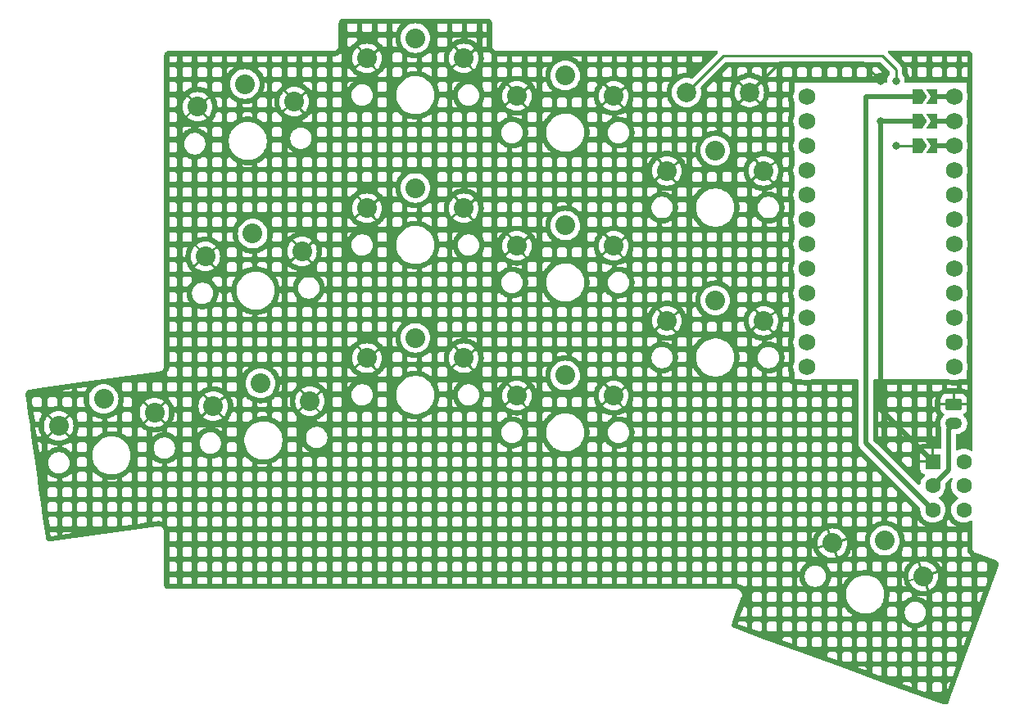
<source format=gbr>
%TF.GenerationSoftware,KiCad,Pcbnew,8.0.5*%
%TF.CreationDate,2024-09-24T21:25:47+10:00*%
%TF.ProjectId,pueo-min-space,7075656f-2d6d-4696-9e2d-73706163652e,0.1*%
%TF.SameCoordinates,Original*%
%TF.FileFunction,Copper,L2,Bot*%
%TF.FilePolarity,Positive*%
%FSLAX46Y46*%
G04 Gerber Fmt 4.6, Leading zero omitted, Abs format (unit mm)*
G04 Created by KiCad (PCBNEW 8.0.5) date 2024-09-24 21:25:47*
%MOMM*%
%LPD*%
G01*
G04 APERTURE LIST*
G04 Aperture macros list*
%AMRoundRect*
0 Rectangle with rounded corners*
0 $1 Rounding radius*
0 $2 $3 $4 $5 $6 $7 $8 $9 X,Y pos of 4 corners*
0 Add a 4 corners polygon primitive as box body*
4,1,4,$2,$3,$4,$5,$6,$7,$8,$9,$2,$3,0*
0 Add four circle primitives for the rounded corners*
1,1,$1+$1,$2,$3*
1,1,$1+$1,$4,$5*
1,1,$1+$1,$6,$7*
1,1,$1+$1,$8,$9*
0 Add four rect primitives between the rounded corners*
20,1,$1+$1,$2,$3,$4,$5,0*
20,1,$1+$1,$4,$5,$6,$7,0*
20,1,$1+$1,$6,$7,$8,$9,0*
20,1,$1+$1,$8,$9,$2,$3,0*%
%AMFreePoly0*
4,1,6,0.150000,0.000000,0.650000,-0.750000,-0.500000,-0.750000,-0.500000,0.750000,0.650000,0.750000,0.150000,0.000000,0.150000,0.000000,$1*%
%AMFreePoly1*
4,1,6,0.500000,-0.750000,-0.500000,-0.750000,-1.000000,0.000000,-0.500000,0.750000,0.500000,0.750000,0.500000,-0.750000,0.500000,-0.750000,$1*%
G04 Aperture macros list end*
%TA.AperFunction,ComponentPad*%
%ADD10C,2.032000*%
%TD*%
%TA.AperFunction,ComponentPad*%
%ADD11RoundRect,0.250000X-0.625000X0.350000X-0.625000X-0.350000X0.625000X-0.350000X0.625000X0.350000X0*%
%TD*%
%TA.AperFunction,ComponentPad*%
%ADD12O,1.750000X1.200000*%
%TD*%
%TA.AperFunction,SMDPad,CuDef*%
%ADD13R,1.524000X0.500000*%
%TD*%
%TA.AperFunction,SMDPad,CuDef*%
%ADD14FreePoly0,180.000000*%
%TD*%
%TA.AperFunction,ComponentPad*%
%ADD15C,1.752600*%
%TD*%
%TA.AperFunction,SMDPad,CuDef*%
%ADD16FreePoly1,180.000000*%
%TD*%
%TA.AperFunction,ComponentPad*%
%ADD17C,2.000000*%
%TD*%
%TA.AperFunction,ComponentPad*%
%ADD18R,1.600000X1.600000*%
%TD*%
%TA.AperFunction,ComponentPad*%
%ADD19C,1.600000*%
%TD*%
%TA.AperFunction,ViaPad*%
%ADD20C,0.800000*%
%TD*%
%TA.AperFunction,Conductor*%
%ADD21C,0.500000*%
%TD*%
%TA.AperFunction,Conductor*%
%ADD22C,0.250000*%
%TD*%
G04 APERTURE END LIST*
D10*
%TO.P,S12,1*%
%TO.N,GND*%
X158320834Y-60677911D03*
X168320834Y-60677911D03*
%TO.P,S12,2*%
%TO.N,P9*%
X163320834Y-58577911D03*
%TD*%
%TO.P,S13,1*%
%TO.N,GND*%
X175422044Y-99186976D03*
X184818971Y-102607178D03*
%TO.P,S13,2*%
%TO.N,P10*%
X180838750Y-98923723D03*
%TD*%
%TO.P,S9,1*%
%TO.N,GND*%
X142820834Y-68427911D03*
X152820834Y-68427911D03*
%TO.P,S9,2*%
%TO.N,P6*%
X147820834Y-66327911D03*
%TD*%
D11*
%TO.P,J6,1,Pin_1*%
%TO.N,GND*%
X187960420Y-84807747D03*
D12*
%TO.P,J6,2,Pin_2*%
%TO.N,N/C*%
X187960417Y-86807747D03*
%TD*%
D10*
%TO.P,S4,1*%
%TO.N,GND*%
X109811749Y-54054143D03*
X119798044Y-53530783D03*
%TO.P,S4,2*%
%TO.N,P18*%
X114694991Y-51695341D03*
%TD*%
%TO.P,S3,1*%
%TO.N,GND*%
X110622956Y-69532903D03*
X120609251Y-69009543D03*
%TO.P,S3,2*%
%TO.N,P15*%
X115506198Y-67174101D03*
%TD*%
%TO.P,S7,1*%
%TO.N,GND*%
X127320837Y-49052911D03*
X137320837Y-49052911D03*
%TO.P,S7,2*%
%TO.N,P4*%
X132320837Y-46952911D03*
%TD*%
%TO.P,S11,1*%
%TO.N,GND*%
X158320834Y-76177912D03*
X168320834Y-76177912D03*
%TO.P,S11,2*%
%TO.N,P8*%
X163320834Y-74077912D03*
%TD*%
%TO.P,S10,1*%
%TO.N,GND*%
X142820832Y-52927910D03*
X152820832Y-52927910D03*
%TO.P,S10,2*%
%TO.N,P7*%
X147820832Y-50827910D03*
%TD*%
%TO.P,S8,1*%
%TO.N,GND*%
X142820836Y-83927913D03*
X152820836Y-83927913D03*
%TO.P,S8,2*%
%TO.N,P5*%
X147820836Y-81827913D03*
%TD*%
%TO.P,S2,1*%
%TO.N,GND*%
X111434164Y-85011659D03*
X121420459Y-84488299D03*
%TO.P,S2,2*%
%TO.N,P14*%
X116317406Y-82652857D03*
%TD*%
D13*
%TO.P,MCU1,*%
%TO.N,*%
X186660833Y-53012911D03*
D14*
X185710834Y-53012913D03*
D15*
X172765840Y-53012913D03*
X188005829Y-53012915D03*
D14*
X185710833Y-55552911D03*
D15*
%TO.N,GND*%
X172765833Y-55552912D03*
X188005833Y-55552913D03*
D13*
%TO.N,*%
X186660834Y-55552914D03*
D15*
X172765834Y-58092911D03*
X188005835Y-58092912D03*
D13*
X186660833Y-58092912D03*
D14*
X185710831Y-58092913D03*
D15*
X188005834Y-60632914D03*
X172765833Y-60632914D03*
D16*
%TO.P,MCU1,1*%
%TO.N,RAW*%
X184260833Y-53012912D03*
%TO.P,MCU1,2*%
%TO.N,GND*%
X184260834Y-55552910D03*
%TO.P,MCU1,3*%
%TO.N,RST*%
X184260833Y-58092912D03*
D15*
%TO.P,MCU1,5*%
%TO.N,P21*%
X188005833Y-63172912D03*
%TO.P,MCU1,6*%
%TO.N,P20*%
X188005833Y-65712911D03*
%TO.P,MCU1,7*%
%TO.N,P19*%
X188005833Y-68252913D03*
%TO.P,MCU1,8*%
%TO.N,P18*%
X188005834Y-70792913D03*
%TO.P,MCU1,9*%
%TO.N,P15*%
X188005833Y-73332910D03*
%TO.P,MCU1,10*%
%TO.N,P14*%
X188005832Y-75872913D03*
%TO.P,MCU1,11*%
%TO.N,P16*%
X188005833Y-78412912D03*
%TO.P,MCU1,12*%
%TO.N,P10*%
X188005826Y-80952911D03*
%TO.P,MCU1,17*%
%TO.N,P2*%
X172765832Y-63172911D03*
%TO.P,MCU1,18*%
%TO.N,P3*%
X172765833Y-65712911D03*
%TO.P,MCU1,19*%
%TO.N,P4*%
X172765833Y-68252913D03*
%TO.P,MCU1,20*%
%TO.N,P5*%
X172765833Y-70792912D03*
%TO.P,MCU1,21*%
%TO.N,P6*%
X172765832Y-73332910D03*
%TO.P,MCU1,22*%
%TO.N,P7*%
X172765831Y-75872912D03*
%TO.P,MCU1,23*%
%TO.N,P8*%
X172765833Y-78412911D03*
%TO.P,MCU1,24*%
%TO.N,P9*%
X172765837Y-80952909D03*
%TD*%
D10*
%TO.P,S1,1*%
%TO.N,GND*%
X95450039Y-87045917D03*
X105352720Y-85654189D03*
%TO.P,S1,2*%
%TO.N,P16*%
X100109116Y-84270491D03*
%TD*%
%TO.P,S6,1*%
%TO.N,GND*%
X127320832Y-64552913D03*
X137320832Y-64552913D03*
%TO.P,S6,2*%
%TO.N,P3*%
X132320832Y-62452913D03*
%TD*%
D17*
%TO.P,SW16,1,1*%
%TO.N,RST*%
X160355000Y-52582000D03*
%TO.P,SW16,2,2*%
%TO.N,GND*%
X166855000Y-52582000D03*
%TD*%
D10*
%TO.P,S5,1*%
%TO.N,GND*%
X127320834Y-80052915D03*
X137320834Y-80052915D03*
%TO.P,S5,2*%
%TO.N,P2*%
X132320834Y-77952915D03*
%TD*%
D18*
%TO.P,on/off,1*%
%TO.N,GND*%
X185809425Y-90730861D03*
D19*
%TO.P,on/off,2*%
%TO.N,N/C*%
X185809418Y-93230862D03*
%TO.P,on/off,3*%
%TO.N,RAW*%
X185809433Y-95730861D03*
%TO.P,on/off,4*%
%TO.N,N/C*%
X189009435Y-90730853D03*
%TO.P,on/off,5*%
X189009430Y-93230861D03*
%TO.P,on/off,6*%
X189009419Y-95730860D03*
%TD*%
D20*
%TO.N,GND*%
X180432114Y-51387053D03*
X180432120Y-55552905D03*
%TO.N,RST*%
X181989420Y-51379744D03*
X181990115Y-58092907D03*
%TD*%
D21*
%TO.N,*%
X187406421Y-87361747D02*
X187960420Y-86807748D01*
X187406424Y-91633859D02*
X187406421Y-87361747D01*
X187406424Y-91633859D02*
X185809420Y-93230863D01*
%TO.N,RAW*%
X178890116Y-53041023D02*
X178890114Y-88643938D01*
X180425753Y-53041028D02*
X178890116Y-53041023D01*
X178890117Y-88811542D02*
X185809433Y-95730862D01*
X184254472Y-53041027D02*
X180425753Y-53041028D01*
%TO.N,GND*%
X180432119Y-55552906D02*
X180432120Y-55552905D01*
X180432115Y-85353553D02*
X180432119Y-55552906D01*
D22*
X178524809Y-49479744D02*
X170768000Y-49479746D01*
D21*
X180432115Y-85353553D02*
X185809425Y-90730861D01*
D22*
X180432114Y-51387053D02*
X178524809Y-49479744D01*
X169957254Y-49479746D02*
X170768000Y-49479746D01*
D21*
X184260831Y-55552908D02*
X180432120Y-55552905D01*
D22*
X166855000Y-52582000D02*
X169957254Y-49479746D01*
%TO.N,RST*%
X180586259Y-48779745D02*
X181989424Y-50182911D01*
X170978422Y-48779743D02*
X180586259Y-48779745D01*
X160355000Y-52582000D02*
X164157256Y-48779744D01*
X184260831Y-58092909D02*
X181990115Y-58092907D01*
X164157256Y-48779744D02*
X164545000Y-48779744D01*
X170978422Y-48779743D02*
X164545000Y-48779744D01*
X181989424Y-50182911D02*
X181989420Y-51379744D01*
%TD*%
%TA.AperFunction,Conductor*%
%TO.N,GND*%
G36*
X139812706Y-44928412D02*
G01*
X139828872Y-44929473D01*
X139914511Y-44940753D01*
X139945771Y-44949132D01*
X139970376Y-44959325D01*
X140017986Y-44979051D01*
X140046015Y-44995236D01*
X140108020Y-45042819D01*
X140130907Y-45065708D01*
X140178487Y-45127720D01*
X140194669Y-45155751D01*
X140197111Y-45161645D01*
X140224578Y-45227962D01*
X140232956Y-45259231D01*
X140244276Y-45345242D01*
X140245336Y-45361422D01*
X140245334Y-47651502D01*
X140245286Y-47651665D01*
X140245287Y-47767755D01*
X140245288Y-47767761D01*
X140274150Y-47894197D01*
X140330425Y-48011044D01*
X140330426Y-48011045D01*
X140330427Y-48011047D01*
X140369956Y-48060610D01*
X140411292Y-48112440D01*
X140411295Y-48112443D01*
X140512697Y-48193301D01*
X140614958Y-48242540D01*
X140629549Y-48249566D01*
X140755992Y-48278418D01*
X140807870Y-48278414D01*
X163463319Y-48278414D01*
X163530358Y-48298099D01*
X163576113Y-48350903D01*
X163586057Y-48420061D01*
X163557032Y-48483617D01*
X163551000Y-48490095D01*
X160932666Y-51108428D01*
X160871343Y-51141913D01*
X160816038Y-51141321D01*
X160591713Y-51087465D01*
X160355000Y-51068835D01*
X160118285Y-51087465D01*
X159887404Y-51142895D01*
X159887402Y-51142895D01*
X159668040Y-51233757D01*
X159668037Y-51233759D01*
X159465589Y-51357820D01*
X159465586Y-51357821D01*
X159285031Y-51512031D01*
X159130821Y-51692586D01*
X159130820Y-51692589D01*
X159006759Y-51895037D01*
X159006757Y-51895040D01*
X158915895Y-52114402D01*
X158915895Y-52114404D01*
X158860465Y-52345285D01*
X158841835Y-52582000D01*
X158860465Y-52818714D01*
X158915895Y-53049595D01*
X158915895Y-53049597D01*
X159006757Y-53268959D01*
X159006759Y-53268962D01*
X159130820Y-53471410D01*
X159130821Y-53471413D01*
X159158119Y-53503374D01*
X159285031Y-53651969D01*
X159424438Y-53771034D01*
X159465586Y-53806178D01*
X159465588Y-53806178D01*
X159611254Y-53895443D01*
X159668037Y-53930240D01*
X159668040Y-53930242D01*
X159887403Y-54021104D01*
X159887404Y-54021104D01*
X159887406Y-54021105D01*
X160118289Y-54076535D01*
X160355000Y-54095165D01*
X160591711Y-54076535D01*
X160822594Y-54021105D01*
X160822596Y-54021104D01*
X160822597Y-54021104D01*
X161041959Y-53930242D01*
X161041960Y-53930241D01*
X161041963Y-53930240D01*
X161244416Y-53806176D01*
X161424969Y-53651969D01*
X161579176Y-53471416D01*
X161703240Y-53268963D01*
X161704067Y-53266968D01*
X161722599Y-53222227D01*
X162481144Y-53222227D01*
X162481144Y-53919503D01*
X162633506Y-54071865D01*
X163330782Y-54071865D01*
X163483144Y-53919503D01*
X163483144Y-53222227D01*
X164031144Y-53222227D01*
X164031144Y-53919503D01*
X164183506Y-54071865D01*
X164880782Y-54071865D01*
X165033144Y-53919503D01*
X165033144Y-53526977D01*
X164925018Y-53280474D01*
X164923056Y-53275737D01*
X164918551Y-53264191D01*
X164916791Y-53259389D01*
X164909432Y-53237958D01*
X164907864Y-53233066D01*
X164904323Y-53221171D01*
X164902964Y-53216233D01*
X164865897Y-53069865D01*
X164183506Y-53069865D01*
X164031144Y-53222227D01*
X163483144Y-53222227D01*
X163330782Y-53069865D01*
X162633506Y-53069865D01*
X162481144Y-53222227D01*
X161722599Y-53222227D01*
X161794104Y-53049597D01*
X161794104Y-53049596D01*
X161794105Y-53049594D01*
X161849535Y-52818711D01*
X161868165Y-52582000D01*
X161868165Y-52581994D01*
X165349859Y-52581994D01*
X165349859Y-52582005D01*
X165370385Y-52829729D01*
X165370387Y-52829738D01*
X165431412Y-53070717D01*
X165531266Y-53298364D01*
X165667237Y-53506483D01*
X165708699Y-53551521D01*
X165708701Y-53551521D01*
X166315569Y-52944653D01*
X166350112Y-52996351D01*
X166440649Y-53086888D01*
X166492345Y-53121430D01*
X165885537Y-53728238D01*
X165885537Y-53728239D01*
X166031769Y-53842056D01*
X166031771Y-53842057D01*
X166250385Y-53960364D01*
X166250396Y-53960369D01*
X166485506Y-54041083D01*
X166730707Y-54082000D01*
X166979293Y-54082000D01*
X167224493Y-54041083D01*
X167459603Y-53960369D01*
X167459614Y-53960364D01*
X167678228Y-53842057D01*
X167678231Y-53842055D01*
X167824461Y-53728238D01*
X167217653Y-53121430D01*
X167269351Y-53086888D01*
X167359888Y-52996351D01*
X167394430Y-52944653D01*
X168001298Y-53551522D01*
X168032894Y-53517201D01*
X168681144Y-53517201D01*
X168681144Y-53919503D01*
X168833506Y-54071865D01*
X169530782Y-54071865D01*
X169683144Y-53919503D01*
X169683144Y-53222227D01*
X170231144Y-53222227D01*
X170231144Y-53919503D01*
X170383506Y-54071865D01*
X170947832Y-54071865D01*
X170947832Y-53679878D01*
X170945190Y-53673856D01*
X170943227Y-53669117D01*
X170938720Y-53657566D01*
X170936958Y-53652761D01*
X170929599Y-53631328D01*
X170928033Y-53626438D01*
X170924493Y-53614546D01*
X170923133Y-53609608D01*
X170861232Y-53365165D01*
X170860077Y-53360173D01*
X170857531Y-53348031D01*
X170856583Y-53342990D01*
X170852854Y-53320640D01*
X170852114Y-53315564D01*
X170850581Y-53303260D01*
X170850054Y-53298169D01*
X170831136Y-53069865D01*
X170383506Y-53069865D01*
X170231144Y-53222227D01*
X169683144Y-53222227D01*
X169530782Y-53069865D01*
X168844103Y-53069865D01*
X168807037Y-53216233D01*
X168805677Y-53221171D01*
X168802136Y-53233066D01*
X168800568Y-53237958D01*
X168793209Y-53259389D01*
X168791449Y-53264191D01*
X168786944Y-53275737D01*
X168784982Y-53280474D01*
X168681144Y-53517201D01*
X168032894Y-53517201D01*
X168042769Y-53506475D01*
X168178732Y-53298367D01*
X168278587Y-53070717D01*
X168339612Y-52829738D01*
X168339614Y-52829729D01*
X168360141Y-52582005D01*
X168360141Y-52581994D01*
X168339614Y-52334270D01*
X168339612Y-52334261D01*
X168278587Y-52093282D01*
X168178733Y-51865635D01*
X168047307Y-51664473D01*
X168688897Y-51664473D01*
X168784982Y-51883526D01*
X168786944Y-51888263D01*
X168791449Y-51899809D01*
X168793209Y-51904611D01*
X168800568Y-51926042D01*
X168802136Y-51930934D01*
X168805677Y-51942829D01*
X168807036Y-51947767D01*
X168873626Y-52210720D01*
X168874783Y-52215719D01*
X168877329Y-52227864D01*
X168878277Y-52232901D01*
X168882006Y-52255253D01*
X168882744Y-52260324D01*
X168884277Y-52272626D01*
X168884805Y-52277720D01*
X168905035Y-52521865D01*
X169530782Y-52521865D01*
X169683144Y-52369503D01*
X169683144Y-51672227D01*
X170231144Y-51672227D01*
X170231144Y-52369503D01*
X170383506Y-52521865D01*
X170896380Y-52521865D01*
X170923133Y-52416218D01*
X170924493Y-52411280D01*
X170928033Y-52399388D01*
X170929599Y-52394498D01*
X170936958Y-52373065D01*
X170938721Y-52368256D01*
X170943228Y-52356706D01*
X170945189Y-52351974D01*
X170947832Y-52345948D01*
X170947832Y-51519865D01*
X170383506Y-51519865D01*
X170231144Y-51672227D01*
X169683144Y-51672227D01*
X169530782Y-51519865D01*
X168833506Y-51519865D01*
X168688897Y-51664473D01*
X168047307Y-51664473D01*
X168042766Y-51657522D01*
X168042757Y-51657510D01*
X168001299Y-51612477D01*
X168001297Y-51612477D01*
X167394429Y-52219345D01*
X167359888Y-52167649D01*
X167269351Y-52077112D01*
X167217653Y-52042569D01*
X167824461Y-51435760D01*
X167824461Y-51435759D01*
X167678236Y-51321947D01*
X167678231Y-51321944D01*
X167459614Y-51203635D01*
X167459603Y-51203630D01*
X167224493Y-51122916D01*
X166979293Y-51082000D01*
X166730707Y-51082000D01*
X166485506Y-51122916D01*
X166250396Y-51203630D01*
X166250385Y-51203635D01*
X166031768Y-51321944D01*
X166031765Y-51321946D01*
X165885537Y-51435759D01*
X165885537Y-51435760D01*
X166492346Y-52042569D01*
X166440649Y-52077112D01*
X166350112Y-52167649D01*
X166315569Y-52219346D01*
X165708700Y-51612477D01*
X165708699Y-51612477D01*
X165667232Y-51657521D01*
X165531267Y-51865632D01*
X165431412Y-52093282D01*
X165370387Y-52334261D01*
X165370385Y-52334270D01*
X165349859Y-52581994D01*
X161868165Y-52581994D01*
X161849535Y-52345289D01*
X161797067Y-52126745D01*
X162481144Y-52126745D01*
X162481144Y-52369503D01*
X162633506Y-52521865D01*
X163330782Y-52521865D01*
X163483144Y-52369503D01*
X163483144Y-51672227D01*
X164031144Y-51672227D01*
X164031144Y-52369503D01*
X164183506Y-52521865D01*
X164804965Y-52521865D01*
X164825195Y-52277720D01*
X164825723Y-52272626D01*
X164827256Y-52260324D01*
X164827994Y-52255253D01*
X164831723Y-52232901D01*
X164832671Y-52227864D01*
X164835217Y-52215719D01*
X164836374Y-52210720D01*
X164902964Y-51947767D01*
X164904323Y-51942829D01*
X164907864Y-51930934D01*
X164909432Y-51926042D01*
X164916791Y-51904611D01*
X164918551Y-51899809D01*
X164923056Y-51888263D01*
X164925018Y-51883526D01*
X165022410Y-51661493D01*
X164880782Y-51519865D01*
X164183506Y-51519865D01*
X164031144Y-51672227D01*
X163483144Y-51672227D01*
X163330782Y-51519865D01*
X163088025Y-51519865D01*
X162481144Y-52126745D01*
X161797067Y-52126745D01*
X161795678Y-52120958D01*
X161799169Y-52051177D01*
X161828569Y-52004333D01*
X163256156Y-50576747D01*
X164031144Y-50576747D01*
X164031144Y-50819503D01*
X164183506Y-50971865D01*
X164880782Y-50971865D01*
X165033144Y-50819503D01*
X165033144Y-50122227D01*
X165581144Y-50122227D01*
X165581144Y-50819503D01*
X165670412Y-50908771D01*
X165704121Y-50882536D01*
X165708231Y-50879471D01*
X165718327Y-50872263D01*
X165722559Y-50869372D01*
X165741529Y-50856979D01*
X165745873Y-50854267D01*
X165756526Y-50847919D01*
X165760983Y-50845386D01*
X165999540Y-50716285D01*
X166004105Y-50713936D01*
X166015255Y-50708486D01*
X166019905Y-50706331D01*
X166040657Y-50697230D01*
X166045382Y-50695273D01*
X166056929Y-50690767D01*
X166061744Y-50689002D01*
X166318291Y-50600929D01*
X166323171Y-50599366D01*
X166335061Y-50595826D01*
X166340008Y-50594463D01*
X166361975Y-50588901D01*
X166366963Y-50587747D01*
X166379100Y-50585202D01*
X166384139Y-50584254D01*
X166583144Y-50551046D01*
X166583144Y-50122227D01*
X167131144Y-50122227D01*
X167131144Y-50551761D01*
X167325861Y-50584254D01*
X167330900Y-50585202D01*
X167343037Y-50587747D01*
X167348025Y-50588901D01*
X167369992Y-50594463D01*
X167374939Y-50595826D01*
X167386829Y-50599366D01*
X167391709Y-50600929D01*
X167648256Y-50689002D01*
X167653071Y-50690767D01*
X167664618Y-50695273D01*
X167669343Y-50697230D01*
X167690095Y-50706331D01*
X167694745Y-50708486D01*
X167705895Y-50713936D01*
X167710460Y-50716285D01*
X167949017Y-50845386D01*
X167953474Y-50847919D01*
X167964127Y-50854267D01*
X167968468Y-50856977D01*
X167987439Y-50869370D01*
X167991679Y-50872266D01*
X168001774Y-50879474D01*
X168005880Y-50882536D01*
X168041998Y-50910647D01*
X168133144Y-50819502D01*
X168133144Y-50122227D01*
X168681144Y-50122227D01*
X168681144Y-50819503D01*
X168833506Y-50971865D01*
X169530782Y-50971865D01*
X169683144Y-50819503D01*
X169683144Y-50122227D01*
X170231144Y-50122227D01*
X170231144Y-50819503D01*
X170383506Y-50971865D01*
X171080782Y-50971865D01*
X171233144Y-50819503D01*
X171233144Y-50122227D01*
X171781144Y-50122227D01*
X171781144Y-50819503D01*
X171933506Y-50971865D01*
X172630782Y-50971865D01*
X172783144Y-50819503D01*
X172783144Y-50122227D01*
X173331144Y-50122227D01*
X173331144Y-50819503D01*
X173483506Y-50971865D01*
X174180782Y-50971865D01*
X174333144Y-50819503D01*
X174333144Y-50122227D01*
X174881144Y-50122227D01*
X174881144Y-50819503D01*
X175033506Y-50971865D01*
X175730782Y-50971865D01*
X175883144Y-50819503D01*
X175883144Y-50122227D01*
X176431144Y-50122227D01*
X176431144Y-50819503D01*
X176583506Y-50971865D01*
X177280782Y-50971865D01*
X177433144Y-50819503D01*
X177433144Y-50122227D01*
X177981144Y-50122227D01*
X177981144Y-50819503D01*
X178133506Y-50971865D01*
X178830782Y-50971865D01*
X178983144Y-50819503D01*
X178983144Y-50122227D01*
X179531144Y-50122227D01*
X179531144Y-50819503D01*
X179670261Y-50958620D01*
X179741331Y-50835525D01*
X179769012Y-50802536D01*
X179971623Y-50632525D01*
X180008919Y-50610992D01*
X180257459Y-50520531D01*
X180299869Y-50513053D01*
X180533144Y-50513053D01*
X180533144Y-50397523D01*
X180105486Y-49969865D01*
X179683506Y-49969865D01*
X179531144Y-50122227D01*
X178983144Y-50122227D01*
X178830782Y-49969865D01*
X178133506Y-49969865D01*
X177981144Y-50122227D01*
X177433144Y-50122227D01*
X177280782Y-49969865D01*
X176583506Y-49969865D01*
X176431144Y-50122227D01*
X175883144Y-50122227D01*
X175730782Y-49969865D01*
X175033506Y-49969865D01*
X174881144Y-50122227D01*
X174333144Y-50122227D01*
X174180782Y-49969865D01*
X173483506Y-49969865D01*
X173331144Y-50122227D01*
X172783144Y-50122227D01*
X172630782Y-49969865D01*
X171933506Y-49969865D01*
X171781144Y-50122227D01*
X171233144Y-50122227D01*
X171080782Y-49969865D01*
X170383506Y-49969865D01*
X170231144Y-50122227D01*
X169683144Y-50122227D01*
X169530782Y-49969865D01*
X168833506Y-49969865D01*
X168681144Y-50122227D01*
X168133144Y-50122227D01*
X167980782Y-49969865D01*
X167283506Y-49969865D01*
X167131144Y-50122227D01*
X166583144Y-50122227D01*
X166430782Y-49969865D01*
X165733506Y-49969865D01*
X165581144Y-50122227D01*
X165033144Y-50122227D01*
X164880782Y-49969865D01*
X164638027Y-49969865D01*
X164031144Y-50576747D01*
X163256156Y-50576747D01*
X164383341Y-49449563D01*
X164444664Y-49416078D01*
X164471022Y-49413244D01*
X164658748Y-49413244D01*
X164658757Y-49413243D01*
X170969181Y-49413243D01*
X180272493Y-49413243D01*
X180339529Y-49432928D01*
X180360171Y-49449562D01*
X181319603Y-50408994D01*
X181353088Y-50470317D01*
X181355922Y-50496675D01*
X181355922Y-50677983D01*
X181336237Y-50745022D01*
X181324072Y-50760955D01*
X181250383Y-50842794D01*
X181250378Y-50842801D01*
X181154893Y-51008187D01*
X181154890Y-51008194D01*
X181095879Y-51189812D01*
X181095878Y-51189816D01*
X181076690Y-51372380D01*
X181075916Y-51379745D01*
X181084976Y-51465950D01*
X181072406Y-51534679D01*
X181024674Y-51585703D01*
X180961655Y-51602910D01*
X171495832Y-51602910D01*
X171495832Y-52434850D01*
X171485388Y-52484660D01*
X171451583Y-52561727D01*
X171395245Y-52784204D01*
X171376294Y-53012907D01*
X171376294Y-53012918D01*
X171395245Y-53241621D01*
X171450512Y-53459871D01*
X171451583Y-53464098D01*
X171485388Y-53541166D01*
X171495832Y-53590975D01*
X171495832Y-54995994D01*
X171485388Y-55045804D01*
X171459642Y-55104498D01*
X171403650Y-55325607D01*
X171384816Y-55552906D01*
X171384816Y-55552917D01*
X171403650Y-55780216D01*
X171459643Y-56001327D01*
X171485388Y-56060020D01*
X171495832Y-56109830D01*
X171495832Y-57514834D01*
X171485388Y-57564644D01*
X171451576Y-57641727D01*
X171395239Y-57864202D01*
X171376288Y-58092905D01*
X171376288Y-58092916D01*
X171395239Y-58321619D01*
X171429831Y-58458224D01*
X171451577Y-58544096D01*
X171482477Y-58614541D01*
X171485388Y-58621176D01*
X171495832Y-58670987D01*
X171495832Y-60054834D01*
X171485388Y-60104643D01*
X171451576Y-60181726D01*
X171395238Y-60404205D01*
X171376287Y-60632908D01*
X171376287Y-60632919D01*
X171395238Y-60861622D01*
X171451575Y-61084097D01*
X171485388Y-61161182D01*
X171495832Y-61210992D01*
X171495832Y-62594829D01*
X171485388Y-62644638D01*
X171451576Y-62721723D01*
X171451574Y-62721727D01*
X171395237Y-62944202D01*
X171376286Y-63172905D01*
X171376286Y-63172916D01*
X171395237Y-63401619D01*
X171451574Y-63624094D01*
X171457591Y-63637812D01*
X171480515Y-63690073D01*
X171485388Y-63701181D01*
X171495832Y-63750991D01*
X171495832Y-65134831D01*
X171485388Y-65184640D01*
X171451576Y-65261723D01*
X171395238Y-65484202D01*
X171376287Y-65712905D01*
X171376287Y-65712916D01*
X171395238Y-65941619D01*
X171451574Y-66164091D01*
X171451576Y-66164096D01*
X171485154Y-66240647D01*
X171485388Y-66241179D01*
X171495832Y-66290989D01*
X171495832Y-67674832D01*
X171485389Y-67724641D01*
X171451574Y-67801732D01*
X171395238Y-68024204D01*
X171376287Y-68252907D01*
X171376287Y-68252918D01*
X171395238Y-68481621D01*
X171451576Y-68704098D01*
X171485389Y-68781184D01*
X171495833Y-68830994D01*
X171495833Y-70214831D01*
X171485389Y-70264641D01*
X171451575Y-70341728D01*
X171395238Y-70564203D01*
X171376287Y-70792906D01*
X171376287Y-70792917D01*
X171395238Y-71021620D01*
X171451576Y-71244097D01*
X171485389Y-71321183D01*
X171495833Y-71370993D01*
X171495833Y-72754826D01*
X171485389Y-72804635D01*
X171451576Y-72881722D01*
X171451574Y-72881726D01*
X171395237Y-73104201D01*
X171376286Y-73332904D01*
X171376286Y-73332915D01*
X171395237Y-73561618D01*
X171451573Y-73784090D01*
X171451575Y-73784095D01*
X171484767Y-73859766D01*
X171485389Y-73861182D01*
X171495833Y-73910992D01*
X171495833Y-75294826D01*
X171485389Y-75344636D01*
X171451573Y-75421728D01*
X171395236Y-75644203D01*
X171376285Y-75872906D01*
X171376285Y-75872917D01*
X171395236Y-76101620D01*
X171451453Y-76323622D01*
X171451574Y-76324097D01*
X171464237Y-76352967D01*
X171485389Y-76401187D01*
X171495833Y-76450997D01*
X171495833Y-77834829D01*
X171485389Y-77884638D01*
X171451577Y-77961723D01*
X171451575Y-77961727D01*
X171395238Y-78184202D01*
X171376287Y-78412905D01*
X171376287Y-78412916D01*
X171395238Y-78641619D01*
X171451575Y-78864094D01*
X171451576Y-78864096D01*
X171476647Y-78921253D01*
X171485389Y-78941181D01*
X171495833Y-78990991D01*
X171495833Y-80374836D01*
X171485389Y-80424645D01*
X171451580Y-80501721D01*
X171395242Y-80724200D01*
X171376291Y-80952903D01*
X171376291Y-80952914D01*
X171395242Y-81181617D01*
X171395243Y-81181619D01*
X171395243Y-81181621D01*
X171451580Y-81404094D01*
X171484297Y-81478682D01*
X171485389Y-81481171D01*
X171495833Y-81530981D01*
X171495833Y-82222910D01*
X171495834Y-82222911D01*
X172179667Y-82222911D01*
X172219930Y-82229630D01*
X172366282Y-82279872D01*
X172424724Y-82299935D01*
X172651089Y-82337709D01*
X172651090Y-82337709D01*
X172880584Y-82337709D01*
X172880585Y-82337709D01*
X173106950Y-82299935D01*
X173167809Y-82279042D01*
X173311744Y-82229630D01*
X173352007Y-82222911D01*
X178007614Y-82222911D01*
X178074653Y-82242596D01*
X178120408Y-82295400D01*
X178131614Y-82346911D01*
X178131614Y-88724733D01*
X178131317Y-88724733D01*
X178131317Y-88730749D01*
X178131617Y-88730749D01*
X178131617Y-88886251D01*
X178160764Y-89032780D01*
X178160767Y-89032792D01*
X178217940Y-89170822D01*
X178300952Y-89295059D01*
X178300953Y-89295060D01*
X184474421Y-95468531D01*
X184507906Y-95529854D01*
X184510268Y-95567018D01*
X184495935Y-95730857D01*
X184495935Y-95730862D01*
X184515889Y-95958942D01*
X184515890Y-95958950D01*
X184575147Y-96180099D01*
X184575151Y-96180110D01*
X184671908Y-96387605D01*
X184671910Y-96387610D01*
X184803235Y-96575161D01*
X184965133Y-96737059D01*
X185152684Y-96868384D01*
X185263086Y-96919865D01*
X185360183Y-96965142D01*
X185360185Y-96965142D01*
X185360190Y-96965145D01*
X185581346Y-97024404D01*
X185744265Y-97038657D01*
X185809431Y-97044359D01*
X185809433Y-97044359D01*
X185809435Y-97044359D01*
X185866454Y-97039370D01*
X186037520Y-97024404D01*
X186258676Y-96965145D01*
X186466182Y-96868384D01*
X186469951Y-96865745D01*
X187281144Y-96865745D01*
X187281144Y-97319503D01*
X187433506Y-97471865D01*
X188130782Y-97471865D01*
X188200549Y-97402097D01*
X188110239Y-97359986D01*
X188105388Y-97357594D01*
X188093779Y-97351551D01*
X188089036Y-97348949D01*
X188068320Y-97336989D01*
X188063698Y-97334185D01*
X188052651Y-97327148D01*
X188048147Y-97324138D01*
X187841003Y-97179092D01*
X187836646Y-97175898D01*
X187826262Y-97167931D01*
X187822039Y-97164542D01*
X187803715Y-97149167D01*
X187799647Y-97145599D01*
X187789992Y-97136752D01*
X187786083Y-97133010D01*
X187607269Y-96954196D01*
X187603527Y-96950287D01*
X187594680Y-96940632D01*
X187591112Y-96936564D01*
X187575737Y-96918240D01*
X187572348Y-96914017D01*
X187564381Y-96903633D01*
X187561187Y-96899276D01*
X187416141Y-96692132D01*
X187413131Y-96687628D01*
X187409426Y-96681812D01*
X187405721Y-96687629D01*
X187402711Y-96692133D01*
X187281144Y-96865745D01*
X186469951Y-96865745D01*
X186653733Y-96737059D01*
X186815631Y-96575161D01*
X186946956Y-96387610D01*
X187043717Y-96180104D01*
X187102976Y-95958948D01*
X187122931Y-95730861D01*
X187121411Y-95713492D01*
X187117229Y-95665693D01*
X187102976Y-95502774D01*
X187043717Y-95281618D01*
X187043713Y-95281610D01*
X186961552Y-95105413D01*
X186946956Y-95074112D01*
X186815631Y-94886561D01*
X186653733Y-94724663D01*
X186466182Y-94593338D01*
X186465955Y-94593232D01*
X186465873Y-94593160D01*
X186461496Y-94590633D01*
X186462004Y-94589752D01*
X186413522Y-94547052D01*
X186394380Y-94479855D01*
X186414606Y-94412977D01*
X186461974Y-94371945D01*
X186461481Y-94371090D01*
X186465920Y-94368526D01*
X186465988Y-94368468D01*
X186466167Y-94368385D01*
X186653718Y-94237060D01*
X186815616Y-94075162D01*
X186946941Y-93887611D01*
X187043702Y-93680105D01*
X187102961Y-93458949D01*
X187122916Y-93230862D01*
X187108581Y-93067020D01*
X187122347Y-92998523D01*
X187144425Y-92968537D01*
X187535072Y-92577891D01*
X187665646Y-92447318D01*
X187726969Y-92413833D01*
X187796661Y-92418817D01*
X187852594Y-92460689D01*
X187877011Y-92526153D01*
X187865709Y-92587403D01*
X187775148Y-92781611D01*
X187775144Y-92781622D01*
X187715887Y-93002771D01*
X187715886Y-93002779D01*
X187695932Y-93230859D01*
X187695932Y-93230862D01*
X187715886Y-93458942D01*
X187715887Y-93458950D01*
X187775144Y-93680099D01*
X187775148Y-93680110D01*
X187867792Y-93878785D01*
X187871907Y-93887610D01*
X188003232Y-94075161D01*
X188165130Y-94237059D01*
X188352681Y-94368384D01*
X188352868Y-94368471D01*
X188352936Y-94368531D01*
X188357367Y-94371089D01*
X188356853Y-94371979D01*
X188405311Y-94414638D01*
X188424469Y-94481829D01*
X188404260Y-94548712D01*
X188356869Y-94589788D01*
X188357356Y-94590632D01*
X188352984Y-94593155D01*
X188352901Y-94593228D01*
X188352683Y-94593329D01*
X188352671Y-94593336D01*
X188282275Y-94642627D01*
X188165119Y-94724662D01*
X188165117Y-94724663D01*
X188165114Y-94724666D01*
X188003225Y-94886555D01*
X188003222Y-94886558D01*
X188003221Y-94886560D01*
X187989883Y-94905609D01*
X187871895Y-95074112D01*
X187871894Y-95074114D01*
X187775137Y-95281610D01*
X187775133Y-95281621D01*
X187715876Y-95502770D01*
X187715875Y-95502778D01*
X187695921Y-95730858D01*
X187695921Y-95730861D01*
X187715875Y-95958941D01*
X187715876Y-95958949D01*
X187775133Y-96180098D01*
X187775137Y-96180109D01*
X187871894Y-96387605D01*
X187871896Y-96387609D01*
X188003221Y-96575160D01*
X188165119Y-96737058D01*
X188352670Y-96868383D01*
X188459592Y-96918241D01*
X188560169Y-96965141D01*
X188560171Y-96965141D01*
X188560176Y-96965144D01*
X188781332Y-97024403D01*
X188944251Y-97038656D01*
X189009417Y-97044358D01*
X189009419Y-97044358D01*
X189009421Y-97044358D01*
X189066440Y-97039369D01*
X189237506Y-97024403D01*
X189458662Y-96965144D01*
X189666168Y-96868383D01*
X189710208Y-96837546D01*
X189776414Y-96815218D01*
X189844181Y-96832228D01*
X189891995Y-96883175D01*
X189905332Y-96939120D01*
X189905332Y-99614932D01*
X189905294Y-99615061D01*
X189905345Y-99725088D01*
X189905345Y-99725090D01*
X189929121Y-99840239D01*
X189929124Y-99840251D01*
X189975697Y-99948215D01*
X190028983Y-100024312D01*
X190043146Y-100044538D01*
X190128680Y-100125229D01*
X190228763Y-100186955D01*
X190258300Y-100197719D01*
X190258409Y-100197771D01*
X190269884Y-100201947D01*
X190269886Y-100201949D01*
X192301827Y-100941514D01*
X192301835Y-100941518D01*
X192314586Y-100946158D01*
X192314588Y-100946160D01*
X192330012Y-100951773D01*
X192344836Y-100958295D01*
X192390420Y-100982022D01*
X192421453Y-100998176D01*
X192447971Y-101016743D01*
X192505600Y-101069548D01*
X192526409Y-101094347D01*
X192568402Y-101160264D01*
X192582084Y-101189607D01*
X192605585Y-101264156D01*
X192611204Y-101296038D01*
X192614607Y-101374118D01*
X192611783Y-101406369D01*
X192593028Y-101490924D01*
X192588488Y-101506494D01*
X192576620Y-101539090D01*
X192576615Y-101539115D01*
X187463830Y-115586381D01*
X187457296Y-115601231D01*
X187417411Y-115677844D01*
X187398845Y-115704357D01*
X187346033Y-115761991D01*
X187321239Y-115782797D01*
X187255308Y-115824802D01*
X187225974Y-115838482D01*
X187151420Y-115861993D01*
X187119544Y-115867616D01*
X187041439Y-115871032D01*
X187009194Y-115868213D01*
X186925161Y-115849592D01*
X186909577Y-115845051D01*
X186878041Y-115833573D01*
X180939793Y-113672227D01*
X182631144Y-113672227D01*
X182631144Y-113704656D01*
X183633144Y-114069355D01*
X183633144Y-113672227D01*
X184181144Y-113672227D01*
X184181144Y-114268811D01*
X184876402Y-114521865D01*
X185030782Y-114521865D01*
X185183144Y-114369503D01*
X185183144Y-113672227D01*
X185731144Y-113672227D01*
X185731144Y-114369503D01*
X185883506Y-114521865D01*
X186580782Y-114521865D01*
X186733144Y-114369503D01*
X186733144Y-113672227D01*
X187281144Y-113672227D01*
X187281144Y-114369503D01*
X187312245Y-114400604D01*
X187632809Y-113519865D01*
X187433506Y-113519865D01*
X187281144Y-113672227D01*
X186733144Y-113672227D01*
X186580782Y-113519865D01*
X185883506Y-113519865D01*
X185731144Y-113672227D01*
X185183144Y-113672227D01*
X185030782Y-113519865D01*
X184333506Y-113519865D01*
X184181144Y-113672227D01*
X183633144Y-113672227D01*
X183480782Y-113519865D01*
X182783506Y-113519865D01*
X182631144Y-113672227D01*
X180939793Y-113672227D01*
X176459565Y-112041557D01*
X178061813Y-112041557D01*
X178983144Y-112376893D01*
X178983144Y-112122227D01*
X179531144Y-112122227D01*
X179531144Y-112576350D01*
X180444032Y-112908613D01*
X180533144Y-112819502D01*
X180533144Y-112122227D01*
X181081144Y-112122227D01*
X181081144Y-112819503D01*
X181233506Y-112971865D01*
X181930782Y-112971865D01*
X182083144Y-112819503D01*
X182083144Y-112122227D01*
X182631144Y-112122227D01*
X182631144Y-112819503D01*
X182783506Y-112971865D01*
X183480782Y-112971865D01*
X183633144Y-112819503D01*
X183633144Y-112122227D01*
X184181144Y-112122227D01*
X184181144Y-112819503D01*
X184333506Y-112971865D01*
X185030782Y-112971865D01*
X185183144Y-112819503D01*
X185183144Y-112122227D01*
X185731144Y-112122227D01*
X185731144Y-112819503D01*
X185883506Y-112971865D01*
X186580782Y-112971865D01*
X186733144Y-112819503D01*
X186733144Y-112122227D01*
X187281144Y-112122227D01*
X187281144Y-112819503D01*
X187433506Y-112971865D01*
X187832265Y-112971865D01*
X188179302Y-112018385D01*
X188130782Y-111969865D01*
X187433506Y-111969865D01*
X187281144Y-112122227D01*
X186733144Y-112122227D01*
X186580782Y-111969865D01*
X185883506Y-111969865D01*
X185731144Y-112122227D01*
X185183144Y-112122227D01*
X185030782Y-111969865D01*
X184333506Y-111969865D01*
X184181144Y-112122227D01*
X183633144Y-112122227D01*
X183480782Y-111969865D01*
X182783506Y-111969865D01*
X182631144Y-112122227D01*
X182083144Y-112122227D01*
X181930782Y-111969865D01*
X181233506Y-111969865D01*
X181081144Y-112122227D01*
X180533144Y-112122227D01*
X180380782Y-111969865D01*
X179683506Y-111969865D01*
X179531144Y-112122227D01*
X178983144Y-112122227D01*
X178830782Y-111969865D01*
X178133506Y-111969865D01*
X178061813Y-112041557D01*
X176459565Y-112041557D01*
X172422615Y-110572227D01*
X174881144Y-110572227D01*
X174881144Y-110883887D01*
X175883144Y-111248586D01*
X175883144Y-110572227D01*
X176431144Y-110572227D01*
X176431144Y-111269503D01*
X176583506Y-111421865D01*
X177280782Y-111421865D01*
X177433144Y-111269503D01*
X177433144Y-110572227D01*
X177981144Y-110572227D01*
X177981144Y-111269503D01*
X178133506Y-111421865D01*
X178830782Y-111421865D01*
X178983144Y-111269503D01*
X178983144Y-110572227D01*
X179531144Y-110572227D01*
X179531144Y-111269503D01*
X179683506Y-111421865D01*
X180380782Y-111421865D01*
X180533144Y-111269503D01*
X180533144Y-110572227D01*
X181081144Y-110572227D01*
X181081144Y-111269503D01*
X181233506Y-111421865D01*
X181930782Y-111421865D01*
X182083144Y-111269503D01*
X182083144Y-110572227D01*
X182631144Y-110572227D01*
X182631144Y-111269503D01*
X182783506Y-111421865D01*
X183480782Y-111421865D01*
X183633144Y-111269503D01*
X183633144Y-110572227D01*
X184181144Y-110572227D01*
X184181144Y-111269503D01*
X184333506Y-111421865D01*
X185030782Y-111421865D01*
X185183144Y-111269503D01*
X185183144Y-110572227D01*
X185731144Y-110572227D01*
X185731144Y-111269503D01*
X185883506Y-111421865D01*
X186580782Y-111421865D01*
X186733144Y-111269503D01*
X186733144Y-110572227D01*
X187281144Y-110572227D01*
X187281144Y-111269503D01*
X187433506Y-111421865D01*
X188130782Y-111421865D01*
X188283144Y-111269503D01*
X188283144Y-110572227D01*
X188130782Y-110419865D01*
X187433506Y-110419865D01*
X187281144Y-110572227D01*
X186733144Y-110572227D01*
X186580782Y-110419865D01*
X185883506Y-110419865D01*
X185731144Y-110572227D01*
X185183144Y-110572227D01*
X185030782Y-110419865D01*
X184333506Y-110419865D01*
X184181144Y-110572227D01*
X183633144Y-110572227D01*
X183480782Y-110419865D01*
X182783506Y-110419865D01*
X182631144Y-110572227D01*
X182083144Y-110572227D01*
X181930782Y-110419865D01*
X181233506Y-110419865D01*
X181081144Y-110572227D01*
X180533144Y-110572227D01*
X180380782Y-110419865D01*
X179683506Y-110419865D01*
X179531144Y-110572227D01*
X178983144Y-110572227D01*
X178830782Y-110419865D01*
X178133506Y-110419865D01*
X177981144Y-110572227D01*
X177433144Y-110572227D01*
X177280782Y-110419865D01*
X176583506Y-110419865D01*
X176431144Y-110572227D01*
X175883144Y-110572227D01*
X175730782Y-110419865D01*
X175033506Y-110419865D01*
X174881144Y-110572227D01*
X172422615Y-110572227D01*
X168164026Y-109022227D01*
X170231144Y-109022227D01*
X170231144Y-109191425D01*
X171233144Y-109556124D01*
X171233144Y-109022227D01*
X171781144Y-109022227D01*
X171781144Y-109719503D01*
X171837866Y-109776225D01*
X172100633Y-109871865D01*
X172630782Y-109871865D01*
X172783144Y-109719503D01*
X172783144Y-109022227D01*
X173331144Y-109022227D01*
X173331144Y-109719503D01*
X173483506Y-109871865D01*
X174180782Y-109871865D01*
X174333144Y-109719503D01*
X174333144Y-109022227D01*
X174881144Y-109022227D01*
X174881144Y-109719503D01*
X175033506Y-109871865D01*
X175730782Y-109871865D01*
X175883144Y-109719503D01*
X175883144Y-109022227D01*
X176431144Y-109022227D01*
X176431144Y-109719503D01*
X176583506Y-109871865D01*
X177280782Y-109871865D01*
X177433144Y-109719503D01*
X177433144Y-109022227D01*
X177981144Y-109022227D01*
X177981144Y-109719503D01*
X178133506Y-109871865D01*
X178830782Y-109871865D01*
X178983144Y-109719503D01*
X178983144Y-109022227D01*
X179531144Y-109022227D01*
X179531144Y-109719503D01*
X179683506Y-109871865D01*
X180380782Y-109871865D01*
X180533144Y-109719503D01*
X180533144Y-109022227D01*
X181081144Y-109022227D01*
X181081144Y-109719503D01*
X181233506Y-109871865D01*
X181930782Y-109871865D01*
X182083144Y-109719503D01*
X182083144Y-109022227D01*
X182631144Y-109022227D01*
X182631144Y-109719503D01*
X182783506Y-109871865D01*
X183480782Y-109871865D01*
X183633144Y-109719503D01*
X183633144Y-109022227D01*
X184181144Y-109022227D01*
X184181144Y-109719503D01*
X184333506Y-109871865D01*
X185030782Y-109871865D01*
X185183144Y-109719503D01*
X185183144Y-109022227D01*
X185731144Y-109022227D01*
X185731144Y-109719503D01*
X185883506Y-109871865D01*
X186580782Y-109871865D01*
X186733144Y-109719503D01*
X186733144Y-109022227D01*
X187281144Y-109022227D01*
X187281144Y-109719503D01*
X187433506Y-109871865D01*
X188130782Y-109871865D01*
X188283144Y-109719503D01*
X188283144Y-109022227D01*
X188831144Y-109022227D01*
X188831144Y-109719503D01*
X188966692Y-109855051D01*
X189325271Y-108869865D01*
X188983506Y-108869865D01*
X188831144Y-109022227D01*
X188283144Y-109022227D01*
X188130782Y-108869865D01*
X187433506Y-108869865D01*
X187281144Y-109022227D01*
X186733144Y-109022227D01*
X186580782Y-108869865D01*
X185883506Y-108869865D01*
X185731144Y-109022227D01*
X185183144Y-109022227D01*
X185030782Y-108869865D01*
X184333506Y-108869865D01*
X184181144Y-109022227D01*
X183633144Y-109022227D01*
X183480782Y-108869865D01*
X182783506Y-108869865D01*
X182631144Y-109022227D01*
X182083144Y-109022227D01*
X181930782Y-108869865D01*
X181233506Y-108869865D01*
X181081144Y-109022227D01*
X180533144Y-109022227D01*
X180380782Y-108869865D01*
X179683506Y-108869865D01*
X179531144Y-109022227D01*
X178983144Y-109022227D01*
X178830782Y-108869865D01*
X178133506Y-108869865D01*
X177981144Y-109022227D01*
X177433144Y-109022227D01*
X177280782Y-108869865D01*
X176583506Y-108869865D01*
X176431144Y-109022227D01*
X175883144Y-109022227D01*
X175730782Y-108869865D01*
X175033506Y-108869865D01*
X174881144Y-109022227D01*
X174333144Y-109022227D01*
X174180782Y-108869865D01*
X173483506Y-108869865D01*
X173331144Y-109022227D01*
X172783144Y-109022227D01*
X172630782Y-108869865D01*
X171933506Y-108869865D01*
X171781144Y-109022227D01*
X171233144Y-109022227D01*
X171080782Y-108869865D01*
X170383506Y-108869865D01*
X170231144Y-109022227D01*
X168164026Y-109022227D01*
X165327080Y-107989663D01*
X165323613Y-107988401D01*
X165311665Y-107984052D01*
X165296824Y-107977521D01*
X165220218Y-107937644D01*
X165193699Y-107919076D01*
X165136070Y-107866268D01*
X165115262Y-107841469D01*
X165106127Y-107827130D01*
X165073267Y-107775547D01*
X165059587Y-107746208D01*
X165036085Y-107671662D01*
X165030465Y-107639781D01*
X165029423Y-107615902D01*
X165027059Y-107561690D01*
X165029881Y-107529449D01*
X165034513Y-107508560D01*
X165607506Y-107508560D01*
X166583144Y-107863662D01*
X166583144Y-107472227D01*
X167131144Y-107472227D01*
X167131144Y-108063118D01*
X167842043Y-108321865D01*
X167980782Y-108321865D01*
X168133144Y-108169503D01*
X168133144Y-107472227D01*
X168681144Y-107472227D01*
X168681144Y-108169503D01*
X168833506Y-108321865D01*
X169530782Y-108321865D01*
X169683144Y-108169503D01*
X169683144Y-107472227D01*
X170231144Y-107472227D01*
X170231144Y-108169503D01*
X170383506Y-108321865D01*
X171080782Y-108321865D01*
X171233144Y-108169503D01*
X171233144Y-107472227D01*
X171781144Y-107472227D01*
X171781144Y-108169503D01*
X171933506Y-108321865D01*
X172630782Y-108321865D01*
X172783144Y-108169503D01*
X172783144Y-107472227D01*
X173331144Y-107472227D01*
X173331144Y-108169503D01*
X173483506Y-108321865D01*
X174180782Y-108321865D01*
X174333144Y-108169503D01*
X174333144Y-107472227D01*
X174881144Y-107472227D01*
X174881144Y-108169503D01*
X175033506Y-108321865D01*
X175730782Y-108321865D01*
X175883144Y-108169503D01*
X175883144Y-107472227D01*
X176431144Y-107472227D01*
X176431144Y-108169503D01*
X176583506Y-108321865D01*
X177280782Y-108321865D01*
X177433144Y-108169503D01*
X177433144Y-107472227D01*
X177981144Y-107472227D01*
X177981144Y-108169503D01*
X178133506Y-108321865D01*
X178830782Y-108321865D01*
X178983144Y-108169503D01*
X178983144Y-107472227D01*
X179531144Y-107472227D01*
X179531144Y-108169503D01*
X179683506Y-108321865D01*
X180380782Y-108321865D01*
X180533144Y-108169503D01*
X180533144Y-107472227D01*
X181081144Y-107472227D01*
X181081144Y-108169503D01*
X181233506Y-108321865D01*
X181930782Y-108321865D01*
X182083144Y-108169503D01*
X182083144Y-107472227D01*
X182083143Y-107472226D01*
X182631144Y-107472226D01*
X182631144Y-108169503D01*
X182783506Y-108321865D01*
X183480782Y-108321865D01*
X183633144Y-108169503D01*
X183633144Y-107988569D01*
X184181144Y-107988569D01*
X184181144Y-108169503D01*
X184333506Y-108321865D01*
X185030782Y-108321865D01*
X185183144Y-108169503D01*
X185183144Y-107487619D01*
X185086538Y-107584225D01*
X185083029Y-107587599D01*
X185074378Y-107595596D01*
X185070739Y-107598830D01*
X185054371Y-107612810D01*
X185050604Y-107615902D01*
X185041350Y-107623197D01*
X185037470Y-107626133D01*
X184879800Y-107740689D01*
X184875801Y-107743477D01*
X184866002Y-107750024D01*
X184861905Y-107752646D01*
X184843550Y-107763894D01*
X184839349Y-107766356D01*
X184829071Y-107772112D01*
X184824777Y-107774408D01*
X184651127Y-107862887D01*
X184646749Y-107865011D01*
X184636047Y-107869945D01*
X184631581Y-107871898D01*
X184611692Y-107880136D01*
X184607153Y-107881912D01*
X184596100Y-107885989D01*
X184591506Y-107887582D01*
X184406152Y-107947807D01*
X184401491Y-107949221D01*
X184390144Y-107952421D01*
X184385428Y-107953651D01*
X184364497Y-107958675D01*
X184359737Y-107959719D01*
X184348189Y-107962015D01*
X184343407Y-107962869D01*
X184181144Y-107988569D01*
X183633144Y-107988569D01*
X183633144Y-107962559D01*
X183630091Y-107962015D01*
X183618543Y-107959719D01*
X183613783Y-107958675D01*
X183592852Y-107953651D01*
X183588136Y-107952421D01*
X183576789Y-107949221D01*
X183572128Y-107947807D01*
X183386774Y-107887582D01*
X183382180Y-107885989D01*
X183371127Y-107881912D01*
X183366588Y-107880136D01*
X183346699Y-107871898D01*
X183342233Y-107869945D01*
X183331531Y-107865011D01*
X183327153Y-107862887D01*
X183153503Y-107774408D01*
X183149209Y-107772112D01*
X183138931Y-107766356D01*
X183134730Y-107763894D01*
X183116375Y-107752646D01*
X183112278Y-107750024D01*
X183102479Y-107743477D01*
X183098480Y-107740689D01*
X182940810Y-107626133D01*
X182936930Y-107623197D01*
X182927676Y-107615902D01*
X182923909Y-107612810D01*
X182907541Y-107598830D01*
X182903902Y-107595596D01*
X182895251Y-107587599D01*
X182891742Y-107584225D01*
X182779744Y-107472227D01*
X185731144Y-107472227D01*
X185731144Y-108169503D01*
X185883506Y-108321865D01*
X186580782Y-108321865D01*
X186733144Y-108169503D01*
X186733144Y-107472227D01*
X187281144Y-107472227D01*
X187281144Y-108169503D01*
X187433506Y-108321865D01*
X188130782Y-108321865D01*
X188283144Y-108169503D01*
X188283144Y-107472227D01*
X188831144Y-107472227D01*
X188831144Y-108169503D01*
X188983506Y-108321865D01*
X189524726Y-108321865D01*
X189833144Y-107474493D01*
X189833144Y-107472227D01*
X189680782Y-107319865D01*
X188983506Y-107319865D01*
X188831144Y-107472227D01*
X188283144Y-107472227D01*
X188130782Y-107319865D01*
X187433506Y-107319865D01*
X187281144Y-107472227D01*
X186733144Y-107472227D01*
X186580782Y-107319865D01*
X185883506Y-107319865D01*
X185731144Y-107472227D01*
X182779744Y-107472227D01*
X182753935Y-107446418D01*
X182750561Y-107442909D01*
X182742564Y-107434258D01*
X182739330Y-107430619D01*
X182725350Y-107414251D01*
X182722258Y-107410484D01*
X182714963Y-107401230D01*
X182712027Y-107397351D01*
X182709498Y-107393871D01*
X182631144Y-107472226D01*
X182083143Y-107472226D01*
X181930782Y-107319865D01*
X181233506Y-107319865D01*
X181081144Y-107472227D01*
X180533144Y-107472227D01*
X180380782Y-107319865D01*
X179683506Y-107319865D01*
X179531144Y-107472227D01*
X178983144Y-107472227D01*
X178830782Y-107319865D01*
X178133506Y-107319865D01*
X177981144Y-107472227D01*
X177433144Y-107472227D01*
X177280782Y-107319865D01*
X176583506Y-107319865D01*
X176431144Y-107472227D01*
X175883144Y-107472227D01*
X175730782Y-107319865D01*
X175033506Y-107319865D01*
X174881144Y-107472227D01*
X174333144Y-107472227D01*
X174180782Y-107319865D01*
X173483506Y-107319865D01*
X173331144Y-107472227D01*
X172783144Y-107472227D01*
X172630782Y-107319865D01*
X171933506Y-107319865D01*
X171781144Y-107472227D01*
X171233144Y-107472227D01*
X171080782Y-107319865D01*
X170383506Y-107319865D01*
X170231144Y-107472227D01*
X169683144Y-107472227D01*
X169530782Y-107319865D01*
X168833506Y-107319865D01*
X168681144Y-107472227D01*
X168133144Y-107472227D01*
X167980782Y-107319865D01*
X167283506Y-107319865D01*
X167131144Y-107472227D01*
X166583144Y-107472227D01*
X166430782Y-107319865D01*
X165733507Y-107319865D01*
X165643384Y-107409986D01*
X165607506Y-107508560D01*
X165034513Y-107508560D01*
X165048621Y-107444942D01*
X165053159Y-107429379D01*
X165067442Y-107390140D01*
X165067442Y-107390132D01*
X165292473Y-106771865D01*
X165875643Y-106771865D01*
X166430782Y-106771865D01*
X166583144Y-106619503D01*
X166583144Y-105922227D01*
X167131144Y-105922227D01*
X167131144Y-106619503D01*
X167283506Y-106771865D01*
X167980782Y-106771865D01*
X168133144Y-106619503D01*
X168133144Y-105922227D01*
X168681144Y-105922227D01*
X168681144Y-106619503D01*
X168833506Y-106771865D01*
X169530782Y-106771865D01*
X169683144Y-106619503D01*
X169683144Y-105922227D01*
X170231144Y-105922227D01*
X170231144Y-106619503D01*
X170383506Y-106771865D01*
X171080782Y-106771865D01*
X171233144Y-106619503D01*
X171233144Y-105922227D01*
X171781144Y-105922227D01*
X171781144Y-106619503D01*
X171933506Y-106771865D01*
X172630782Y-106771865D01*
X172783144Y-106619503D01*
X172783144Y-105922227D01*
X173331144Y-105922227D01*
X173331144Y-106619503D01*
X173483506Y-106771865D01*
X174180782Y-106771865D01*
X174333144Y-106619503D01*
X174333144Y-105922227D01*
X174881144Y-105922227D01*
X174881144Y-106619503D01*
X175033506Y-106771865D01*
X175730782Y-106771865D01*
X175883144Y-106619503D01*
X175883144Y-105922227D01*
X176431144Y-105922227D01*
X176431144Y-106619503D01*
X176583506Y-106771865D01*
X177280782Y-106771865D01*
X177433144Y-106619503D01*
X177433144Y-106568038D01*
X177429802Y-106565883D01*
X177414888Y-106555918D01*
X177411555Y-106553611D01*
X177403572Y-106547891D01*
X177400309Y-106545471D01*
X177181721Y-106377743D01*
X177178543Y-106375221D01*
X177170954Y-106368993D01*
X177167859Y-106366367D01*
X177154373Y-106354540D01*
X177151364Y-106351813D01*
X177144198Y-106345101D01*
X177141285Y-106342281D01*
X176946459Y-106147455D01*
X176943639Y-106144542D01*
X176936927Y-106137376D01*
X176934200Y-106134367D01*
X176922373Y-106120881D01*
X176919747Y-106117786D01*
X176913519Y-106110197D01*
X176910997Y-106107019D01*
X176743269Y-105888431D01*
X176740849Y-105885168D01*
X176735129Y-105877185D01*
X176732822Y-105873852D01*
X176722857Y-105858938D01*
X176720662Y-105855534D01*
X176715479Y-105847200D01*
X176713390Y-105843714D01*
X176670754Y-105769865D01*
X176583506Y-105769865D01*
X176431144Y-105922227D01*
X175883144Y-105922227D01*
X175730782Y-105769865D01*
X175033506Y-105769865D01*
X174881144Y-105922227D01*
X174333144Y-105922227D01*
X174180782Y-105769865D01*
X173483506Y-105769865D01*
X173331144Y-105922227D01*
X172783144Y-105922227D01*
X172630782Y-105769865D01*
X171933506Y-105769865D01*
X171781144Y-105922227D01*
X171233144Y-105922227D01*
X171080782Y-105769865D01*
X170383506Y-105769865D01*
X170231144Y-105922227D01*
X169683144Y-105922227D01*
X169530782Y-105769865D01*
X168833506Y-105769865D01*
X168681144Y-105922227D01*
X168133144Y-105922227D01*
X167980782Y-105769865D01*
X167283506Y-105769865D01*
X167131144Y-105922227D01*
X166583144Y-105922227D01*
X166430782Y-105769865D01*
X166240342Y-105769865D01*
X165875643Y-106771865D01*
X165292473Y-106771865D01*
X166042486Y-104711224D01*
X166046675Y-104699748D01*
X166046676Y-104699749D01*
X166070469Y-104634557D01*
X166085583Y-104496588D01*
X166069212Y-104372227D01*
X167131144Y-104372227D01*
X167131144Y-105069503D01*
X167283506Y-105221865D01*
X167980782Y-105221865D01*
X168133144Y-105069503D01*
X168133144Y-104372227D01*
X168681144Y-104372227D01*
X168681144Y-105069503D01*
X168833506Y-105221865D01*
X169530782Y-105221865D01*
X169683144Y-105069503D01*
X169683144Y-104372227D01*
X170231144Y-104372227D01*
X170231144Y-105069503D01*
X170383506Y-105221865D01*
X171080782Y-105221865D01*
X171233144Y-105069503D01*
X171233144Y-104372227D01*
X171781144Y-104372227D01*
X171781144Y-105069503D01*
X171933506Y-105221865D01*
X172630782Y-105221865D01*
X172783144Y-105069503D01*
X172783144Y-104372227D01*
X172783143Y-104372226D01*
X173331144Y-104372226D01*
X173331144Y-105069503D01*
X173483506Y-105221865D01*
X174180782Y-105221865D01*
X174333144Y-105069503D01*
X174333144Y-104372227D01*
X174881144Y-104372227D01*
X174881144Y-105069503D01*
X175033506Y-105221865D01*
X175730782Y-105221865D01*
X175883144Y-105069503D01*
X175883144Y-104372227D01*
X175850025Y-104339108D01*
X176855831Y-104339108D01*
X176855831Y-104596709D01*
X176889453Y-104852083D01*
X176956120Y-105100891D01*
X177054690Y-105338861D01*
X177054698Y-105338878D01*
X177183483Y-105561939D01*
X177183494Y-105561955D01*
X177340294Y-105766301D01*
X177340300Y-105766308D01*
X177522431Y-105948439D01*
X177522437Y-105948444D01*
X177726793Y-106105252D01*
X177726800Y-106105256D01*
X177949861Y-106234041D01*
X177949866Y-106234043D01*
X177949869Y-106234045D01*
X177949873Y-106234046D01*
X177949878Y-106234049D01*
X178018174Y-106262338D01*
X178187847Y-106332619D01*
X178436656Y-106399287D01*
X178692038Y-106432909D01*
X178692045Y-106432909D01*
X178949617Y-106432909D01*
X178949624Y-106432909D01*
X179205006Y-106399287D01*
X179453815Y-106332619D01*
X179691793Y-106234045D01*
X179914869Y-106105252D01*
X180119225Y-105948444D01*
X180145442Y-105922227D01*
X181081144Y-105922227D01*
X181081144Y-106619503D01*
X181233506Y-106771865D01*
X181930782Y-106771865D01*
X182083144Y-106619503D01*
X182083144Y-106262332D01*
X182887740Y-106262332D01*
X182887740Y-106435707D01*
X182914860Y-106606933D01*
X182968430Y-106771808D01*
X182968431Y-106771811D01*
X183047138Y-106926280D01*
X183149039Y-107066534D01*
X183271626Y-107189121D01*
X183411880Y-107291022D01*
X183487642Y-107329624D01*
X183566348Y-107369728D01*
X183566351Y-107369729D01*
X183629137Y-107390129D01*
X183731228Y-107423300D01*
X183800415Y-107434258D01*
X183902453Y-107450420D01*
X183902458Y-107450420D01*
X184075827Y-107450420D01*
X184159353Y-107437190D01*
X184247052Y-107423300D01*
X184411931Y-107369728D01*
X184566400Y-107291022D01*
X184706654Y-107189121D01*
X184829241Y-107066534D01*
X184931142Y-106926280D01*
X185009848Y-106771811D01*
X185063420Y-106606932D01*
X185077392Y-106518715D01*
X185090540Y-106435707D01*
X185090540Y-106262332D01*
X185070748Y-106137376D01*
X185063420Y-106091108D01*
X185036634Y-106008668D01*
X185009849Y-105926231D01*
X185009848Y-105926228D01*
X185007809Y-105922227D01*
X185731144Y-105922227D01*
X185731144Y-106619503D01*
X185883506Y-106771865D01*
X186580782Y-106771865D01*
X186733144Y-106619503D01*
X186733144Y-105922227D01*
X187281144Y-105922227D01*
X187281144Y-106619503D01*
X187433506Y-106771865D01*
X188130782Y-106771865D01*
X188283144Y-106619503D01*
X188283144Y-105922227D01*
X188831144Y-105922227D01*
X188831144Y-106619503D01*
X188983506Y-106771865D01*
X189680782Y-106771865D01*
X189833144Y-106619503D01*
X189833144Y-105922227D01*
X189680782Y-105769865D01*
X188983506Y-105769865D01*
X188831144Y-105922227D01*
X188283144Y-105922227D01*
X188130782Y-105769865D01*
X187433506Y-105769865D01*
X187281144Y-105922227D01*
X186733144Y-105922227D01*
X186580782Y-105769865D01*
X185883506Y-105769865D01*
X185731144Y-105922227D01*
X185007809Y-105922227D01*
X184967804Y-105843714D01*
X184931142Y-105771760D01*
X184829241Y-105631506D01*
X184706654Y-105508919D01*
X184566400Y-105407018D01*
X184411931Y-105328311D01*
X184411928Y-105328310D01*
X184247053Y-105274740D01*
X184075827Y-105247620D01*
X184075822Y-105247620D01*
X183902458Y-105247620D01*
X183902453Y-105247620D01*
X183731226Y-105274740D01*
X183566351Y-105328310D01*
X183566348Y-105328311D01*
X183411879Y-105407018D01*
X183331859Y-105465156D01*
X183271626Y-105508919D01*
X183271624Y-105508921D01*
X183271623Y-105508921D01*
X183149041Y-105631503D01*
X183149041Y-105631504D01*
X183149039Y-105631506D01*
X183105276Y-105691739D01*
X183047138Y-105771759D01*
X182968431Y-105926228D01*
X182968430Y-105926231D01*
X182914860Y-106091106D01*
X182887740Y-106262332D01*
X182083144Y-106262332D01*
X182083144Y-105922227D01*
X181930782Y-105769865D01*
X181233506Y-105769865D01*
X181081144Y-105922227D01*
X180145442Y-105922227D01*
X180301366Y-105766303D01*
X180458174Y-105561947D01*
X180586967Y-105338871D01*
X180639695Y-105211574D01*
X181223215Y-105211574D01*
X181233506Y-105221865D01*
X181930782Y-105221865D01*
X182083144Y-105069503D01*
X182083144Y-104372227D01*
X182631144Y-104372227D01*
X182631144Y-105069503D01*
X182783506Y-105221865D01*
X182783692Y-105221865D01*
X182891742Y-105113815D01*
X182895251Y-105110441D01*
X182903902Y-105102444D01*
X182907541Y-105099210D01*
X182923909Y-105085230D01*
X182927676Y-105082138D01*
X182936930Y-105074843D01*
X182940810Y-105071907D01*
X183098480Y-104957351D01*
X183102479Y-104954563D01*
X183112278Y-104948016D01*
X183116375Y-104945394D01*
X183134730Y-104934146D01*
X183138931Y-104931684D01*
X183149209Y-104925928D01*
X183153503Y-104923632D01*
X183327153Y-104835153D01*
X183331531Y-104833029D01*
X183342233Y-104828095D01*
X183346699Y-104826142D01*
X183366588Y-104817904D01*
X183371127Y-104816128D01*
X183382180Y-104812051D01*
X183386774Y-104810458D01*
X183572128Y-104750233D01*
X183576789Y-104748819D01*
X183588136Y-104745619D01*
X183592852Y-104744389D01*
X183613783Y-104739365D01*
X183618543Y-104738321D01*
X183630091Y-104736025D01*
X183633144Y-104735479D01*
X183633144Y-104709470D01*
X184181144Y-104709470D01*
X184343407Y-104735171D01*
X184348189Y-104736025D01*
X184359737Y-104738321D01*
X184364497Y-104739365D01*
X184385428Y-104744389D01*
X184390144Y-104745619D01*
X184401491Y-104748819D01*
X184406152Y-104750233D01*
X184591506Y-104810458D01*
X184596100Y-104812051D01*
X184607153Y-104816128D01*
X184611692Y-104817904D01*
X184631581Y-104826142D01*
X184636047Y-104828095D01*
X184646749Y-104833029D01*
X184651127Y-104835153D01*
X184824777Y-104923632D01*
X184829071Y-104925928D01*
X184839349Y-104931684D01*
X184843550Y-104934146D01*
X184861905Y-104945394D01*
X184866002Y-104948016D01*
X184875801Y-104954563D01*
X184879800Y-104957351D01*
X185037470Y-105071907D01*
X185041350Y-105074843D01*
X185050604Y-105082138D01*
X185054371Y-105085230D01*
X185070739Y-105099210D01*
X185074378Y-105102444D01*
X185083029Y-105110441D01*
X185086538Y-105113815D01*
X185112685Y-105139962D01*
X185183144Y-105069503D01*
X185183144Y-104642396D01*
X185174324Y-104644514D01*
X185169572Y-104645557D01*
X185158007Y-104647858D01*
X185153198Y-104648717D01*
X185131935Y-104652083D01*
X185127121Y-104652749D01*
X185115427Y-104654133D01*
X185110582Y-104654610D01*
X184851237Y-104675021D01*
X184846380Y-104675307D01*
X184834606Y-104675770D01*
X184829734Y-104675866D01*
X184808208Y-104675866D01*
X184803335Y-104675770D01*
X184791562Y-104675307D01*
X184786707Y-104675021D01*
X184527353Y-104654611D01*
X184522497Y-104654132D01*
X184510786Y-104652745D01*
X184505964Y-104652078D01*
X184484702Y-104648709D01*
X184479913Y-104647854D01*
X184468367Y-104645557D01*
X184463614Y-104644514D01*
X184210665Y-104583785D01*
X184205967Y-104582559D01*
X184194641Y-104579366D01*
X184189980Y-104577953D01*
X184181144Y-104575082D01*
X184181144Y-104709470D01*
X183633144Y-104709470D01*
X183633144Y-104463351D01*
X185731144Y-104463351D01*
X185731144Y-105069503D01*
X185883506Y-105221865D01*
X186580782Y-105221865D01*
X186733144Y-105069503D01*
X186733144Y-104372227D01*
X187281144Y-104372227D01*
X187281144Y-105069503D01*
X187433506Y-105221865D01*
X188130782Y-105221865D01*
X188283144Y-105069503D01*
X188283144Y-104372227D01*
X188831144Y-104372227D01*
X188831144Y-105069503D01*
X188983506Y-105221865D01*
X189680782Y-105221865D01*
X189833144Y-105069503D01*
X189833144Y-104372227D01*
X190381144Y-104372227D01*
X190381144Y-105069503D01*
X190533506Y-105221865D01*
X190653034Y-105221865D01*
X191017732Y-104219865D01*
X190533506Y-104219865D01*
X190381144Y-104372227D01*
X189833144Y-104372227D01*
X189680782Y-104219865D01*
X188983506Y-104219865D01*
X188831144Y-104372227D01*
X188283144Y-104372227D01*
X188130782Y-104219865D01*
X187433506Y-104219865D01*
X187281144Y-104372227D01*
X186733144Y-104372227D01*
X186580782Y-104219865D01*
X186108840Y-104219865D01*
X186060520Y-104261134D01*
X186056758Y-104264222D01*
X186047502Y-104271519D01*
X186043613Y-104274463D01*
X186026197Y-104287115D01*
X186022212Y-104289893D01*
X186012419Y-104296437D01*
X186008314Y-104299064D01*
X185786501Y-104434992D01*
X185782294Y-104437458D01*
X185772011Y-104443216D01*
X185767722Y-104445508D01*
X185748539Y-104455282D01*
X185744156Y-104457408D01*
X185733457Y-104462340D01*
X185731144Y-104463351D01*
X183633144Y-104463351D01*
X183633144Y-104372227D01*
X183480782Y-104219865D01*
X182783506Y-104219865D01*
X182631144Y-104372227D01*
X182083144Y-104372227D01*
X181930782Y-104219865D01*
X181322859Y-104219865D01*
X181330313Y-104276478D01*
X181330776Y-104280503D01*
X181331739Y-104290275D01*
X181332072Y-104294328D01*
X181333245Y-104312228D01*
X181333444Y-104316282D01*
X181333765Y-104326094D01*
X181333831Y-104330148D01*
X181333831Y-104605670D01*
X181333765Y-104609724D01*
X181333444Y-104619536D01*
X181333245Y-104623590D01*
X181332072Y-104641490D01*
X181331739Y-104645543D01*
X181330776Y-104655315D01*
X181330313Y-104659339D01*
X181294350Y-104932505D01*
X181293754Y-104936525D01*
X181292154Y-104946213D01*
X181291429Y-104950197D01*
X181287930Y-104967789D01*
X181287071Y-104971766D01*
X181284841Y-104981327D01*
X181283857Y-104985254D01*
X181223215Y-105211574D01*
X180639695Y-105211574D01*
X180685541Y-105100893D01*
X180752209Y-104852084D01*
X180785831Y-104596702D01*
X180785831Y-104339116D01*
X180752209Y-104083734D01*
X180685541Y-103834925D01*
X180609485Y-103651310D01*
X180586971Y-103596956D01*
X180586963Y-103596939D01*
X180461327Y-103379333D01*
X180458174Y-103373871D01*
X180336959Y-103215901D01*
X180301367Y-103169516D01*
X180301361Y-103169509D01*
X180119230Y-102987378D01*
X180119223Y-102987372D01*
X179914877Y-102830572D01*
X179914875Y-102830570D01*
X179914869Y-102830566D01*
X179914864Y-102830563D01*
X179914861Y-102830561D01*
X179900426Y-102822227D01*
X181081144Y-102822227D01*
X181081144Y-103360029D01*
X181082420Y-103362617D01*
X181084156Y-103366287D01*
X181088208Y-103375230D01*
X181089822Y-103378952D01*
X181195257Y-103633496D01*
X181195335Y-103633694D01*
X181233506Y-103671865D01*
X181930782Y-103671865D01*
X182083144Y-103519503D01*
X182083144Y-102822227D01*
X182631144Y-102822227D01*
X182631144Y-103519503D01*
X182783506Y-103671865D01*
X183050696Y-103671865D01*
X182991159Y-103574710D01*
X182988697Y-103570510D01*
X182982942Y-103560234D01*
X182980648Y-103555942D01*
X182970874Y-103536761D01*
X182968749Y-103532380D01*
X182963814Y-103521676D01*
X182961861Y-103517211D01*
X182859003Y-103268887D01*
X182849600Y-103218459D01*
X182849826Y-103209018D01*
X182831408Y-103169854D01*
X182781635Y-102962534D01*
X182780592Y-102957782D01*
X182778295Y-102946236D01*
X182777440Y-102941447D01*
X182774071Y-102920185D01*
X182773404Y-102915363D01*
X182772017Y-102903652D01*
X182771538Y-102898796D01*
X182755709Y-102697661D01*
X182631144Y-102822227D01*
X182083144Y-102822227D01*
X181930782Y-102669865D01*
X181233506Y-102669865D01*
X181081144Y-102822227D01*
X179900426Y-102822227D01*
X179691800Y-102701776D01*
X179691783Y-102701768D01*
X179463422Y-102607178D01*
X183298283Y-102607178D01*
X183317004Y-102845062D01*
X183337268Y-102929466D01*
X183337268Y-102929467D01*
X184184136Y-102670553D01*
X184208374Y-102792401D01*
X184256242Y-102907963D01*
X184257334Y-102909598D01*
X183410564Y-103168482D01*
X183464025Y-103297552D01*
X183464027Y-103297555D01*
X183588706Y-103501013D01*
X183588710Y-103501018D01*
X183743682Y-103682466D01*
X183925130Y-103837438D01*
X183925135Y-103837442D01*
X184128592Y-103962121D01*
X184349046Y-104053435D01*
X184349043Y-104053435D01*
X184581087Y-104109144D01*
X184818970Y-104127865D01*
X185056866Y-104109142D01*
X185141259Y-104088880D01*
X184882346Y-103242012D01*
X185004194Y-103217775D01*
X185119756Y-103169907D01*
X185121391Y-103168814D01*
X185380275Y-104015582D01*
X185509353Y-103962118D01*
X185509355Y-103962117D01*
X185712806Y-103837442D01*
X185712811Y-103837438D01*
X185894259Y-103682466D01*
X186049231Y-103501018D01*
X186049235Y-103501013D01*
X186173914Y-103297556D01*
X186265228Y-103077103D01*
X186320937Y-102845061D01*
X186322734Y-102822227D01*
X187281144Y-102822227D01*
X187281144Y-103519503D01*
X187433506Y-103671865D01*
X188130782Y-103671865D01*
X188283144Y-103519503D01*
X188283144Y-102822227D01*
X188831144Y-102822227D01*
X188831144Y-103519503D01*
X188983506Y-103671865D01*
X189680782Y-103671865D01*
X189833144Y-103519503D01*
X189833144Y-102822227D01*
X190381144Y-102822227D01*
X190381144Y-103519503D01*
X190533506Y-103671865D01*
X191217187Y-103671865D01*
X191383144Y-103215901D01*
X191383144Y-102822227D01*
X191230782Y-102669865D01*
X190533506Y-102669865D01*
X190381144Y-102822227D01*
X189833144Y-102822227D01*
X189680782Y-102669865D01*
X188983506Y-102669865D01*
X188831144Y-102822227D01*
X188283144Y-102822227D01*
X188130782Y-102669865D01*
X187433506Y-102669865D01*
X187281144Y-102822227D01*
X186322734Y-102822227D01*
X186339658Y-102607178D01*
X186320936Y-102369287D01*
X186300672Y-102284888D01*
X185453804Y-102543800D01*
X185429568Y-102421955D01*
X185381700Y-102306393D01*
X185380605Y-102304755D01*
X186227376Y-102045872D01*
X186227377Y-102045872D01*
X186173916Y-101916806D01*
X186173910Y-101916793D01*
X186049235Y-101713342D01*
X186049231Y-101713337D01*
X185894259Y-101531889D01*
X185712811Y-101376917D01*
X185712806Y-101376913D01*
X185509349Y-101252234D01*
X185288895Y-101160920D01*
X185288898Y-101160920D01*
X185117892Y-101119865D01*
X186255635Y-101119865D01*
X186258342Y-101122177D01*
X186261982Y-101125412D01*
X186270634Y-101133410D01*
X186274143Y-101136784D01*
X186289365Y-101152006D01*
X186292739Y-101155515D01*
X186300737Y-101164167D01*
X186303972Y-101167807D01*
X186472927Y-101365628D01*
X186476015Y-101369391D01*
X186483312Y-101378647D01*
X186486256Y-101382536D01*
X186498908Y-101399952D01*
X186501686Y-101403937D01*
X186508230Y-101413730D01*
X186510857Y-101417835D01*
X186646785Y-101639648D01*
X186649251Y-101643855D01*
X186655009Y-101654138D01*
X186657300Y-101658425D01*
X186667074Y-101677607D01*
X186669205Y-101682001D01*
X186674136Y-101692700D01*
X186676082Y-101697150D01*
X186733144Y-101834910D01*
X186733144Y-101272227D01*
X187281144Y-101272227D01*
X187281144Y-101969503D01*
X187433506Y-102121865D01*
X188130782Y-102121865D01*
X188283144Y-101969503D01*
X188283144Y-101272227D01*
X188831144Y-101272227D01*
X188831144Y-101969503D01*
X188983506Y-102121865D01*
X189680782Y-102121865D01*
X189833144Y-101969503D01*
X189833144Y-101272227D01*
X190381144Y-101272227D01*
X190381144Y-101969503D01*
X190533506Y-102121865D01*
X191230782Y-102121865D01*
X191383144Y-101969503D01*
X191383144Y-101272227D01*
X191254350Y-101143433D01*
X191189597Y-101119865D01*
X190533506Y-101119865D01*
X190381144Y-101272227D01*
X189833144Y-101272227D01*
X189680782Y-101119865D01*
X188983506Y-101119865D01*
X188831144Y-101272227D01*
X188283144Y-101272227D01*
X188130782Y-101119865D01*
X187433506Y-101119865D01*
X187281144Y-101272227D01*
X186733144Y-101272227D01*
X186580782Y-101119865D01*
X186255635Y-101119865D01*
X185117892Y-101119865D01*
X185056854Y-101105211D01*
X184818971Y-101086490D01*
X184581086Y-101105211D01*
X184496680Y-101125475D01*
X184755593Y-101972344D01*
X184633748Y-101996581D01*
X184518186Y-102044449D01*
X184516549Y-102045542D01*
X184257665Y-101198771D01*
X184128596Y-101252232D01*
X184128593Y-101252234D01*
X183925135Y-101376913D01*
X183925130Y-101376917D01*
X183743682Y-101531889D01*
X183588710Y-101713337D01*
X183588706Y-101713342D01*
X183464027Y-101916799D01*
X183372713Y-102137252D01*
X183317004Y-102369294D01*
X183298283Y-102607178D01*
X179463422Y-102607178D01*
X179453813Y-102603198D01*
X179235254Y-102544636D01*
X179205006Y-102536531D01*
X179173083Y-102532328D01*
X178949631Y-102502909D01*
X178949624Y-102502909D01*
X178692038Y-102502909D01*
X178692030Y-102502909D01*
X178436656Y-102536531D01*
X178187848Y-102603198D01*
X177949878Y-102701768D01*
X177949861Y-102701776D01*
X177726800Y-102830561D01*
X177726784Y-102830572D01*
X177522438Y-102987372D01*
X177522431Y-102987378D01*
X177340300Y-103169509D01*
X177340294Y-103169516D01*
X177183494Y-103373862D01*
X177183483Y-103373878D01*
X177054698Y-103596939D01*
X177054690Y-103596956D01*
X176956120Y-103834926D01*
X176889453Y-104083734D01*
X176855831Y-104339108D01*
X175850025Y-104339108D01*
X175730782Y-104219865D01*
X175033506Y-104219865D01*
X174881144Y-104372227D01*
X174333144Y-104372227D01*
X174180782Y-104219865D01*
X173885456Y-104219865D01*
X173814297Y-104231136D01*
X173809464Y-104231805D01*
X173797755Y-104233190D01*
X173792913Y-104233666D01*
X173771453Y-104235354D01*
X173766594Y-104235641D01*
X173754828Y-104236103D01*
X173749963Y-104236198D01*
X173555081Y-104236198D01*
X173550216Y-104236103D01*
X173538450Y-104235641D01*
X173533591Y-104235354D01*
X173512131Y-104233666D01*
X173507289Y-104233190D01*
X173495580Y-104231805D01*
X173490747Y-104231136D01*
X173474765Y-104228604D01*
X173331144Y-104372226D01*
X172783143Y-104372226D01*
X172630782Y-104219865D01*
X171933506Y-104219865D01*
X171781144Y-104372227D01*
X171233144Y-104372227D01*
X171080782Y-104219865D01*
X170383506Y-104219865D01*
X170231144Y-104372227D01*
X169683144Y-104372227D01*
X169530782Y-104219865D01*
X168833506Y-104219865D01*
X168681144Y-104372227D01*
X168133144Y-104372227D01*
X167980782Y-104219865D01*
X167283506Y-104219865D01*
X167131144Y-104372227D01*
X166069212Y-104372227D01*
X166067468Y-104358980D01*
X166050602Y-104315609D01*
X166017166Y-104229625D01*
X166017161Y-104229615D01*
X165950093Y-104133837D01*
X165937553Y-104115928D01*
X165833199Y-104024416D01*
X165833197Y-104024415D01*
X165833196Y-104024414D01*
X165833197Y-104024414D01*
X165710086Y-103960332D01*
X165575261Y-103927347D01*
X165505868Y-103927410D01*
X165505757Y-103927410D01*
X106805361Y-103927411D01*
X106788948Y-103927411D01*
X106772772Y-103926351D01*
X106687141Y-103915084D01*
X106655873Y-103906709D01*
X106583643Y-103876795D01*
X106555613Y-103860613D01*
X106493588Y-103813024D01*
X106470701Y-103790138D01*
X106423111Y-103728125D01*
X106406922Y-103700089D01*
X106404484Y-103694203D01*
X106377002Y-103627862D01*
X106368626Y-103596602D01*
X106357396Y-103511323D01*
X106356335Y-103495135D01*
X106356335Y-103379410D01*
X106904335Y-103379410D01*
X107683144Y-103379410D01*
X107683144Y-102822227D01*
X108231144Y-102822227D01*
X108231144Y-103379410D01*
X109233144Y-103379410D01*
X109233144Y-102822227D01*
X109781144Y-102822227D01*
X109781144Y-103379410D01*
X110783144Y-103379410D01*
X110783144Y-102822227D01*
X111331144Y-102822227D01*
X111331144Y-103379410D01*
X112333144Y-103379410D01*
X112333144Y-102822227D01*
X112881144Y-102822227D01*
X112881144Y-103379410D01*
X113883144Y-103379410D01*
X113883144Y-102822227D01*
X114431144Y-102822227D01*
X114431144Y-103379410D01*
X115433144Y-103379410D01*
X115433144Y-102822227D01*
X115981144Y-102822227D01*
X115981144Y-103379410D01*
X116983144Y-103379410D01*
X116983144Y-102822227D01*
X117531144Y-102822227D01*
X117531144Y-103379410D01*
X118533144Y-103379410D01*
X118533144Y-102822227D01*
X119081144Y-102822227D01*
X119081144Y-103379410D01*
X120083144Y-103379410D01*
X120083144Y-102822227D01*
X120631144Y-102822227D01*
X120631144Y-103379410D01*
X121633144Y-103379410D01*
X121633144Y-102822227D01*
X122181144Y-102822227D01*
X122181144Y-103379410D01*
X123183144Y-103379410D01*
X123183144Y-102822227D01*
X123731144Y-102822227D01*
X123731144Y-103379410D01*
X124733144Y-103379410D01*
X124733144Y-102822227D01*
X125281144Y-102822227D01*
X125281144Y-103379410D01*
X126283144Y-103379410D01*
X126283144Y-102822227D01*
X126831144Y-102822227D01*
X126831144Y-103379410D01*
X127833144Y-103379410D01*
X127833144Y-102822227D01*
X128381144Y-102822227D01*
X128381144Y-103379410D01*
X129383144Y-103379410D01*
X129383144Y-102822227D01*
X129931144Y-102822227D01*
X129931144Y-103379410D01*
X130933144Y-103379410D01*
X130933144Y-102822227D01*
X131481144Y-102822227D01*
X131481144Y-103379410D01*
X132483144Y-103379410D01*
X132483144Y-102822227D01*
X133031144Y-102822227D01*
X133031144Y-103379410D01*
X134033144Y-103379410D01*
X134033144Y-102822227D01*
X134581144Y-102822227D01*
X134581144Y-103379410D01*
X135583144Y-103379410D01*
X135583144Y-102822227D01*
X136131144Y-102822227D01*
X136131144Y-103379410D01*
X137133144Y-103379410D01*
X137133144Y-102822227D01*
X137681144Y-102822227D01*
X137681144Y-103379410D01*
X138683144Y-103379410D01*
X138683144Y-102822227D01*
X139231144Y-102822227D01*
X139231144Y-103379410D01*
X140233144Y-103379410D01*
X140233144Y-102822227D01*
X140781144Y-102822227D01*
X140781144Y-103379410D01*
X141783144Y-103379410D01*
X141783144Y-102822227D01*
X142331144Y-102822227D01*
X142331144Y-103379410D01*
X143333144Y-103379410D01*
X143333144Y-102822227D01*
X143881144Y-102822227D01*
X143881144Y-103379410D01*
X144883144Y-103379410D01*
X144883144Y-102822227D01*
X145431144Y-102822227D01*
X145431144Y-103379410D01*
X146433144Y-103379410D01*
X146433144Y-102822227D01*
X146981144Y-102822227D01*
X146981144Y-103379410D01*
X147983144Y-103379410D01*
X147983144Y-102822227D01*
X148531144Y-102822227D01*
X148531144Y-103379410D01*
X149533144Y-103379410D01*
X149533144Y-102822227D01*
X150081144Y-102822227D01*
X150081144Y-103379410D01*
X151083144Y-103379410D01*
X151083144Y-102822227D01*
X151631144Y-102822227D01*
X151631144Y-103379410D01*
X152633144Y-103379410D01*
X152633144Y-102822227D01*
X153181144Y-102822227D01*
X153181144Y-103379410D01*
X154183144Y-103379410D01*
X154183144Y-102822227D01*
X154731144Y-102822227D01*
X154731144Y-103379410D01*
X155733144Y-103379410D01*
X155733144Y-102822227D01*
X156281144Y-102822227D01*
X156281144Y-103379410D01*
X157283144Y-103379410D01*
X157283144Y-102822227D01*
X157831144Y-102822227D01*
X157831144Y-103379410D01*
X158833144Y-103379410D01*
X158833144Y-102822227D01*
X159381144Y-102822227D01*
X159381144Y-103379410D01*
X160383144Y-103379410D01*
X160383144Y-102822227D01*
X160931144Y-102822227D01*
X160931144Y-103379410D01*
X161933144Y-103379410D01*
X161933144Y-102822227D01*
X162481144Y-102822227D01*
X162481144Y-103379410D01*
X163483144Y-103379410D01*
X163483144Y-102822227D01*
X164031144Y-102822227D01*
X164031144Y-103379410D01*
X165033144Y-103379410D01*
X165033144Y-102822227D01*
X165581144Y-102822227D01*
X165581144Y-103379342D01*
X165591285Y-103379333D01*
X165598751Y-103379551D01*
X165616792Y-103380623D01*
X165624223Y-103381290D01*
X165657005Y-103385227D01*
X165664391Y-103386340D01*
X165682164Y-103389570D01*
X165689459Y-103391124D01*
X165856291Y-103431939D01*
X165863467Y-103433925D01*
X165880666Y-103439245D01*
X165887694Y-103441652D01*
X165918489Y-103453240D01*
X165925371Y-103456068D01*
X165941813Y-103463409D01*
X165948513Y-103466645D01*
X166100814Y-103545922D01*
X166107311Y-103549555D01*
X166122755Y-103558812D01*
X166129013Y-103562823D01*
X166156170Y-103581399D01*
X166162182Y-103585782D01*
X166176405Y-103596819D01*
X166182142Y-103601553D01*
X166262321Y-103671865D01*
X166430782Y-103671865D01*
X166583144Y-103519503D01*
X166583144Y-102822227D01*
X167131144Y-102822227D01*
X167131144Y-103519503D01*
X167283506Y-103671865D01*
X167980782Y-103671865D01*
X168133144Y-103519503D01*
X168133144Y-102822227D01*
X168681144Y-102822227D01*
X168681144Y-103519503D01*
X168833506Y-103671865D01*
X169530782Y-103671865D01*
X169683144Y-103519503D01*
X169683144Y-102822227D01*
X170231144Y-102822227D01*
X170231144Y-103519503D01*
X170383506Y-103671865D01*
X171080782Y-103671865D01*
X171233144Y-103519503D01*
X171233144Y-102822227D01*
X171781144Y-102822227D01*
X171781144Y-103519503D01*
X171933506Y-103671865D01*
X172405794Y-103671865D01*
X172402712Y-103668397D01*
X172388732Y-103652029D01*
X172385640Y-103648262D01*
X172378345Y-103639008D01*
X172375409Y-103635128D01*
X172260853Y-103477458D01*
X172258065Y-103473459D01*
X172251518Y-103463660D01*
X172248896Y-103459563D01*
X172237648Y-103441208D01*
X172235186Y-103437007D01*
X172229430Y-103426729D01*
X172227134Y-103422435D01*
X172138655Y-103248785D01*
X172136531Y-103244407D01*
X172131597Y-103233705D01*
X172129644Y-103229239D01*
X172121406Y-103209350D01*
X172119630Y-103204811D01*
X172115553Y-103193758D01*
X172113960Y-103189164D01*
X172053735Y-103003810D01*
X172052321Y-102999149D01*
X172049121Y-102987802D01*
X172047891Y-102983086D01*
X172042867Y-102962155D01*
X172041823Y-102957395D01*
X172039527Y-102945847D01*
X172038673Y-102941065D01*
X172008184Y-102748573D01*
X172007515Y-102743740D01*
X172006130Y-102732031D01*
X172005654Y-102727189D01*
X172003966Y-102705729D01*
X172003679Y-102700870D01*
X172003217Y-102689104D01*
X172003122Y-102684239D01*
X172003122Y-102669865D01*
X171933506Y-102669865D01*
X171781144Y-102822227D01*
X171233144Y-102822227D01*
X171080782Y-102669865D01*
X170383506Y-102669865D01*
X170231144Y-102822227D01*
X169683144Y-102822227D01*
X169530782Y-102669865D01*
X168833506Y-102669865D01*
X168681144Y-102822227D01*
X168133144Y-102822227D01*
X167980782Y-102669865D01*
X167283506Y-102669865D01*
X167131144Y-102822227D01*
X166583144Y-102822227D01*
X166430782Y-102669865D01*
X165733506Y-102669865D01*
X165581144Y-102822227D01*
X165033144Y-102822227D01*
X164880782Y-102669865D01*
X164183506Y-102669865D01*
X164031144Y-102822227D01*
X163483144Y-102822227D01*
X163330782Y-102669865D01*
X162633506Y-102669865D01*
X162481144Y-102822227D01*
X161933144Y-102822227D01*
X161780782Y-102669865D01*
X161083506Y-102669865D01*
X160931144Y-102822227D01*
X160383144Y-102822227D01*
X160230782Y-102669865D01*
X159533506Y-102669865D01*
X159381144Y-102822227D01*
X158833144Y-102822227D01*
X158680782Y-102669865D01*
X157983506Y-102669865D01*
X157831144Y-102822227D01*
X157283144Y-102822227D01*
X157130782Y-102669865D01*
X156433506Y-102669865D01*
X156281144Y-102822227D01*
X155733144Y-102822227D01*
X155580782Y-102669865D01*
X154883506Y-102669865D01*
X154731144Y-102822227D01*
X154183144Y-102822227D01*
X154030782Y-102669865D01*
X153333506Y-102669865D01*
X153181144Y-102822227D01*
X152633144Y-102822227D01*
X152480782Y-102669865D01*
X151783506Y-102669865D01*
X151631144Y-102822227D01*
X151083144Y-102822227D01*
X150930782Y-102669865D01*
X150233506Y-102669865D01*
X150081144Y-102822227D01*
X149533144Y-102822227D01*
X149380782Y-102669865D01*
X148683506Y-102669865D01*
X148531144Y-102822227D01*
X147983144Y-102822227D01*
X147830782Y-102669865D01*
X147133506Y-102669865D01*
X146981144Y-102822227D01*
X146433144Y-102822227D01*
X146280782Y-102669865D01*
X145583506Y-102669865D01*
X145431144Y-102822227D01*
X144883144Y-102822227D01*
X144730782Y-102669865D01*
X144033506Y-102669865D01*
X143881144Y-102822227D01*
X143333144Y-102822227D01*
X143180782Y-102669865D01*
X142483506Y-102669865D01*
X142331144Y-102822227D01*
X141783144Y-102822227D01*
X141630782Y-102669865D01*
X140933506Y-102669865D01*
X140781144Y-102822227D01*
X140233144Y-102822227D01*
X140080782Y-102669865D01*
X139383506Y-102669865D01*
X139231144Y-102822227D01*
X138683144Y-102822227D01*
X138530782Y-102669865D01*
X137833506Y-102669865D01*
X137681144Y-102822227D01*
X137133144Y-102822227D01*
X136980782Y-102669865D01*
X136283506Y-102669865D01*
X136131144Y-102822227D01*
X135583144Y-102822227D01*
X135430782Y-102669865D01*
X134733506Y-102669865D01*
X134581144Y-102822227D01*
X134033144Y-102822227D01*
X133880782Y-102669865D01*
X133183506Y-102669865D01*
X133031144Y-102822227D01*
X132483144Y-102822227D01*
X132330782Y-102669865D01*
X131633506Y-102669865D01*
X131481144Y-102822227D01*
X130933144Y-102822227D01*
X130780782Y-102669865D01*
X130083506Y-102669865D01*
X129931144Y-102822227D01*
X129383144Y-102822227D01*
X129230782Y-102669865D01*
X128533506Y-102669865D01*
X128381144Y-102822227D01*
X127833144Y-102822227D01*
X127680782Y-102669865D01*
X126983506Y-102669865D01*
X126831144Y-102822227D01*
X126283144Y-102822227D01*
X126130782Y-102669865D01*
X125433506Y-102669865D01*
X125281144Y-102822227D01*
X124733144Y-102822227D01*
X124580782Y-102669865D01*
X123883506Y-102669865D01*
X123731144Y-102822227D01*
X123183144Y-102822227D01*
X123030782Y-102669865D01*
X122333506Y-102669865D01*
X122181144Y-102822227D01*
X121633144Y-102822227D01*
X121480782Y-102669865D01*
X120783506Y-102669865D01*
X120631144Y-102822227D01*
X120083144Y-102822227D01*
X119930782Y-102669865D01*
X119233506Y-102669865D01*
X119081144Y-102822227D01*
X118533144Y-102822227D01*
X118380782Y-102669865D01*
X117683506Y-102669865D01*
X117531144Y-102822227D01*
X116983144Y-102822227D01*
X116830782Y-102669865D01*
X116133506Y-102669865D01*
X115981144Y-102822227D01*
X115433144Y-102822227D01*
X115280782Y-102669865D01*
X114583506Y-102669865D01*
X114431144Y-102822227D01*
X113883144Y-102822227D01*
X113730782Y-102669865D01*
X113033506Y-102669865D01*
X112881144Y-102822227D01*
X112333144Y-102822227D01*
X112180782Y-102669865D01*
X111483506Y-102669865D01*
X111331144Y-102822227D01*
X110783144Y-102822227D01*
X110630782Y-102669865D01*
X109933506Y-102669865D01*
X109781144Y-102822227D01*
X109233144Y-102822227D01*
X109080782Y-102669865D01*
X108383506Y-102669865D01*
X108231144Y-102822227D01*
X107683144Y-102822227D01*
X107530782Y-102669865D01*
X106904335Y-102669865D01*
X106904335Y-103379410D01*
X106356335Y-103379410D01*
X106356335Y-102500110D01*
X172551122Y-102500110D01*
X172551122Y-102673485D01*
X172578242Y-102844711D01*
X172631812Y-103009586D01*
X172631813Y-103009589D01*
X172710520Y-103164058D01*
X172812421Y-103304312D01*
X172935008Y-103426899D01*
X173075262Y-103528800D01*
X173108866Y-103545922D01*
X173229730Y-103607506D01*
X173229733Y-103607507D01*
X173292396Y-103627867D01*
X173394610Y-103661078D01*
X173462717Y-103671865D01*
X173565835Y-103688198D01*
X173565840Y-103688198D01*
X173739209Y-103688198D01*
X173822217Y-103675050D01*
X173910434Y-103661078D01*
X174075313Y-103607506D01*
X174097416Y-103596244D01*
X174957885Y-103596244D01*
X175033506Y-103671865D01*
X175730782Y-103671865D01*
X175883144Y-103519503D01*
X175883144Y-102822227D01*
X176431144Y-102822227D01*
X176431144Y-103519503D01*
X176475322Y-103563681D01*
X176551840Y-103378952D01*
X176553454Y-103375230D01*
X176557506Y-103366287D01*
X176559242Y-103362617D01*
X176567176Y-103346529D01*
X176569029Y-103342919D01*
X176573658Y-103334259D01*
X176575629Y-103330714D01*
X176713390Y-103092104D01*
X176715479Y-103088618D01*
X176720662Y-103080284D01*
X176722857Y-103076880D01*
X176732822Y-103061966D01*
X176735129Y-103058633D01*
X176740849Y-103050650D01*
X176743269Y-103047387D01*
X176910997Y-102828799D01*
X176913519Y-102825621D01*
X176919747Y-102818032D01*
X176922373Y-102814937D01*
X176934200Y-102801451D01*
X176936927Y-102798442D01*
X176943639Y-102791276D01*
X176946459Y-102788363D01*
X177064957Y-102669865D01*
X176583506Y-102669865D01*
X176431144Y-102822227D01*
X175883144Y-102822227D01*
X175730782Y-102669865D01*
X175301922Y-102669865D01*
X175301922Y-102684239D01*
X175301827Y-102689104D01*
X175301365Y-102700870D01*
X175301078Y-102705729D01*
X175299390Y-102727189D01*
X175298914Y-102732031D01*
X175297529Y-102743740D01*
X175296860Y-102748573D01*
X175266371Y-102941065D01*
X175265517Y-102945847D01*
X175263221Y-102957395D01*
X175262177Y-102962155D01*
X175257153Y-102983086D01*
X175255923Y-102987802D01*
X175252723Y-102999149D01*
X175251309Y-103003810D01*
X175191084Y-103189164D01*
X175189491Y-103193758D01*
X175185414Y-103204811D01*
X175183638Y-103209350D01*
X175175400Y-103229239D01*
X175173447Y-103233705D01*
X175168513Y-103244407D01*
X175166389Y-103248785D01*
X175077910Y-103422435D01*
X175075614Y-103426729D01*
X175069858Y-103437007D01*
X175067396Y-103441208D01*
X175056148Y-103459563D01*
X175053526Y-103463660D01*
X175046979Y-103473459D01*
X175044191Y-103477458D01*
X174957885Y-103596244D01*
X174097416Y-103596244D01*
X174229782Y-103528800D01*
X174370036Y-103426899D01*
X174492623Y-103304312D01*
X174594524Y-103164058D01*
X174673230Y-103009589D01*
X174726802Y-102844710D01*
X174742794Y-102743740D01*
X174753922Y-102673485D01*
X174753922Y-102500110D01*
X174733201Y-102369287D01*
X174726802Y-102328886D01*
X174673230Y-102164007D01*
X174673230Y-102164006D01*
X174594523Y-102009537D01*
X174590427Y-102003899D01*
X174492623Y-101869284D01*
X174370036Y-101746697D01*
X174229782Y-101644796D01*
X174227918Y-101643846D01*
X174075313Y-101566089D01*
X174075310Y-101566088D01*
X173910435Y-101512518D01*
X173739209Y-101485398D01*
X173739204Y-101485398D01*
X173565840Y-101485398D01*
X173565835Y-101485398D01*
X173394608Y-101512518D01*
X173229733Y-101566088D01*
X173229730Y-101566089D01*
X173075261Y-101644796D01*
X173003203Y-101697150D01*
X172935008Y-101746697D01*
X172935006Y-101746699D01*
X172935005Y-101746699D01*
X172812423Y-101869281D01*
X172812423Y-101869282D01*
X172812421Y-101869284D01*
X172777904Y-101916793D01*
X172710520Y-102009537D01*
X172631813Y-102164006D01*
X172631812Y-102164009D01*
X172578242Y-102328884D01*
X172551122Y-102500110D01*
X106356335Y-102500110D01*
X106356335Y-102121865D01*
X106904335Y-102121865D01*
X107530782Y-102121865D01*
X107683144Y-101969503D01*
X107683144Y-101272227D01*
X108231144Y-101272227D01*
X108231144Y-101969503D01*
X108383506Y-102121865D01*
X109080782Y-102121865D01*
X109233144Y-101969503D01*
X109233144Y-101272227D01*
X109781144Y-101272227D01*
X109781144Y-101969503D01*
X109933506Y-102121865D01*
X110630782Y-102121865D01*
X110783144Y-101969503D01*
X110783144Y-101272227D01*
X111331144Y-101272227D01*
X111331144Y-101969503D01*
X111483506Y-102121865D01*
X112180782Y-102121865D01*
X112333144Y-101969503D01*
X112333144Y-101272227D01*
X112881144Y-101272227D01*
X112881144Y-101969503D01*
X113033506Y-102121865D01*
X113730782Y-102121865D01*
X113883144Y-101969503D01*
X113883144Y-101272227D01*
X114431144Y-101272227D01*
X114431144Y-101969503D01*
X114583506Y-102121865D01*
X115280782Y-102121865D01*
X115433144Y-101969503D01*
X115433144Y-101272227D01*
X115981144Y-101272227D01*
X115981144Y-101969503D01*
X116133506Y-102121865D01*
X116830782Y-102121865D01*
X116983144Y-101969503D01*
X116983144Y-101272227D01*
X117531144Y-101272227D01*
X117531144Y-101969503D01*
X117683506Y-102121865D01*
X118380782Y-102121865D01*
X118533144Y-101969503D01*
X118533144Y-101272227D01*
X119081144Y-101272227D01*
X119081144Y-101969503D01*
X119233506Y-102121865D01*
X119930782Y-102121865D01*
X120083144Y-101969503D01*
X120083144Y-101272227D01*
X120631144Y-101272227D01*
X120631144Y-101969503D01*
X120783506Y-102121865D01*
X121480782Y-102121865D01*
X121633144Y-101969503D01*
X121633144Y-101272227D01*
X122181144Y-101272227D01*
X122181144Y-101969503D01*
X122333506Y-102121865D01*
X123030782Y-102121865D01*
X123183144Y-101969503D01*
X123183144Y-101272227D01*
X123731144Y-101272227D01*
X123731144Y-101969503D01*
X123883506Y-102121865D01*
X124580782Y-102121865D01*
X124733144Y-101969503D01*
X124733144Y-101272227D01*
X125281144Y-101272227D01*
X125281144Y-101969503D01*
X125433506Y-102121865D01*
X126130782Y-102121865D01*
X126283144Y-101969503D01*
X126283144Y-101272227D01*
X126831144Y-101272227D01*
X126831144Y-101969503D01*
X126983506Y-102121865D01*
X127680782Y-102121865D01*
X127833144Y-101969503D01*
X127833144Y-101272227D01*
X128381144Y-101272227D01*
X128381144Y-101969503D01*
X128533506Y-102121865D01*
X129230782Y-102121865D01*
X129383144Y-101969503D01*
X129383144Y-101272227D01*
X129931144Y-101272227D01*
X129931144Y-101969503D01*
X130083506Y-102121865D01*
X130780782Y-102121865D01*
X130933144Y-101969503D01*
X130933144Y-101272227D01*
X131481144Y-101272227D01*
X131481144Y-101969503D01*
X131633506Y-102121865D01*
X132330782Y-102121865D01*
X132483144Y-101969503D01*
X132483144Y-101272227D01*
X133031144Y-101272227D01*
X133031144Y-101969503D01*
X133183506Y-102121865D01*
X133880782Y-102121865D01*
X134033144Y-101969503D01*
X134033144Y-101272227D01*
X134581144Y-101272227D01*
X134581144Y-101969503D01*
X134733506Y-102121865D01*
X135430782Y-102121865D01*
X135583144Y-101969503D01*
X135583144Y-101272227D01*
X136131144Y-101272227D01*
X136131144Y-101969503D01*
X136283506Y-102121865D01*
X136980782Y-102121865D01*
X137133144Y-101969503D01*
X137133144Y-101272227D01*
X137681144Y-101272227D01*
X137681144Y-101969503D01*
X137833506Y-102121865D01*
X138530782Y-102121865D01*
X138683144Y-101969503D01*
X138683144Y-101272227D01*
X139231144Y-101272227D01*
X139231144Y-101969503D01*
X139383506Y-102121865D01*
X140080782Y-102121865D01*
X140233144Y-101969503D01*
X140233144Y-101272227D01*
X140781144Y-101272227D01*
X140781144Y-101969503D01*
X140933506Y-102121865D01*
X141630782Y-102121865D01*
X141783144Y-101969503D01*
X141783144Y-101272227D01*
X142331144Y-101272227D01*
X142331144Y-101969503D01*
X142483506Y-102121865D01*
X143180782Y-102121865D01*
X143333144Y-101969503D01*
X143333144Y-101272227D01*
X143881144Y-101272227D01*
X143881144Y-101969503D01*
X144033506Y-102121865D01*
X144730782Y-102121865D01*
X144883144Y-101969503D01*
X144883144Y-101272227D01*
X145431144Y-101272227D01*
X145431144Y-101969503D01*
X145583506Y-102121865D01*
X146280782Y-102121865D01*
X146433144Y-101969503D01*
X146433144Y-101272227D01*
X146981144Y-101272227D01*
X146981144Y-101969503D01*
X147133506Y-102121865D01*
X147830782Y-102121865D01*
X147983144Y-101969503D01*
X147983144Y-101272227D01*
X148531144Y-101272227D01*
X148531144Y-101969503D01*
X148683506Y-102121865D01*
X149380782Y-102121865D01*
X149533144Y-101969503D01*
X149533144Y-101272227D01*
X150081144Y-101272227D01*
X150081144Y-101969503D01*
X150233506Y-102121865D01*
X150930782Y-102121865D01*
X151083144Y-101969503D01*
X151083144Y-101272227D01*
X151631144Y-101272227D01*
X151631144Y-101969503D01*
X151783506Y-102121865D01*
X152480782Y-102121865D01*
X152633144Y-101969503D01*
X152633144Y-101272227D01*
X153181144Y-101272227D01*
X153181144Y-101969503D01*
X153333506Y-102121865D01*
X154030782Y-102121865D01*
X154183144Y-101969503D01*
X154183144Y-101272227D01*
X154731144Y-101272227D01*
X154731144Y-101969503D01*
X154883506Y-102121865D01*
X155580782Y-102121865D01*
X155733144Y-101969503D01*
X155733144Y-101272227D01*
X156281144Y-101272227D01*
X156281144Y-101969503D01*
X156433506Y-102121865D01*
X157130782Y-102121865D01*
X157283144Y-101969503D01*
X157283144Y-101272227D01*
X157831144Y-101272227D01*
X157831144Y-101969503D01*
X157983506Y-102121865D01*
X158680782Y-102121865D01*
X158833144Y-101969503D01*
X158833144Y-101272227D01*
X159381144Y-101272227D01*
X159381144Y-101969503D01*
X159533506Y-102121865D01*
X160230782Y-102121865D01*
X160383144Y-101969503D01*
X160383144Y-101272227D01*
X160931144Y-101272227D01*
X160931144Y-101969503D01*
X161083506Y-102121865D01*
X161780782Y-102121865D01*
X161933144Y-101969503D01*
X161933144Y-101272227D01*
X162481144Y-101272227D01*
X162481144Y-101969503D01*
X162633506Y-102121865D01*
X163330782Y-102121865D01*
X163483144Y-101969503D01*
X163483144Y-101272227D01*
X164031144Y-101272227D01*
X164031144Y-101969503D01*
X164183506Y-102121865D01*
X164880782Y-102121865D01*
X165033144Y-101969503D01*
X165033144Y-101272227D01*
X165581144Y-101272227D01*
X165581144Y-101969503D01*
X165733506Y-102121865D01*
X166430782Y-102121865D01*
X166583144Y-101969503D01*
X166583144Y-101272227D01*
X167131144Y-101272227D01*
X167131144Y-101969503D01*
X167283506Y-102121865D01*
X167980782Y-102121865D01*
X168133144Y-101969503D01*
X168133144Y-101272227D01*
X168681144Y-101272227D01*
X168681144Y-101969503D01*
X168833506Y-102121865D01*
X169530782Y-102121865D01*
X169683144Y-101969503D01*
X169683144Y-101272227D01*
X170231144Y-101272227D01*
X170231144Y-101969503D01*
X170383506Y-102121865D01*
X171080782Y-102121865D01*
X171233144Y-101969503D01*
X171233144Y-101272227D01*
X171781144Y-101272227D01*
X171781144Y-101969503D01*
X171933506Y-102121865D01*
X172069305Y-102121865D01*
X172113960Y-101984432D01*
X172115553Y-101979838D01*
X172119630Y-101968785D01*
X172121406Y-101964246D01*
X172129644Y-101944357D01*
X172131597Y-101939891D01*
X172136531Y-101929189D01*
X172138655Y-101924811D01*
X172227134Y-101751161D01*
X172229430Y-101746867D01*
X172235186Y-101736589D01*
X172237648Y-101732388D01*
X172248896Y-101714033D01*
X172251518Y-101709936D01*
X172258065Y-101700137D01*
X172260853Y-101696138D01*
X172375409Y-101538468D01*
X172378345Y-101534588D01*
X172385640Y-101525334D01*
X172388732Y-101521567D01*
X172402712Y-101505199D01*
X172405946Y-101501560D01*
X172413943Y-101492909D01*
X172417317Y-101489400D01*
X172555124Y-101351593D01*
X172558633Y-101348219D01*
X172567284Y-101340222D01*
X172570923Y-101336988D01*
X172587291Y-101323008D01*
X172591058Y-101319916D01*
X172600312Y-101312621D01*
X172604192Y-101309685D01*
X172655748Y-101272227D01*
X174881144Y-101272227D01*
X174881144Y-101482817D01*
X174887727Y-101489400D01*
X174891101Y-101492909D01*
X174899098Y-101501560D01*
X174902332Y-101505199D01*
X174916312Y-101521567D01*
X174919404Y-101525334D01*
X174926699Y-101534588D01*
X174929635Y-101538468D01*
X175044191Y-101696138D01*
X175046979Y-101700137D01*
X175053526Y-101709936D01*
X175056148Y-101714033D01*
X175067396Y-101732388D01*
X175069858Y-101736589D01*
X175075614Y-101746867D01*
X175077910Y-101751161D01*
X175166389Y-101924811D01*
X175168513Y-101929189D01*
X175173447Y-101939891D01*
X175175400Y-101944357D01*
X175183638Y-101964246D01*
X175185414Y-101968785D01*
X175189491Y-101979838D01*
X175191084Y-101984432D01*
X175235739Y-102121865D01*
X175730782Y-102121865D01*
X175883144Y-101969503D01*
X175883144Y-101272227D01*
X176431144Y-101272227D01*
X176431144Y-101969503D01*
X176583506Y-102121865D01*
X177280782Y-102121865D01*
X177433144Y-101969503D01*
X177433144Y-101272227D01*
X177981144Y-101272227D01*
X177981144Y-101969503D01*
X178077165Y-102065524D01*
X178303486Y-102004883D01*
X178307413Y-102003899D01*
X178316974Y-102001669D01*
X178320951Y-102000810D01*
X178338543Y-101997311D01*
X178342527Y-101996586D01*
X178352215Y-101994986D01*
X178356235Y-101994390D01*
X178629401Y-101958427D01*
X178633425Y-101957964D01*
X178643197Y-101957001D01*
X178647250Y-101956668D01*
X178665150Y-101955495D01*
X178669204Y-101955296D01*
X178679016Y-101954975D01*
X178683070Y-101954909D01*
X178958592Y-101954909D01*
X178962646Y-101954975D01*
X178972458Y-101955296D01*
X178976512Y-101955495D01*
X178983144Y-101955929D01*
X178983144Y-101272227D01*
X179531144Y-101272227D01*
X179531144Y-101969503D01*
X179655045Y-102093404D01*
X179655244Y-102093483D01*
X179723764Y-102121865D01*
X180380782Y-102121865D01*
X180533144Y-101969503D01*
X180533144Y-101272227D01*
X181081144Y-101272227D01*
X181081144Y-101969503D01*
X181233506Y-102121865D01*
X181930782Y-102121865D01*
X182083144Y-101969503D01*
X182083144Y-101272227D01*
X182631144Y-101272227D01*
X182631144Y-101969503D01*
X182783506Y-102121865D01*
X182812835Y-102121865D01*
X182842364Y-101998872D01*
X182843590Y-101994174D01*
X182846783Y-101982848D01*
X182848196Y-101978187D01*
X182854846Y-101957714D01*
X182856445Y-101953104D01*
X182860528Y-101942036D01*
X182862303Y-101937501D01*
X182961861Y-101697144D01*
X182963814Y-101692679D01*
X182968749Y-101681975D01*
X182970875Y-101677591D01*
X182980649Y-101658411D01*
X182982942Y-101654122D01*
X182988697Y-101643846D01*
X182991159Y-101639646D01*
X183127085Y-101417835D01*
X183129712Y-101413730D01*
X183136256Y-101403937D01*
X183139034Y-101399952D01*
X183151686Y-101382536D01*
X183154630Y-101378647D01*
X183161927Y-101369391D01*
X183165015Y-101365628D01*
X183333970Y-101167807D01*
X183337205Y-101164167D01*
X183345203Y-101155515D01*
X183348577Y-101152006D01*
X183363799Y-101136784D01*
X183367308Y-101133410D01*
X183375960Y-101125412D01*
X183379600Y-101122177D01*
X183382307Y-101119865D01*
X182783506Y-101119865D01*
X182631144Y-101272227D01*
X182083144Y-101272227D01*
X181930782Y-101119865D01*
X181233506Y-101119865D01*
X181081144Y-101272227D01*
X180533144Y-101272227D01*
X180380782Y-101119865D01*
X179683506Y-101119865D01*
X179531144Y-101272227D01*
X178983144Y-101272227D01*
X178830782Y-101119865D01*
X178133506Y-101119865D01*
X177981144Y-101272227D01*
X177433144Y-101272227D01*
X177280782Y-101119865D01*
X176583506Y-101119865D01*
X176431144Y-101272227D01*
X175883144Y-101272227D01*
X175824032Y-101213115D01*
X175777398Y-101224312D01*
X175772645Y-101225355D01*
X175761080Y-101227656D01*
X175756271Y-101228515D01*
X175735008Y-101231881D01*
X175730194Y-101232547D01*
X175718500Y-101233931D01*
X175713655Y-101234408D01*
X175454310Y-101254819D01*
X175449453Y-101255105D01*
X175437679Y-101255568D01*
X175432807Y-101255664D01*
X175411281Y-101255664D01*
X175406408Y-101255568D01*
X175394635Y-101255105D01*
X175389780Y-101254819D01*
X175130426Y-101234409D01*
X175125570Y-101233930D01*
X175113859Y-101232543D01*
X175109037Y-101231876D01*
X175087775Y-101228507D01*
X175082986Y-101227652D01*
X175071440Y-101225355D01*
X175066687Y-101224312D01*
X174955704Y-101197666D01*
X174881144Y-101272227D01*
X172655748Y-101272227D01*
X172729534Y-101218617D01*
X172630782Y-101119865D01*
X171933506Y-101119865D01*
X171781144Y-101272227D01*
X171233144Y-101272227D01*
X171080782Y-101119865D01*
X170383506Y-101119865D01*
X170231144Y-101272227D01*
X169683144Y-101272227D01*
X169530782Y-101119865D01*
X168833506Y-101119865D01*
X168681144Y-101272227D01*
X168133144Y-101272227D01*
X167980782Y-101119865D01*
X167283506Y-101119865D01*
X167131144Y-101272227D01*
X166583144Y-101272227D01*
X166430782Y-101119865D01*
X165733506Y-101119865D01*
X165581144Y-101272227D01*
X165033144Y-101272227D01*
X164880782Y-101119865D01*
X164183506Y-101119865D01*
X164031144Y-101272227D01*
X163483144Y-101272227D01*
X163330782Y-101119865D01*
X162633506Y-101119865D01*
X162481144Y-101272227D01*
X161933144Y-101272227D01*
X161780782Y-101119865D01*
X161083506Y-101119865D01*
X160931144Y-101272227D01*
X160383144Y-101272227D01*
X160230782Y-101119865D01*
X159533506Y-101119865D01*
X159381144Y-101272227D01*
X158833144Y-101272227D01*
X158680782Y-101119865D01*
X157983506Y-101119865D01*
X157831144Y-101272227D01*
X157283144Y-101272227D01*
X157130782Y-101119865D01*
X156433506Y-101119865D01*
X156281144Y-101272227D01*
X155733144Y-101272227D01*
X155580782Y-101119865D01*
X154883506Y-101119865D01*
X154731144Y-101272227D01*
X154183144Y-101272227D01*
X154030782Y-101119865D01*
X153333506Y-101119865D01*
X153181144Y-101272227D01*
X152633144Y-101272227D01*
X152480782Y-101119865D01*
X151783506Y-101119865D01*
X151631144Y-101272227D01*
X151083144Y-101272227D01*
X150930782Y-101119865D01*
X150233506Y-101119865D01*
X150081144Y-101272227D01*
X149533144Y-101272227D01*
X149380782Y-101119865D01*
X148683506Y-101119865D01*
X148531144Y-101272227D01*
X147983144Y-101272227D01*
X147830782Y-101119865D01*
X147133506Y-101119865D01*
X146981144Y-101272227D01*
X146433144Y-101272227D01*
X146280782Y-101119865D01*
X145583506Y-101119865D01*
X145431144Y-101272227D01*
X144883144Y-101272227D01*
X144730782Y-101119865D01*
X144033506Y-101119865D01*
X143881144Y-101272227D01*
X143333144Y-101272227D01*
X143180782Y-101119865D01*
X142483506Y-101119865D01*
X142331144Y-101272227D01*
X141783144Y-101272227D01*
X141630782Y-101119865D01*
X140933506Y-101119865D01*
X140781144Y-101272227D01*
X140233144Y-101272227D01*
X140080782Y-101119865D01*
X139383506Y-101119865D01*
X139231144Y-101272227D01*
X138683144Y-101272227D01*
X138530782Y-101119865D01*
X137833506Y-101119865D01*
X137681144Y-101272227D01*
X137133144Y-101272227D01*
X136980782Y-101119865D01*
X136283506Y-101119865D01*
X136131144Y-101272227D01*
X135583144Y-101272227D01*
X135430782Y-101119865D01*
X134733506Y-101119865D01*
X134581144Y-101272227D01*
X134033144Y-101272227D01*
X133880782Y-101119865D01*
X133183506Y-101119865D01*
X133031144Y-101272227D01*
X132483144Y-101272227D01*
X132330782Y-101119865D01*
X131633506Y-101119865D01*
X131481144Y-101272227D01*
X130933144Y-101272227D01*
X130780782Y-101119865D01*
X130083506Y-101119865D01*
X129931144Y-101272227D01*
X129383144Y-101272227D01*
X129230782Y-101119865D01*
X128533506Y-101119865D01*
X128381144Y-101272227D01*
X127833144Y-101272227D01*
X127680782Y-101119865D01*
X126983506Y-101119865D01*
X126831144Y-101272227D01*
X126283144Y-101272227D01*
X126130782Y-101119865D01*
X125433506Y-101119865D01*
X125281144Y-101272227D01*
X124733144Y-101272227D01*
X124580782Y-101119865D01*
X123883506Y-101119865D01*
X123731144Y-101272227D01*
X123183144Y-101272227D01*
X123030782Y-101119865D01*
X122333506Y-101119865D01*
X122181144Y-101272227D01*
X121633144Y-101272227D01*
X121480782Y-101119865D01*
X120783506Y-101119865D01*
X120631144Y-101272227D01*
X120083144Y-101272227D01*
X119930782Y-101119865D01*
X119233506Y-101119865D01*
X119081144Y-101272227D01*
X118533144Y-101272227D01*
X118380782Y-101119865D01*
X117683506Y-101119865D01*
X117531144Y-101272227D01*
X116983144Y-101272227D01*
X116830782Y-101119865D01*
X116133506Y-101119865D01*
X115981144Y-101272227D01*
X115433144Y-101272227D01*
X115280782Y-101119865D01*
X114583506Y-101119865D01*
X114431144Y-101272227D01*
X113883144Y-101272227D01*
X113730782Y-101119865D01*
X113033506Y-101119865D01*
X112881144Y-101272227D01*
X112333144Y-101272227D01*
X112180782Y-101119865D01*
X111483506Y-101119865D01*
X111331144Y-101272227D01*
X110783144Y-101272227D01*
X110630782Y-101119865D01*
X109933506Y-101119865D01*
X109781144Y-101272227D01*
X109233144Y-101272227D01*
X109080782Y-101119865D01*
X108383506Y-101119865D01*
X108231144Y-101272227D01*
X107683144Y-101272227D01*
X107530782Y-101119865D01*
X106904335Y-101119865D01*
X106904335Y-102121865D01*
X106356335Y-102121865D01*
X106356335Y-100812651D01*
X106356335Y-100571865D01*
X106904335Y-100571865D01*
X107530782Y-100571865D01*
X107683144Y-100419503D01*
X107683144Y-99722227D01*
X108231144Y-99722227D01*
X108231144Y-100419503D01*
X108383506Y-100571865D01*
X109080782Y-100571865D01*
X109233144Y-100419503D01*
X109233144Y-99722227D01*
X109781144Y-99722227D01*
X109781144Y-100419503D01*
X109933506Y-100571865D01*
X110630782Y-100571865D01*
X110783144Y-100419503D01*
X110783144Y-99722227D01*
X111331144Y-99722227D01*
X111331144Y-100419503D01*
X111483506Y-100571865D01*
X112180782Y-100571865D01*
X112333144Y-100419503D01*
X112333144Y-99722227D01*
X112881144Y-99722227D01*
X112881144Y-100419503D01*
X113033506Y-100571865D01*
X113730782Y-100571865D01*
X113883144Y-100419503D01*
X113883144Y-99722227D01*
X114431144Y-99722227D01*
X114431144Y-100419503D01*
X114583506Y-100571865D01*
X115280782Y-100571865D01*
X115433144Y-100419503D01*
X115433144Y-99722227D01*
X115981144Y-99722227D01*
X115981144Y-100419503D01*
X116133506Y-100571865D01*
X116830782Y-100571865D01*
X116983144Y-100419503D01*
X116983144Y-99722227D01*
X117531144Y-99722227D01*
X117531144Y-100419503D01*
X117683506Y-100571865D01*
X118380782Y-100571865D01*
X118533144Y-100419503D01*
X118533144Y-99722227D01*
X119081144Y-99722227D01*
X119081144Y-100419503D01*
X119233506Y-100571865D01*
X119930782Y-100571865D01*
X120083144Y-100419503D01*
X120083144Y-99722227D01*
X120631144Y-99722227D01*
X120631144Y-100419503D01*
X120783506Y-100571865D01*
X121480782Y-100571865D01*
X121633144Y-100419503D01*
X121633144Y-99722227D01*
X122181144Y-99722227D01*
X122181144Y-100419503D01*
X122333506Y-100571865D01*
X123030782Y-100571865D01*
X123183144Y-100419503D01*
X123183144Y-99722227D01*
X123731144Y-99722227D01*
X123731144Y-100419503D01*
X123883506Y-100571865D01*
X124580782Y-100571865D01*
X124733144Y-100419503D01*
X124733144Y-99722227D01*
X125281144Y-99722227D01*
X125281144Y-100419503D01*
X125433506Y-100571865D01*
X126130782Y-100571865D01*
X126283144Y-100419503D01*
X126283144Y-99722227D01*
X126831144Y-99722227D01*
X126831144Y-100419503D01*
X126983506Y-100571865D01*
X127680782Y-100571865D01*
X127833144Y-100419503D01*
X127833144Y-99722227D01*
X128381144Y-99722227D01*
X128381144Y-100419503D01*
X128533506Y-100571865D01*
X129230782Y-100571865D01*
X129383144Y-100419503D01*
X129383144Y-99722227D01*
X129931144Y-99722227D01*
X129931144Y-100419503D01*
X130083506Y-100571865D01*
X130780782Y-100571865D01*
X130933144Y-100419503D01*
X130933144Y-99722227D01*
X131481144Y-99722227D01*
X131481144Y-100419503D01*
X131633506Y-100571865D01*
X132330782Y-100571865D01*
X132483144Y-100419503D01*
X132483144Y-99722227D01*
X133031144Y-99722227D01*
X133031144Y-100419503D01*
X133183506Y-100571865D01*
X133880782Y-100571865D01*
X134033144Y-100419503D01*
X134033144Y-99722227D01*
X134581144Y-99722227D01*
X134581144Y-100419503D01*
X134733506Y-100571865D01*
X135430782Y-100571865D01*
X135583144Y-100419503D01*
X135583144Y-99722227D01*
X136131144Y-99722227D01*
X136131144Y-100419503D01*
X136283506Y-100571865D01*
X136980782Y-100571865D01*
X137133144Y-100419503D01*
X137133144Y-99722227D01*
X137681144Y-99722227D01*
X137681144Y-100419503D01*
X137833506Y-100571865D01*
X138530782Y-100571865D01*
X138683144Y-100419503D01*
X138683144Y-99722227D01*
X139231144Y-99722227D01*
X139231144Y-100419503D01*
X139383506Y-100571865D01*
X140080782Y-100571865D01*
X140233144Y-100419503D01*
X140233144Y-99722227D01*
X140781144Y-99722227D01*
X140781144Y-100419503D01*
X140933506Y-100571865D01*
X141630782Y-100571865D01*
X141783144Y-100419503D01*
X141783144Y-99722227D01*
X142331144Y-99722227D01*
X142331144Y-100419503D01*
X142483506Y-100571865D01*
X143180782Y-100571865D01*
X143333144Y-100419503D01*
X143333144Y-99722227D01*
X143881144Y-99722227D01*
X143881144Y-100419503D01*
X144033506Y-100571865D01*
X144730782Y-100571865D01*
X144883144Y-100419503D01*
X144883144Y-99722227D01*
X145431144Y-99722227D01*
X145431144Y-100419503D01*
X145583506Y-100571865D01*
X146280782Y-100571865D01*
X146433144Y-100419503D01*
X146433144Y-99722227D01*
X146981144Y-99722227D01*
X146981144Y-100419503D01*
X147133506Y-100571865D01*
X147830782Y-100571865D01*
X147983144Y-100419503D01*
X147983144Y-99722227D01*
X148531144Y-99722227D01*
X148531144Y-100419503D01*
X148683506Y-100571865D01*
X149380782Y-100571865D01*
X149533144Y-100419503D01*
X149533144Y-99722227D01*
X150081144Y-99722227D01*
X150081144Y-100419503D01*
X150233506Y-100571865D01*
X150930782Y-100571865D01*
X151083144Y-100419503D01*
X151083144Y-99722227D01*
X151631144Y-99722227D01*
X151631144Y-100419503D01*
X151783506Y-100571865D01*
X152480782Y-100571865D01*
X152633144Y-100419503D01*
X152633144Y-99722227D01*
X153181144Y-99722227D01*
X153181144Y-100419503D01*
X153333506Y-100571865D01*
X154030782Y-100571865D01*
X154183144Y-100419503D01*
X154183144Y-99722227D01*
X154731144Y-99722227D01*
X154731144Y-100419503D01*
X154883506Y-100571865D01*
X155580782Y-100571865D01*
X155733144Y-100419503D01*
X155733144Y-99722227D01*
X156281144Y-99722227D01*
X156281144Y-100419503D01*
X156433506Y-100571865D01*
X157130782Y-100571865D01*
X157283144Y-100419503D01*
X157283144Y-99722227D01*
X157831144Y-99722227D01*
X157831144Y-100419503D01*
X157983506Y-100571865D01*
X158680782Y-100571865D01*
X158833144Y-100419503D01*
X158833144Y-99722227D01*
X159381144Y-99722227D01*
X159381144Y-100419503D01*
X159533506Y-100571865D01*
X160230782Y-100571865D01*
X160383144Y-100419503D01*
X160383144Y-99722227D01*
X160931144Y-99722227D01*
X160931144Y-100419503D01*
X161083506Y-100571865D01*
X161780782Y-100571865D01*
X161933144Y-100419503D01*
X161933144Y-99722227D01*
X162481144Y-99722227D01*
X162481144Y-100419503D01*
X162633506Y-100571865D01*
X163330782Y-100571865D01*
X163483144Y-100419503D01*
X163483144Y-99722227D01*
X164031144Y-99722227D01*
X164031144Y-100419503D01*
X164183506Y-100571865D01*
X164880782Y-100571865D01*
X165033144Y-100419503D01*
X165033144Y-99722227D01*
X165581144Y-99722227D01*
X165581144Y-100419503D01*
X165733506Y-100571865D01*
X166430782Y-100571865D01*
X166583144Y-100419503D01*
X166583144Y-99722227D01*
X167131144Y-99722227D01*
X167131144Y-100419503D01*
X167283506Y-100571865D01*
X167980782Y-100571865D01*
X168133144Y-100419503D01*
X168133144Y-99722227D01*
X168681144Y-99722227D01*
X168681144Y-100419503D01*
X168833506Y-100571865D01*
X169530782Y-100571865D01*
X169683144Y-100419503D01*
X169683144Y-99722227D01*
X170231144Y-99722227D01*
X170231144Y-100419503D01*
X170383506Y-100571865D01*
X171080782Y-100571865D01*
X171233144Y-100419503D01*
X171233144Y-99722227D01*
X171781144Y-99722227D01*
X171781144Y-100419503D01*
X171933506Y-100571865D01*
X172630782Y-100571865D01*
X172783144Y-100419503D01*
X172783144Y-99722227D01*
X173331144Y-99722227D01*
X173331144Y-100419503D01*
X173483506Y-100571865D01*
X173890511Y-100571865D01*
X173768088Y-100428526D01*
X173765000Y-100424763D01*
X173757703Y-100415507D01*
X173754759Y-100411618D01*
X173742107Y-100394202D01*
X173739329Y-100390217D01*
X173732785Y-100380424D01*
X173730158Y-100376319D01*
X173594232Y-100154508D01*
X173591770Y-100150308D01*
X173586015Y-100140032D01*
X173583721Y-100135740D01*
X173573947Y-100116559D01*
X173571822Y-100112178D01*
X173566887Y-100101474D01*
X173564934Y-100097009D01*
X173462076Y-99848685D01*
X173452673Y-99798257D01*
X173452899Y-99788816D01*
X173434481Y-99749652D01*
X173409165Y-99644205D01*
X173331144Y-99722227D01*
X172783144Y-99722227D01*
X172630782Y-99569865D01*
X171933506Y-99569865D01*
X171781144Y-99722227D01*
X171233144Y-99722227D01*
X171080782Y-99569865D01*
X170383506Y-99569865D01*
X170231144Y-99722227D01*
X169683144Y-99722227D01*
X169530782Y-99569865D01*
X168833506Y-99569865D01*
X168681144Y-99722227D01*
X168133144Y-99722227D01*
X167980782Y-99569865D01*
X167283506Y-99569865D01*
X167131144Y-99722227D01*
X166583144Y-99722227D01*
X166430782Y-99569865D01*
X165733506Y-99569865D01*
X165581144Y-99722227D01*
X165033144Y-99722227D01*
X164880782Y-99569865D01*
X164183506Y-99569865D01*
X164031144Y-99722227D01*
X163483144Y-99722227D01*
X163330782Y-99569865D01*
X162633506Y-99569865D01*
X162481144Y-99722227D01*
X161933144Y-99722227D01*
X161780782Y-99569865D01*
X161083506Y-99569865D01*
X160931144Y-99722227D01*
X160383144Y-99722227D01*
X160230782Y-99569865D01*
X159533506Y-99569865D01*
X159381144Y-99722227D01*
X158833144Y-99722227D01*
X158680782Y-99569865D01*
X157983506Y-99569865D01*
X157831144Y-99722227D01*
X157283144Y-99722227D01*
X157130782Y-99569865D01*
X156433506Y-99569865D01*
X156281144Y-99722227D01*
X155733144Y-99722227D01*
X155580782Y-99569865D01*
X154883506Y-99569865D01*
X154731144Y-99722227D01*
X154183144Y-99722227D01*
X154030782Y-99569865D01*
X153333506Y-99569865D01*
X153181144Y-99722227D01*
X152633144Y-99722227D01*
X152480782Y-99569865D01*
X151783506Y-99569865D01*
X151631144Y-99722227D01*
X151083144Y-99722227D01*
X150930782Y-99569865D01*
X150233506Y-99569865D01*
X150081144Y-99722227D01*
X149533144Y-99722227D01*
X149380782Y-99569865D01*
X148683506Y-99569865D01*
X148531144Y-99722227D01*
X147983144Y-99722227D01*
X147830782Y-99569865D01*
X147133506Y-99569865D01*
X146981144Y-99722227D01*
X146433144Y-99722227D01*
X146280782Y-99569865D01*
X145583506Y-99569865D01*
X145431144Y-99722227D01*
X144883144Y-99722227D01*
X144730782Y-99569865D01*
X144033506Y-99569865D01*
X143881144Y-99722227D01*
X143333144Y-99722227D01*
X143180782Y-99569865D01*
X142483506Y-99569865D01*
X142331144Y-99722227D01*
X141783144Y-99722227D01*
X141630782Y-99569865D01*
X140933506Y-99569865D01*
X140781144Y-99722227D01*
X140233144Y-99722227D01*
X140080782Y-99569865D01*
X139383506Y-99569865D01*
X139231144Y-99722227D01*
X138683144Y-99722227D01*
X138530782Y-99569865D01*
X137833506Y-99569865D01*
X137681144Y-99722227D01*
X137133144Y-99722227D01*
X136980782Y-99569865D01*
X136283506Y-99569865D01*
X136131144Y-99722227D01*
X135583144Y-99722227D01*
X135430782Y-99569865D01*
X134733506Y-99569865D01*
X134581144Y-99722227D01*
X134033144Y-99722227D01*
X133880782Y-99569865D01*
X133183506Y-99569865D01*
X133031144Y-99722227D01*
X132483144Y-99722227D01*
X132330782Y-99569865D01*
X131633506Y-99569865D01*
X131481144Y-99722227D01*
X130933144Y-99722227D01*
X130780782Y-99569865D01*
X130083506Y-99569865D01*
X129931144Y-99722227D01*
X129383144Y-99722227D01*
X129230782Y-99569865D01*
X128533506Y-99569865D01*
X128381144Y-99722227D01*
X127833144Y-99722227D01*
X127680782Y-99569865D01*
X126983506Y-99569865D01*
X126831144Y-99722227D01*
X126283144Y-99722227D01*
X126130782Y-99569865D01*
X125433506Y-99569865D01*
X125281144Y-99722227D01*
X124733144Y-99722227D01*
X124580782Y-99569865D01*
X123883506Y-99569865D01*
X123731144Y-99722227D01*
X123183144Y-99722227D01*
X123030782Y-99569865D01*
X122333506Y-99569865D01*
X122181144Y-99722227D01*
X121633144Y-99722227D01*
X121480782Y-99569865D01*
X120783506Y-99569865D01*
X120631144Y-99722227D01*
X120083144Y-99722227D01*
X119930782Y-99569865D01*
X119233506Y-99569865D01*
X119081144Y-99722227D01*
X118533144Y-99722227D01*
X118380782Y-99569865D01*
X117683506Y-99569865D01*
X117531144Y-99722227D01*
X116983144Y-99722227D01*
X116830782Y-99569865D01*
X116133506Y-99569865D01*
X115981144Y-99722227D01*
X115433144Y-99722227D01*
X115280782Y-99569865D01*
X114583506Y-99569865D01*
X114431144Y-99722227D01*
X113883144Y-99722227D01*
X113730782Y-99569865D01*
X113033506Y-99569865D01*
X112881144Y-99722227D01*
X112333144Y-99722227D01*
X112180782Y-99569865D01*
X111483506Y-99569865D01*
X111331144Y-99722227D01*
X110783144Y-99722227D01*
X110630782Y-99569865D01*
X109933506Y-99569865D01*
X109781144Y-99722227D01*
X109233144Y-99722227D01*
X109080782Y-99569865D01*
X108383506Y-99569865D01*
X108231144Y-99722227D01*
X107683144Y-99722227D01*
X107530782Y-99569865D01*
X106904335Y-99569865D01*
X106904335Y-100571865D01*
X106356335Y-100571865D01*
X106356336Y-99186976D01*
X173901356Y-99186976D01*
X173920077Y-99424860D01*
X173940341Y-99509264D01*
X173940341Y-99509265D01*
X174787209Y-99250351D01*
X174811447Y-99372199D01*
X174859315Y-99487761D01*
X174860407Y-99489396D01*
X174013637Y-99748280D01*
X174067098Y-99877350D01*
X174067100Y-99877353D01*
X174191779Y-100080811D01*
X174191783Y-100080816D01*
X174346755Y-100262264D01*
X174528203Y-100417236D01*
X174528208Y-100417240D01*
X174731665Y-100541919D01*
X174952119Y-100633233D01*
X174952116Y-100633233D01*
X175184160Y-100688942D01*
X175422043Y-100707663D01*
X175659939Y-100688940D01*
X175744332Y-100668678D01*
X175485419Y-99821810D01*
X175607267Y-99797573D01*
X175722829Y-99749705D01*
X175724464Y-99748612D01*
X175983348Y-100595380D01*
X176040120Y-100571865D01*
X176953577Y-100571865D01*
X177280782Y-100571865D01*
X177433144Y-100419503D01*
X177433144Y-99722227D01*
X177981144Y-99722227D01*
X177981144Y-100419503D01*
X178133506Y-100571865D01*
X178830782Y-100571865D01*
X178983144Y-100419503D01*
X178983144Y-99857349D01*
X178983056Y-99857177D01*
X178980931Y-99852796D01*
X178975996Y-99842092D01*
X178974043Y-99837628D01*
X178886006Y-99625089D01*
X178830782Y-99569865D01*
X178133506Y-99569865D01*
X177981144Y-99722227D01*
X177433144Y-99722227D01*
X177419472Y-99708555D01*
X177398651Y-99795282D01*
X177397425Y-99799980D01*
X177394232Y-99811306D01*
X177392819Y-99815967D01*
X177386169Y-99836440D01*
X177384570Y-99841050D01*
X177380487Y-99852118D01*
X177378712Y-99856653D01*
X177279154Y-100097010D01*
X177277201Y-100101475D01*
X177272266Y-100112179D01*
X177270140Y-100116563D01*
X177260366Y-100135743D01*
X177258073Y-100140032D01*
X177252318Y-100150308D01*
X177249856Y-100154508D01*
X177113930Y-100376319D01*
X177111303Y-100380424D01*
X177104759Y-100390217D01*
X177101981Y-100394202D01*
X177089329Y-100411618D01*
X177086385Y-100415507D01*
X177079088Y-100424763D01*
X177076000Y-100428526D01*
X176953577Y-100571865D01*
X176040120Y-100571865D01*
X176112426Y-100541916D01*
X176112428Y-100541915D01*
X176315879Y-100417240D01*
X176315884Y-100417236D01*
X176497332Y-100262264D01*
X176652304Y-100080816D01*
X176652308Y-100080811D01*
X176776987Y-99877354D01*
X176868301Y-99656901D01*
X176924010Y-99424859D01*
X176942731Y-99186976D01*
X176924009Y-98949085D01*
X176903745Y-98864686D01*
X176056877Y-99123598D01*
X176032641Y-99001753D01*
X175984773Y-98886191D01*
X175983678Y-98884553D01*
X176830449Y-98625670D01*
X176830450Y-98625670D01*
X176776989Y-98496604D01*
X176776983Y-98496591D01*
X176652308Y-98293140D01*
X176652304Y-98293135D01*
X176549038Y-98172227D01*
X177981144Y-98172227D01*
X177981144Y-98869503D01*
X178133506Y-99021865D01*
X178767565Y-99021865D01*
X178762381Y-98955987D01*
X178762095Y-98951132D01*
X178761632Y-98939359D01*
X178761536Y-98934486D01*
X178761536Y-98923723D01*
X179309536Y-98923723D01*
X179328362Y-99162942D01*
X179384380Y-99396276D01*
X179384380Y-99396277D01*
X179476207Y-99617968D01*
X179476209Y-99617971D01*
X179601587Y-99822569D01*
X179601591Y-99822574D01*
X179631145Y-99857177D01*
X179757432Y-100005041D01*
X179830893Y-100067782D01*
X179939898Y-100160881D01*
X179939903Y-100160885D01*
X180144501Y-100286263D01*
X180144504Y-100286265D01*
X180366196Y-100378092D01*
X180375910Y-100380424D01*
X180599528Y-100434110D01*
X180838750Y-100452937D01*
X181077972Y-100434110D01*
X181311303Y-100378092D01*
X181311304Y-100378092D01*
X181532995Y-100286265D01*
X181532996Y-100286264D01*
X181532999Y-100286263D01*
X181737599Y-100160883D01*
X181920068Y-100005041D01*
X181953993Y-99965320D01*
X182631144Y-99965320D01*
X182631144Y-100419503D01*
X182783506Y-100571865D01*
X183480782Y-100571865D01*
X183633144Y-100419503D01*
X183633144Y-99722227D01*
X184181144Y-99722227D01*
X184181144Y-100419503D01*
X184333506Y-100571865D01*
X184455189Y-100571865D01*
X184463616Y-100569842D01*
X184468366Y-100568800D01*
X184479911Y-100566503D01*
X184484702Y-100565647D01*
X184505964Y-100562278D01*
X184510786Y-100561611D01*
X184522497Y-100560224D01*
X184527353Y-100559745D01*
X184786707Y-100539335D01*
X184791562Y-100539049D01*
X184803335Y-100538586D01*
X184808208Y-100538490D01*
X184829734Y-100538490D01*
X184834607Y-100538586D01*
X184846380Y-100539049D01*
X184851235Y-100539335D01*
X185047839Y-100554806D01*
X185183144Y-100419502D01*
X185183144Y-99722227D01*
X185731144Y-99722227D01*
X185731144Y-100419503D01*
X185883506Y-100571865D01*
X186580782Y-100571865D01*
X186733144Y-100419503D01*
X186733144Y-99722227D01*
X187281144Y-99722227D01*
X187281144Y-100419503D01*
X187433506Y-100571865D01*
X188130782Y-100571865D01*
X188283144Y-100419503D01*
X188283144Y-99722227D01*
X188831144Y-99722227D01*
X188831144Y-100419503D01*
X188983506Y-100571865D01*
X189680782Y-100571865D01*
X189740371Y-100512275D01*
X189656949Y-100433577D01*
X189652467Y-100429128D01*
X189641903Y-100418093D01*
X189637658Y-100413426D01*
X189619405Y-100392306D01*
X189615401Y-100387428D01*
X189606013Y-100375377D01*
X189602260Y-100370298D01*
X189518803Y-100251113D01*
X189515314Y-100245849D01*
X189507201Y-100232907D01*
X189503987Y-100227478D01*
X189490385Y-100203107D01*
X189487453Y-100197525D01*
X189480696Y-100183825D01*
X189478047Y-100178090D01*
X189420415Y-100044489D01*
X189418062Y-100038629D01*
X189412733Y-100024312D01*
X189410684Y-100018346D01*
X189402290Y-99991725D01*
X189400544Y-99985655D01*
X189396698Y-99970871D01*
X189395266Y-99964727D01*
X189365850Y-99822263D01*
X189364733Y-99816064D01*
X189362413Y-99801001D01*
X189361613Y-99794754D01*
X189358777Y-99767052D01*
X189358295Y-99760770D01*
X189357515Y-99745552D01*
X189357352Y-99739263D01*
X189357273Y-99569865D01*
X188983506Y-99569865D01*
X188831144Y-99722227D01*
X188283144Y-99722227D01*
X188130782Y-99569865D01*
X187433506Y-99569865D01*
X187281144Y-99722227D01*
X186733144Y-99722227D01*
X186580782Y-99569865D01*
X185883506Y-99569865D01*
X185731144Y-99722227D01*
X185183144Y-99722227D01*
X185030782Y-99569865D01*
X184333506Y-99569865D01*
X184181144Y-99722227D01*
X183633144Y-99722227D01*
X183480782Y-99569865D01*
X182812918Y-99569865D01*
X182810968Y-99575866D01*
X182809377Y-99580454D01*
X182805301Y-99591504D01*
X182803524Y-99596044D01*
X182703457Y-99837628D01*
X182701504Y-99842092D01*
X182696569Y-99852796D01*
X182694444Y-99857177D01*
X182684670Y-99876358D01*
X182682378Y-99880646D01*
X182676623Y-99890923D01*
X182674159Y-99895127D01*
X182631144Y-99965320D01*
X181953993Y-99965320D01*
X182075910Y-99822572D01*
X182076100Y-99822263D01*
X182120596Y-99749652D01*
X182201290Y-99617972D01*
X182202496Y-99615061D01*
X182293119Y-99396277D01*
X182293119Y-99396276D01*
X182323443Y-99269967D01*
X182349137Y-99162945D01*
X182367964Y-98923723D01*
X182349137Y-98684501D01*
X182293119Y-98451170D01*
X182293119Y-98451169D01*
X182293119Y-98451168D01*
X182201292Y-98229477D01*
X182201290Y-98229474D01*
X182105724Y-98073525D01*
X182729845Y-98073525D01*
X182803524Y-98251402D01*
X182805301Y-98255942D01*
X182809377Y-98266992D01*
X182810968Y-98271580D01*
X182817621Y-98292052D01*
X182819037Y-98296722D01*
X182822236Y-98308066D01*
X182823465Y-98312774D01*
X182884507Y-98567034D01*
X182885549Y-98571784D01*
X182887846Y-98583329D01*
X182888702Y-98588120D01*
X182892071Y-98609382D01*
X182892738Y-98614204D01*
X182894125Y-98625915D01*
X182894604Y-98630771D01*
X182915119Y-98891459D01*
X182915405Y-98896314D01*
X182915868Y-98908087D01*
X182915964Y-98912960D01*
X182915964Y-98934486D01*
X182915868Y-98939359D01*
X182915405Y-98951132D01*
X182915119Y-98955987D01*
X182909935Y-99021865D01*
X183480782Y-99021865D01*
X183633144Y-98869503D01*
X183633144Y-98172227D01*
X184181144Y-98172227D01*
X184181144Y-98869503D01*
X184333506Y-99021865D01*
X185030782Y-99021865D01*
X185183144Y-98869503D01*
X185183144Y-98172227D01*
X185731144Y-98172227D01*
X185731144Y-98869503D01*
X185883506Y-99021865D01*
X186580782Y-99021865D01*
X186733144Y-98869503D01*
X186733144Y-98172227D01*
X187281144Y-98172227D01*
X187281144Y-98869503D01*
X187433506Y-99021865D01*
X188130782Y-99021865D01*
X188283144Y-98869503D01*
X188283144Y-98172227D01*
X188831144Y-98172227D01*
X188831144Y-98869503D01*
X188983506Y-99021865D01*
X189357332Y-99021865D01*
X189357332Y-98019865D01*
X188983506Y-98019865D01*
X188831144Y-98172227D01*
X188283144Y-98172227D01*
X188130782Y-98019865D01*
X187433506Y-98019865D01*
X187281144Y-98172227D01*
X186733144Y-98172227D01*
X186580782Y-98019865D01*
X185883506Y-98019865D01*
X185731144Y-98172227D01*
X185183144Y-98172227D01*
X185030782Y-98019865D01*
X184333506Y-98019865D01*
X184181144Y-98172227D01*
X183633144Y-98172227D01*
X183480782Y-98019865D01*
X182783507Y-98019865D01*
X182729845Y-98073525D01*
X182105724Y-98073525D01*
X182075912Y-98024876D01*
X182075908Y-98024871D01*
X181979687Y-97912211D01*
X181920068Y-97842405D01*
X181759506Y-97705273D01*
X181737601Y-97686564D01*
X181737596Y-97686560D01*
X181532998Y-97561182D01*
X181532995Y-97561180D01*
X181311303Y-97469353D01*
X181077968Y-97413335D01*
X181077969Y-97413335D01*
X180838750Y-97394509D01*
X180599530Y-97413335D01*
X180366196Y-97469353D01*
X180366195Y-97469353D01*
X180144504Y-97561180D01*
X180144501Y-97561182D01*
X179939903Y-97686560D01*
X179939898Y-97686564D01*
X179757432Y-97842405D01*
X179601591Y-98024871D01*
X179601587Y-98024876D01*
X179476209Y-98229474D01*
X179476207Y-98229477D01*
X179384380Y-98451168D01*
X179384380Y-98451169D01*
X179328362Y-98684503D01*
X179309536Y-98923723D01*
X178761536Y-98923723D01*
X178761536Y-98912960D01*
X178761632Y-98908087D01*
X178762095Y-98896314D01*
X178762381Y-98891459D01*
X178782896Y-98630771D01*
X178783375Y-98625915D01*
X178784762Y-98614204D01*
X178785429Y-98609382D01*
X178788798Y-98588120D01*
X178789654Y-98583329D01*
X178791951Y-98571784D01*
X178792993Y-98567034D01*
X178854035Y-98312774D01*
X178855264Y-98308066D01*
X178858463Y-98296722D01*
X178859879Y-98292052D01*
X178866532Y-98271580D01*
X178868123Y-98266992D01*
X178872199Y-98255942D01*
X178873976Y-98251402D01*
X178929140Y-98118223D01*
X178830782Y-98019865D01*
X178133506Y-98019865D01*
X177981144Y-98172227D01*
X176549038Y-98172227D01*
X176497332Y-98111687D01*
X176315884Y-97956715D01*
X176315879Y-97956711D01*
X176112422Y-97832032D01*
X175891968Y-97740718D01*
X175891971Y-97740718D01*
X175659927Y-97685009D01*
X175422044Y-97666288D01*
X175184159Y-97685009D01*
X175099753Y-97705273D01*
X175358666Y-98552142D01*
X175236821Y-98576379D01*
X175121259Y-98624247D01*
X175119622Y-98625340D01*
X174860738Y-97778569D01*
X174731669Y-97832030D01*
X174731666Y-97832032D01*
X174528208Y-97956711D01*
X174528203Y-97956715D01*
X174346755Y-98111687D01*
X174191783Y-98293135D01*
X174191779Y-98293140D01*
X174067100Y-98496597D01*
X173975786Y-98717050D01*
X173920077Y-98949092D01*
X173901356Y-99186976D01*
X106356336Y-99186976D01*
X106356336Y-99021865D01*
X106904335Y-99021865D01*
X107530782Y-99021865D01*
X107683144Y-98869503D01*
X107683144Y-98172227D01*
X108231144Y-98172227D01*
X108231144Y-98869503D01*
X108383506Y-99021865D01*
X109080782Y-99021865D01*
X109233144Y-98869503D01*
X109233144Y-98172227D01*
X109781144Y-98172227D01*
X109781144Y-98869503D01*
X109933506Y-99021865D01*
X110630782Y-99021865D01*
X110783144Y-98869503D01*
X110783144Y-98172227D01*
X111331144Y-98172227D01*
X111331144Y-98869503D01*
X111483506Y-99021865D01*
X112180782Y-99021865D01*
X112333144Y-98869503D01*
X112333144Y-98172227D01*
X112881144Y-98172227D01*
X112881144Y-98869503D01*
X113033506Y-99021865D01*
X113730782Y-99021865D01*
X113883144Y-98869503D01*
X113883144Y-98172227D01*
X114431144Y-98172227D01*
X114431144Y-98869503D01*
X114583506Y-99021865D01*
X115280782Y-99021865D01*
X115433144Y-98869503D01*
X115433144Y-98172227D01*
X115981144Y-98172227D01*
X115981144Y-98869503D01*
X116133506Y-99021865D01*
X116830782Y-99021865D01*
X116983144Y-98869503D01*
X116983144Y-98172227D01*
X117531144Y-98172227D01*
X117531144Y-98869503D01*
X117683506Y-99021865D01*
X118380782Y-99021865D01*
X118533144Y-98869503D01*
X118533144Y-98172227D01*
X119081144Y-98172227D01*
X119081144Y-98869503D01*
X119233506Y-99021865D01*
X119930782Y-99021865D01*
X120083144Y-98869503D01*
X120083144Y-98172227D01*
X120631144Y-98172227D01*
X120631144Y-98869503D01*
X120783506Y-99021865D01*
X121480782Y-99021865D01*
X121633144Y-98869503D01*
X121633144Y-98172227D01*
X122181144Y-98172227D01*
X122181144Y-98869503D01*
X122333506Y-99021865D01*
X123030782Y-99021865D01*
X123183144Y-98869503D01*
X123183144Y-98172227D01*
X123731144Y-98172227D01*
X123731144Y-98869503D01*
X123883506Y-99021865D01*
X124580782Y-99021865D01*
X124733144Y-98869503D01*
X124733144Y-98172227D01*
X125281144Y-98172227D01*
X125281144Y-98869503D01*
X125433506Y-99021865D01*
X126130782Y-99021865D01*
X126283144Y-98869503D01*
X126283144Y-98172227D01*
X126831144Y-98172227D01*
X126831144Y-98869503D01*
X126983506Y-99021865D01*
X127680782Y-99021865D01*
X127833144Y-98869503D01*
X127833144Y-98172227D01*
X128381144Y-98172227D01*
X128381144Y-98869503D01*
X128533506Y-99021865D01*
X129230782Y-99021865D01*
X129383144Y-98869503D01*
X129383144Y-98172227D01*
X129931144Y-98172227D01*
X129931144Y-98869503D01*
X130083506Y-99021865D01*
X130780782Y-99021865D01*
X130933144Y-98869503D01*
X130933144Y-98172227D01*
X131481144Y-98172227D01*
X131481144Y-98869503D01*
X131633506Y-99021865D01*
X132330782Y-99021865D01*
X132483144Y-98869503D01*
X132483144Y-98172227D01*
X133031144Y-98172227D01*
X133031144Y-98869503D01*
X133183506Y-99021865D01*
X133880782Y-99021865D01*
X134033144Y-98869503D01*
X134033144Y-98172227D01*
X134581144Y-98172227D01*
X134581144Y-98869503D01*
X134733506Y-99021865D01*
X135430782Y-99021865D01*
X135583144Y-98869503D01*
X135583144Y-98172227D01*
X136131144Y-98172227D01*
X136131144Y-98869503D01*
X136283506Y-99021865D01*
X136980782Y-99021865D01*
X137133144Y-98869503D01*
X137133144Y-98172227D01*
X137681144Y-98172227D01*
X137681144Y-98869503D01*
X137833506Y-99021865D01*
X138530782Y-99021865D01*
X138683144Y-98869503D01*
X138683144Y-98172227D01*
X139231144Y-98172227D01*
X139231144Y-98869503D01*
X139383506Y-99021865D01*
X140080782Y-99021865D01*
X140233144Y-98869503D01*
X140233144Y-98172227D01*
X140781144Y-98172227D01*
X140781144Y-98869503D01*
X140933506Y-99021865D01*
X141630782Y-99021865D01*
X141783144Y-98869503D01*
X141783144Y-98172227D01*
X142331144Y-98172227D01*
X142331144Y-98869503D01*
X142483506Y-99021865D01*
X143180782Y-99021865D01*
X143333144Y-98869503D01*
X143333144Y-98172227D01*
X143881144Y-98172227D01*
X143881144Y-98869503D01*
X144033506Y-99021865D01*
X144730782Y-99021865D01*
X144883144Y-98869503D01*
X144883144Y-98172227D01*
X145431144Y-98172227D01*
X145431144Y-98869503D01*
X145583506Y-99021865D01*
X146280782Y-99021865D01*
X146433144Y-98869503D01*
X146433144Y-98172227D01*
X146981144Y-98172227D01*
X146981144Y-98869503D01*
X147133506Y-99021865D01*
X147830782Y-99021865D01*
X147983144Y-98869503D01*
X147983144Y-98172227D01*
X148531144Y-98172227D01*
X148531144Y-98869503D01*
X148683506Y-99021865D01*
X149380782Y-99021865D01*
X149533144Y-98869503D01*
X149533144Y-98172227D01*
X150081144Y-98172227D01*
X150081144Y-98869503D01*
X150233506Y-99021865D01*
X150930782Y-99021865D01*
X151083144Y-98869503D01*
X151083144Y-98172227D01*
X151631144Y-98172227D01*
X151631144Y-98869503D01*
X151783506Y-99021865D01*
X152480782Y-99021865D01*
X152633144Y-98869503D01*
X152633144Y-98172227D01*
X153181144Y-98172227D01*
X153181144Y-98869503D01*
X153333506Y-99021865D01*
X154030782Y-99021865D01*
X154183144Y-98869503D01*
X154183144Y-98172227D01*
X154731144Y-98172227D01*
X154731144Y-98869503D01*
X154883506Y-99021865D01*
X155580782Y-99021865D01*
X155733144Y-98869503D01*
X155733144Y-98172227D01*
X156281144Y-98172227D01*
X156281144Y-98869503D01*
X156433506Y-99021865D01*
X157130782Y-99021865D01*
X157283144Y-98869503D01*
X157283144Y-98172227D01*
X157831144Y-98172227D01*
X157831144Y-98869503D01*
X157983506Y-99021865D01*
X158680782Y-99021865D01*
X158833144Y-98869503D01*
X158833144Y-98172227D01*
X159381144Y-98172227D01*
X159381144Y-98869503D01*
X159533506Y-99021865D01*
X160230782Y-99021865D01*
X160383144Y-98869503D01*
X160383144Y-98172227D01*
X160931144Y-98172227D01*
X160931144Y-98869503D01*
X161083506Y-99021865D01*
X161780782Y-99021865D01*
X161933144Y-98869503D01*
X161933144Y-98172227D01*
X162481144Y-98172227D01*
X162481144Y-98869503D01*
X162633506Y-99021865D01*
X163330782Y-99021865D01*
X163483144Y-98869503D01*
X163483144Y-98172227D01*
X164031144Y-98172227D01*
X164031144Y-98869503D01*
X164183506Y-99021865D01*
X164880782Y-99021865D01*
X165033144Y-98869503D01*
X165033144Y-98172227D01*
X165581144Y-98172227D01*
X165581144Y-98869503D01*
X165733506Y-99021865D01*
X166430782Y-99021865D01*
X166583144Y-98869503D01*
X166583144Y-98172227D01*
X167131144Y-98172227D01*
X167131144Y-98869503D01*
X167283506Y-99021865D01*
X167980782Y-99021865D01*
X168133144Y-98869503D01*
X168133144Y-98172227D01*
X168681144Y-98172227D01*
X168681144Y-98869503D01*
X168833506Y-99021865D01*
X169530782Y-99021865D01*
X169683144Y-98869503D01*
X169683144Y-98172227D01*
X170231144Y-98172227D01*
X170231144Y-98869503D01*
X170383506Y-99021865D01*
X171080782Y-99021865D01*
X171233144Y-98869503D01*
X171233144Y-98172227D01*
X171781144Y-98172227D01*
X171781144Y-98869503D01*
X171933506Y-99021865D01*
X172630782Y-99021865D01*
X172783144Y-98869503D01*
X172783144Y-98172227D01*
X173331144Y-98172227D01*
X173331144Y-98869503D01*
X173373326Y-98911685D01*
X173374611Y-98895358D01*
X173375090Y-98890502D01*
X173376477Y-98878791D01*
X173377144Y-98873969D01*
X173380513Y-98852707D01*
X173381368Y-98847918D01*
X173383665Y-98836372D01*
X173384708Y-98831619D01*
X173445437Y-98578670D01*
X173446663Y-98573972D01*
X173449856Y-98562646D01*
X173451269Y-98557985D01*
X173457919Y-98537512D01*
X173459518Y-98532902D01*
X173463601Y-98521834D01*
X173465376Y-98517299D01*
X173564934Y-98276942D01*
X173566887Y-98272477D01*
X173571822Y-98261773D01*
X173573948Y-98257389D01*
X173583722Y-98238209D01*
X173586015Y-98233920D01*
X173591770Y-98223644D01*
X173594232Y-98219444D01*
X173716534Y-98019865D01*
X173483506Y-98019865D01*
X173331144Y-98172227D01*
X172783144Y-98172227D01*
X172630782Y-98019865D01*
X171933506Y-98019865D01*
X171781144Y-98172227D01*
X171233144Y-98172227D01*
X171080782Y-98019865D01*
X170383506Y-98019865D01*
X170231144Y-98172227D01*
X169683144Y-98172227D01*
X169530782Y-98019865D01*
X168833506Y-98019865D01*
X168681144Y-98172227D01*
X168133144Y-98172227D01*
X167980782Y-98019865D01*
X167283506Y-98019865D01*
X167131144Y-98172227D01*
X166583144Y-98172227D01*
X166430782Y-98019865D01*
X165733506Y-98019865D01*
X165581144Y-98172227D01*
X165033144Y-98172227D01*
X164880782Y-98019865D01*
X164183506Y-98019865D01*
X164031144Y-98172227D01*
X163483144Y-98172227D01*
X163330782Y-98019865D01*
X162633506Y-98019865D01*
X162481144Y-98172227D01*
X161933144Y-98172227D01*
X161780782Y-98019865D01*
X161083506Y-98019865D01*
X160931144Y-98172227D01*
X160383144Y-98172227D01*
X160230782Y-98019865D01*
X159533506Y-98019865D01*
X159381144Y-98172227D01*
X158833144Y-98172227D01*
X158680782Y-98019865D01*
X157983506Y-98019865D01*
X157831144Y-98172227D01*
X157283144Y-98172227D01*
X157130782Y-98019865D01*
X156433506Y-98019865D01*
X156281144Y-98172227D01*
X155733144Y-98172227D01*
X155580782Y-98019865D01*
X154883506Y-98019865D01*
X154731144Y-98172227D01*
X154183144Y-98172227D01*
X154030782Y-98019865D01*
X153333506Y-98019865D01*
X153181144Y-98172227D01*
X152633144Y-98172227D01*
X152480782Y-98019865D01*
X151783506Y-98019865D01*
X151631144Y-98172227D01*
X151083144Y-98172227D01*
X150930782Y-98019865D01*
X150233506Y-98019865D01*
X150081144Y-98172227D01*
X149533144Y-98172227D01*
X149380782Y-98019865D01*
X148683506Y-98019865D01*
X148531144Y-98172227D01*
X147983144Y-98172227D01*
X147830782Y-98019865D01*
X147133506Y-98019865D01*
X146981144Y-98172227D01*
X146433144Y-98172227D01*
X146280782Y-98019865D01*
X145583506Y-98019865D01*
X145431144Y-98172227D01*
X144883144Y-98172227D01*
X144730782Y-98019865D01*
X144033506Y-98019865D01*
X143881144Y-98172227D01*
X143333144Y-98172227D01*
X143180782Y-98019865D01*
X142483506Y-98019865D01*
X142331144Y-98172227D01*
X141783144Y-98172227D01*
X141630782Y-98019865D01*
X140933506Y-98019865D01*
X140781144Y-98172227D01*
X140233144Y-98172227D01*
X140080782Y-98019865D01*
X139383506Y-98019865D01*
X139231144Y-98172227D01*
X138683144Y-98172227D01*
X138530782Y-98019865D01*
X137833506Y-98019865D01*
X137681144Y-98172227D01*
X137133144Y-98172227D01*
X136980782Y-98019865D01*
X136283506Y-98019865D01*
X136131144Y-98172227D01*
X135583144Y-98172227D01*
X135430782Y-98019865D01*
X134733506Y-98019865D01*
X134581144Y-98172227D01*
X134033144Y-98172227D01*
X133880782Y-98019865D01*
X133183506Y-98019865D01*
X133031144Y-98172227D01*
X132483144Y-98172227D01*
X132330782Y-98019865D01*
X131633506Y-98019865D01*
X131481144Y-98172227D01*
X130933144Y-98172227D01*
X130780782Y-98019865D01*
X130083506Y-98019865D01*
X129931144Y-98172227D01*
X129383144Y-98172227D01*
X129230782Y-98019865D01*
X128533506Y-98019865D01*
X128381144Y-98172227D01*
X127833144Y-98172227D01*
X127680782Y-98019865D01*
X126983506Y-98019865D01*
X126831144Y-98172227D01*
X126283144Y-98172227D01*
X126130782Y-98019865D01*
X125433506Y-98019865D01*
X125281144Y-98172227D01*
X124733144Y-98172227D01*
X124580782Y-98019865D01*
X123883506Y-98019865D01*
X123731144Y-98172227D01*
X123183144Y-98172227D01*
X123030782Y-98019865D01*
X122333506Y-98019865D01*
X122181144Y-98172227D01*
X121633144Y-98172227D01*
X121480782Y-98019865D01*
X120783506Y-98019865D01*
X120631144Y-98172227D01*
X120083144Y-98172227D01*
X119930782Y-98019865D01*
X119233506Y-98019865D01*
X119081144Y-98172227D01*
X118533144Y-98172227D01*
X118380782Y-98019865D01*
X117683506Y-98019865D01*
X117531144Y-98172227D01*
X116983144Y-98172227D01*
X116830782Y-98019865D01*
X116133506Y-98019865D01*
X115981144Y-98172227D01*
X115433144Y-98172227D01*
X115280782Y-98019865D01*
X114583506Y-98019865D01*
X114431144Y-98172227D01*
X113883144Y-98172227D01*
X113730782Y-98019865D01*
X113033506Y-98019865D01*
X112881144Y-98172227D01*
X112333144Y-98172227D01*
X112180782Y-98019865D01*
X111483506Y-98019865D01*
X111331144Y-98172227D01*
X110783144Y-98172227D01*
X110630782Y-98019865D01*
X109933506Y-98019865D01*
X109781144Y-98172227D01*
X109233144Y-98172227D01*
X109080782Y-98019865D01*
X108383506Y-98019865D01*
X108231144Y-98172227D01*
X107683144Y-98172227D01*
X107530782Y-98019865D01*
X106904336Y-98019865D01*
X106904335Y-99021865D01*
X106356336Y-99021865D01*
X106356336Y-97999884D01*
X106356335Y-97999881D01*
X106356335Y-97988100D01*
X106356257Y-97987324D01*
X106356201Y-97944255D01*
X106322021Y-97807156D01*
X106255689Y-97682398D01*
X106255686Y-97682395D01*
X106255686Y-97682394D01*
X106161149Y-97577394D01*
X106161146Y-97577391D01*
X106044013Y-97498377D01*
X106044011Y-97498376D01*
X105911239Y-97450043D01*
X105911238Y-97450042D01*
X105911236Y-97450042D01*
X105770720Y-97435265D01*
X105770717Y-97435265D01*
X105727473Y-97441281D01*
X105727095Y-97441297D01*
X105701108Y-97444949D01*
X105701107Y-97444948D01*
X105700799Y-97444992D01*
X105700782Y-97444994D01*
X105700744Y-97445000D01*
X105676452Y-97448413D01*
X105676450Y-97448413D01*
X105666484Y-97449814D01*
X105666479Y-97449815D01*
X94659303Y-98996773D01*
X94659295Y-98996772D01*
X94614146Y-99003118D01*
X94597976Y-99004320D01*
X94511608Y-99005078D01*
X94479476Y-99001134D01*
X94403799Y-98981565D01*
X94373784Y-98969439D01*
X94305751Y-98930949D01*
X94279898Y-98911467D01*
X94224145Y-98856679D01*
X94204217Y-98831173D01*
X94164542Y-98763816D01*
X94151896Y-98734022D01*
X94128839Y-98650876D01*
X94125537Y-98634997D01*
X94120433Y-98598679D01*
X94120429Y-98598668D01*
X94039083Y-98019865D01*
X94592467Y-98019865D01*
X94652131Y-98444395D01*
X95283144Y-98355712D01*
X95283144Y-98172227D01*
X95831144Y-98172227D01*
X95831144Y-98278695D01*
X96803023Y-98142106D01*
X96680782Y-98019865D01*
X95983506Y-98019865D01*
X95831144Y-98172227D01*
X95283144Y-98172227D01*
X95130782Y-98019865D01*
X94592467Y-98019865D01*
X94039083Y-98019865D01*
X93828500Y-96521487D01*
X94381883Y-96521487D01*
X94515451Y-97471865D01*
X95130782Y-97471865D01*
X95283144Y-97319503D01*
X95283144Y-96622227D01*
X95831144Y-96622227D01*
X95831144Y-97319503D01*
X95983506Y-97471865D01*
X96680782Y-97471865D01*
X96833144Y-97319503D01*
X96833144Y-96622227D01*
X97381144Y-96622227D01*
X97381144Y-97319503D01*
X97533506Y-97471865D01*
X98230782Y-97471865D01*
X98383144Y-97319503D01*
X98383144Y-96622227D01*
X98931144Y-96622227D01*
X98931144Y-97319503D01*
X99083506Y-97471865D01*
X99780782Y-97471865D01*
X99933144Y-97319503D01*
X99933144Y-96622227D01*
X100481144Y-96622227D01*
X100481144Y-97319503D01*
X100633506Y-97471865D01*
X101330782Y-97471865D01*
X101483144Y-97319503D01*
X101483144Y-96622227D01*
X102031144Y-96622227D01*
X102031144Y-97319503D01*
X102108159Y-97396518D01*
X103033144Y-97266519D01*
X103033144Y-96622227D01*
X103581144Y-96622227D01*
X103581144Y-97189503D01*
X104583144Y-97048681D01*
X104583144Y-96622227D01*
X105131144Y-96622227D01*
X105131144Y-96971665D01*
X105582287Y-96908261D01*
X105582404Y-96908244D01*
X105624528Y-96902325D01*
X105624757Y-96902293D01*
X105625060Y-96902251D01*
X105665440Y-96896577D01*
X105666637Y-96896466D01*
X105711720Y-96890196D01*
X105719205Y-96889386D01*
X105737381Y-96887975D01*
X105744908Y-96887620D01*
X105778217Y-96887064D01*
X105785743Y-96887167D01*
X105803953Y-96887969D01*
X105811465Y-96888529D01*
X105985209Y-96906800D01*
X105992714Y-96907822D01*
X106010796Y-96910849D01*
X106018226Y-96912327D01*
X106050866Y-96919865D01*
X106058187Y-96921793D01*
X106075762Y-96927000D01*
X106082955Y-96929372D01*
X106133144Y-96947642D01*
X106133144Y-96622227D01*
X106681144Y-96622227D01*
X106681144Y-97319503D01*
X106833506Y-97471865D01*
X107530782Y-97471865D01*
X107683144Y-97319503D01*
X107683144Y-96622227D01*
X108231144Y-96622227D01*
X108231144Y-97319503D01*
X108383506Y-97471865D01*
X109080782Y-97471865D01*
X109233144Y-97319503D01*
X109233144Y-96622227D01*
X109781144Y-96622227D01*
X109781144Y-97319503D01*
X109933506Y-97471865D01*
X110630782Y-97471865D01*
X110783144Y-97319503D01*
X110783144Y-96622227D01*
X111331144Y-96622227D01*
X111331144Y-97319503D01*
X111483506Y-97471865D01*
X112180782Y-97471865D01*
X112333144Y-97319503D01*
X112333144Y-96622227D01*
X112881144Y-96622227D01*
X112881144Y-97319503D01*
X113033506Y-97471865D01*
X113730782Y-97471865D01*
X113883144Y-97319503D01*
X113883144Y-96622227D01*
X114431144Y-96622227D01*
X114431144Y-97319503D01*
X114583506Y-97471865D01*
X115280782Y-97471865D01*
X115433144Y-97319503D01*
X115433144Y-96622227D01*
X115981144Y-96622227D01*
X115981144Y-97319503D01*
X116133506Y-97471865D01*
X116830782Y-97471865D01*
X116983144Y-97319503D01*
X116983144Y-96622227D01*
X117531144Y-96622227D01*
X117531144Y-97319503D01*
X117683506Y-97471865D01*
X118380782Y-97471865D01*
X118533144Y-97319503D01*
X118533144Y-96622227D01*
X119081144Y-96622227D01*
X119081144Y-97319503D01*
X119233506Y-97471865D01*
X119930782Y-97471865D01*
X120083144Y-97319503D01*
X120083144Y-96622227D01*
X120631144Y-96622227D01*
X120631144Y-97319503D01*
X120783506Y-97471865D01*
X121480782Y-97471865D01*
X121633144Y-97319503D01*
X121633144Y-96622227D01*
X122181144Y-96622227D01*
X122181144Y-97319503D01*
X122333506Y-97471865D01*
X123030782Y-97471865D01*
X123183144Y-97319503D01*
X123183144Y-96622227D01*
X123731144Y-96622227D01*
X123731144Y-97319503D01*
X123883506Y-97471865D01*
X124580782Y-97471865D01*
X124733144Y-97319503D01*
X124733144Y-96622227D01*
X125281144Y-96622227D01*
X125281144Y-97319503D01*
X125433506Y-97471865D01*
X126130782Y-97471865D01*
X126283144Y-97319503D01*
X126283144Y-96622227D01*
X126831144Y-96622227D01*
X126831144Y-97319503D01*
X126983506Y-97471865D01*
X127680782Y-97471865D01*
X127833144Y-97319503D01*
X127833144Y-96622227D01*
X128381144Y-96622227D01*
X128381144Y-97319503D01*
X128533506Y-97471865D01*
X129230782Y-97471865D01*
X129383144Y-97319503D01*
X129383144Y-96622227D01*
X129931144Y-96622227D01*
X129931144Y-97319503D01*
X130083506Y-97471865D01*
X130780782Y-97471865D01*
X130933144Y-97319503D01*
X130933144Y-96622227D01*
X131481144Y-96622227D01*
X131481144Y-97319503D01*
X131633506Y-97471865D01*
X132330782Y-97471865D01*
X132483144Y-97319503D01*
X132483144Y-96622227D01*
X133031144Y-96622227D01*
X133031144Y-97319503D01*
X133183506Y-97471865D01*
X133880782Y-97471865D01*
X134033144Y-97319503D01*
X134033144Y-96622227D01*
X134581144Y-96622227D01*
X134581144Y-97319503D01*
X134733506Y-97471865D01*
X135430782Y-97471865D01*
X135583144Y-97319503D01*
X135583144Y-96622227D01*
X136131144Y-96622227D01*
X136131144Y-97319503D01*
X136283506Y-97471865D01*
X136980782Y-97471865D01*
X137133144Y-97319503D01*
X137133144Y-96622227D01*
X137681144Y-96622227D01*
X137681144Y-97319503D01*
X137833506Y-97471865D01*
X138530782Y-97471865D01*
X138683144Y-97319503D01*
X138683144Y-96622227D01*
X139231144Y-96622227D01*
X139231144Y-97319503D01*
X139383506Y-97471865D01*
X140080782Y-97471865D01*
X140233144Y-97319503D01*
X140233144Y-96622227D01*
X140781144Y-96622227D01*
X140781144Y-97319503D01*
X140933506Y-97471865D01*
X141630782Y-97471865D01*
X141783144Y-97319503D01*
X141783144Y-96622227D01*
X142331144Y-96622227D01*
X142331144Y-97319503D01*
X142483506Y-97471865D01*
X143180782Y-97471865D01*
X143333144Y-97319503D01*
X143333144Y-96622227D01*
X143881144Y-96622227D01*
X143881144Y-97319503D01*
X144033506Y-97471865D01*
X144730782Y-97471865D01*
X144883144Y-97319503D01*
X144883144Y-96622227D01*
X145431144Y-96622227D01*
X145431144Y-97319503D01*
X145583506Y-97471865D01*
X146280782Y-97471865D01*
X146433144Y-97319503D01*
X146433144Y-96622227D01*
X146981144Y-96622227D01*
X146981144Y-97319503D01*
X147133506Y-97471865D01*
X147830782Y-97471865D01*
X147983144Y-97319503D01*
X147983144Y-96622227D01*
X148531144Y-96622227D01*
X148531144Y-97319503D01*
X148683506Y-97471865D01*
X149380782Y-97471865D01*
X149533144Y-97319503D01*
X149533144Y-96622227D01*
X150081144Y-96622227D01*
X150081144Y-97319503D01*
X150233506Y-97471865D01*
X150930782Y-97471865D01*
X151083144Y-97319503D01*
X151083144Y-96622227D01*
X151631144Y-96622227D01*
X151631144Y-97319503D01*
X151783506Y-97471865D01*
X152480782Y-97471865D01*
X152633144Y-97319503D01*
X152633144Y-96622227D01*
X153181144Y-96622227D01*
X153181144Y-97319503D01*
X153333506Y-97471865D01*
X154030782Y-97471865D01*
X154183144Y-97319503D01*
X154183144Y-96622227D01*
X154731144Y-96622227D01*
X154731144Y-97319503D01*
X154883506Y-97471865D01*
X155580782Y-97471865D01*
X155733144Y-97319503D01*
X155733144Y-96622227D01*
X156281144Y-96622227D01*
X156281144Y-97319503D01*
X156433506Y-97471865D01*
X157130782Y-97471865D01*
X157283144Y-97319503D01*
X157283144Y-96622227D01*
X157831144Y-96622227D01*
X157831144Y-97319503D01*
X157983506Y-97471865D01*
X158680782Y-97471865D01*
X158833144Y-97319503D01*
X158833144Y-96622227D01*
X159381144Y-96622227D01*
X159381144Y-97319503D01*
X159533506Y-97471865D01*
X160230782Y-97471865D01*
X160383144Y-97319503D01*
X160383144Y-96622227D01*
X160931144Y-96622227D01*
X160931144Y-97319503D01*
X161083506Y-97471865D01*
X161780782Y-97471865D01*
X161933144Y-97319503D01*
X161933144Y-96622227D01*
X162481144Y-96622227D01*
X162481144Y-97319503D01*
X162633506Y-97471865D01*
X163330782Y-97471865D01*
X163483144Y-97319503D01*
X163483144Y-96622227D01*
X164031144Y-96622227D01*
X164031144Y-97319503D01*
X164183506Y-97471865D01*
X164880782Y-97471865D01*
X165033144Y-97319503D01*
X165033144Y-96622227D01*
X165581144Y-96622227D01*
X165581144Y-97319503D01*
X165733506Y-97471865D01*
X166430782Y-97471865D01*
X166583144Y-97319503D01*
X166583144Y-96622227D01*
X167131144Y-96622227D01*
X167131144Y-97319503D01*
X167283506Y-97471865D01*
X167980782Y-97471865D01*
X168133144Y-97319503D01*
X168133144Y-96622227D01*
X168681144Y-96622227D01*
X168681144Y-97319503D01*
X168833506Y-97471865D01*
X169530782Y-97471865D01*
X169683144Y-97319503D01*
X169683144Y-96622227D01*
X170231144Y-96622227D01*
X170231144Y-97319503D01*
X170383506Y-97471865D01*
X171080782Y-97471865D01*
X171233144Y-97319503D01*
X171233144Y-96622227D01*
X171781144Y-96622227D01*
X171781144Y-97319503D01*
X171933506Y-97471865D01*
X172630782Y-97471865D01*
X172783144Y-97319503D01*
X172783144Y-96622227D01*
X173331144Y-96622227D01*
X173331144Y-97319503D01*
X173483506Y-97471865D01*
X174180782Y-97471865D01*
X174333144Y-97319503D01*
X174333144Y-96622227D01*
X174881144Y-96622227D01*
X174881144Y-97194185D01*
X175066689Y-97149640D01*
X175071439Y-97148598D01*
X175082984Y-97146301D01*
X175087775Y-97145445D01*
X175109037Y-97142076D01*
X175113859Y-97141409D01*
X175125570Y-97140022D01*
X175130426Y-97139543D01*
X175389780Y-97119133D01*
X175394635Y-97118847D01*
X175406408Y-97118384D01*
X175411281Y-97118288D01*
X175432807Y-97118288D01*
X175437680Y-97118384D01*
X175449453Y-97118847D01*
X175454308Y-97119133D01*
X175713662Y-97139543D01*
X175718518Y-97140022D01*
X175730229Y-97141409D01*
X175735051Y-97142076D01*
X175756313Y-97145445D01*
X175761102Y-97146300D01*
X175772648Y-97148597D01*
X175777401Y-97149640D01*
X175883144Y-97175027D01*
X175883144Y-96622227D01*
X176431144Y-96622227D01*
X176431144Y-97319503D01*
X176583506Y-97471865D01*
X177280782Y-97471865D01*
X177433144Y-97319503D01*
X177433144Y-96622227D01*
X177981144Y-96622227D01*
X177981144Y-97319503D01*
X178133506Y-97471865D01*
X178830782Y-97471865D01*
X178983144Y-97319503D01*
X178983144Y-96622227D01*
X179531144Y-96622227D01*
X179531144Y-97315005D01*
X179592190Y-97262868D01*
X179595952Y-97259781D01*
X179605208Y-97252484D01*
X179609097Y-97249540D01*
X179626513Y-97236888D01*
X179630498Y-97234110D01*
X179640291Y-97227566D01*
X179644396Y-97224939D01*
X179867346Y-97088314D01*
X179871550Y-97085850D01*
X179881827Y-97080095D01*
X179886115Y-97077803D01*
X179905296Y-97068029D01*
X179909677Y-97065904D01*
X179920381Y-97060969D01*
X179924845Y-97059016D01*
X180166429Y-96958949D01*
X180170969Y-96957172D01*
X180182019Y-96953096D01*
X180186607Y-96951505D01*
X180207079Y-96944852D01*
X180211749Y-96943436D01*
X180223093Y-96940237D01*
X180227801Y-96939008D01*
X180482061Y-96877966D01*
X180486811Y-96876924D01*
X180498356Y-96874627D01*
X180503147Y-96873771D01*
X180524409Y-96870402D01*
X180529231Y-96869735D01*
X180533144Y-96869271D01*
X180533144Y-96622227D01*
X181081144Y-96622227D01*
X181081144Y-96863890D01*
X181131703Y-96867869D01*
X181136558Y-96868348D01*
X181148269Y-96869735D01*
X181153091Y-96870402D01*
X181174353Y-96873771D01*
X181179144Y-96874627D01*
X181190689Y-96876924D01*
X181195439Y-96877966D01*
X181449699Y-96939008D01*
X181454407Y-96940237D01*
X181465751Y-96943436D01*
X181470421Y-96944852D01*
X181490893Y-96951505D01*
X181495481Y-96953096D01*
X181506531Y-96957172D01*
X181511071Y-96958949D01*
X181752655Y-97059016D01*
X181757119Y-97060969D01*
X181767823Y-97065904D01*
X181772204Y-97068029D01*
X181791385Y-97077803D01*
X181795673Y-97080095D01*
X181805950Y-97085850D01*
X181810154Y-97088314D01*
X182033104Y-97224939D01*
X182037209Y-97227566D01*
X182047002Y-97234110D01*
X182050987Y-97236888D01*
X182068403Y-97249540D01*
X182072292Y-97252484D01*
X182081548Y-97259781D01*
X182083144Y-97261090D01*
X182083144Y-96622227D01*
X182631144Y-96622227D01*
X182631144Y-97319503D01*
X182783506Y-97471865D01*
X183480782Y-97471865D01*
X183633144Y-97319503D01*
X184181144Y-97319503D01*
X184333506Y-97471865D01*
X185030782Y-97471865D01*
X185068751Y-97433895D01*
X184910253Y-97359987D01*
X184905402Y-97357595D01*
X184893793Y-97351552D01*
X184889050Y-97348950D01*
X184868334Y-97336990D01*
X184863712Y-97334186D01*
X184852665Y-97327149D01*
X184848161Y-97324139D01*
X184641017Y-97179093D01*
X184636660Y-97175899D01*
X184626276Y-97167932D01*
X184622053Y-97164543D01*
X184603729Y-97149168D01*
X184599661Y-97145600D01*
X184590006Y-97136753D01*
X184586097Y-97133011D01*
X184407283Y-96954197D01*
X184403541Y-96950288D01*
X184394694Y-96940633D01*
X184391126Y-96936565D01*
X184375751Y-96918241D01*
X184372362Y-96914018D01*
X184364395Y-96903634D01*
X184361201Y-96899277D01*
X184216155Y-96692133D01*
X184213145Y-96687629D01*
X184206108Y-96676582D01*
X184203304Y-96671960D01*
X184191344Y-96651244D01*
X184188742Y-96646501D01*
X184182699Y-96634892D01*
X184181144Y-96631738D01*
X184181144Y-97319503D01*
X183633144Y-97319503D01*
X183633144Y-96622227D01*
X183480782Y-96469865D01*
X182783506Y-96469865D01*
X182631144Y-96622227D01*
X182083144Y-96622227D01*
X181930782Y-96469865D01*
X181233506Y-96469865D01*
X181081144Y-96622227D01*
X180533144Y-96622227D01*
X180380782Y-96469865D01*
X179683506Y-96469865D01*
X179531144Y-96622227D01*
X178983144Y-96622227D01*
X178830782Y-96469865D01*
X178133506Y-96469865D01*
X177981144Y-96622227D01*
X177433144Y-96622227D01*
X177280782Y-96469865D01*
X176583506Y-96469865D01*
X176431144Y-96622227D01*
X175883144Y-96622227D01*
X175730782Y-96469865D01*
X175033506Y-96469865D01*
X174881144Y-96622227D01*
X174333144Y-96622227D01*
X174180782Y-96469865D01*
X173483506Y-96469865D01*
X173331144Y-96622227D01*
X172783144Y-96622227D01*
X172630782Y-96469865D01*
X171933506Y-96469865D01*
X171781144Y-96622227D01*
X171233144Y-96622227D01*
X171080782Y-96469865D01*
X170383506Y-96469865D01*
X170231144Y-96622227D01*
X169683144Y-96622227D01*
X169530782Y-96469865D01*
X168833506Y-96469865D01*
X168681144Y-96622227D01*
X168133144Y-96622227D01*
X167980782Y-96469865D01*
X167283506Y-96469865D01*
X167131144Y-96622227D01*
X166583144Y-96622227D01*
X166430782Y-96469865D01*
X165733506Y-96469865D01*
X165581144Y-96622227D01*
X165033144Y-96622227D01*
X164880782Y-96469865D01*
X164183506Y-96469865D01*
X164031144Y-96622227D01*
X163483144Y-96622227D01*
X163330782Y-96469865D01*
X162633506Y-96469865D01*
X162481144Y-96622227D01*
X161933144Y-96622227D01*
X161780782Y-96469865D01*
X161083506Y-96469865D01*
X160931144Y-96622227D01*
X160383144Y-96622227D01*
X160230782Y-96469865D01*
X159533506Y-96469865D01*
X159381144Y-96622227D01*
X158833144Y-96622227D01*
X158680782Y-96469865D01*
X157983506Y-96469865D01*
X157831144Y-96622227D01*
X157283144Y-96622227D01*
X157130782Y-96469865D01*
X156433506Y-96469865D01*
X156281144Y-96622227D01*
X155733144Y-96622227D01*
X155580782Y-96469865D01*
X154883506Y-96469865D01*
X154731144Y-96622227D01*
X154183144Y-96622227D01*
X154030782Y-96469865D01*
X153333506Y-96469865D01*
X153181144Y-96622227D01*
X152633144Y-96622227D01*
X152480782Y-96469865D01*
X151783506Y-96469865D01*
X151631144Y-96622227D01*
X151083144Y-96622227D01*
X150930782Y-96469865D01*
X150233506Y-96469865D01*
X150081144Y-96622227D01*
X149533144Y-96622227D01*
X149380782Y-96469865D01*
X148683506Y-96469865D01*
X148531144Y-96622227D01*
X147983144Y-96622227D01*
X147830782Y-96469865D01*
X147133506Y-96469865D01*
X146981144Y-96622227D01*
X146433144Y-96622227D01*
X146280782Y-96469865D01*
X145583506Y-96469865D01*
X145431144Y-96622227D01*
X144883144Y-96622227D01*
X144730782Y-96469865D01*
X144033506Y-96469865D01*
X143881144Y-96622227D01*
X143333144Y-96622227D01*
X143180782Y-96469865D01*
X142483506Y-96469865D01*
X142331144Y-96622227D01*
X141783144Y-96622227D01*
X141630782Y-96469865D01*
X140933506Y-96469865D01*
X140781144Y-96622227D01*
X140233144Y-96622227D01*
X140080782Y-96469865D01*
X139383506Y-96469865D01*
X139231144Y-96622227D01*
X138683144Y-96622227D01*
X138530782Y-96469865D01*
X137833506Y-96469865D01*
X137681144Y-96622227D01*
X137133144Y-96622227D01*
X136980782Y-96469865D01*
X136283506Y-96469865D01*
X136131144Y-96622227D01*
X135583144Y-96622227D01*
X135430782Y-96469865D01*
X134733506Y-96469865D01*
X134581144Y-96622227D01*
X134033144Y-96622227D01*
X133880782Y-96469865D01*
X133183506Y-96469865D01*
X133031144Y-96622227D01*
X132483144Y-96622227D01*
X132330782Y-96469865D01*
X131633506Y-96469865D01*
X131481144Y-96622227D01*
X130933144Y-96622227D01*
X130780782Y-96469865D01*
X130083506Y-96469865D01*
X129931144Y-96622227D01*
X129383144Y-96622227D01*
X129230782Y-96469865D01*
X128533506Y-96469865D01*
X128381144Y-96622227D01*
X127833144Y-96622227D01*
X127680782Y-96469865D01*
X126983506Y-96469865D01*
X126831144Y-96622227D01*
X126283144Y-96622227D01*
X126130782Y-96469865D01*
X125433506Y-96469865D01*
X125281144Y-96622227D01*
X124733144Y-96622227D01*
X124580782Y-96469865D01*
X123883506Y-96469865D01*
X123731144Y-96622227D01*
X123183144Y-96622227D01*
X123030782Y-96469865D01*
X122333506Y-96469865D01*
X122181144Y-96622227D01*
X121633144Y-96622227D01*
X121480782Y-96469865D01*
X120783506Y-96469865D01*
X120631144Y-96622227D01*
X120083144Y-96622227D01*
X119930782Y-96469865D01*
X119233506Y-96469865D01*
X119081144Y-96622227D01*
X118533144Y-96622227D01*
X118380782Y-96469865D01*
X117683506Y-96469865D01*
X117531144Y-96622227D01*
X116983144Y-96622227D01*
X116830782Y-96469865D01*
X116133506Y-96469865D01*
X115981144Y-96622227D01*
X115433144Y-96622227D01*
X115280782Y-96469865D01*
X114583506Y-96469865D01*
X114431144Y-96622227D01*
X113883144Y-96622227D01*
X113730782Y-96469865D01*
X113033506Y-96469865D01*
X112881144Y-96622227D01*
X112333144Y-96622227D01*
X112180782Y-96469865D01*
X111483506Y-96469865D01*
X111331144Y-96622227D01*
X110783144Y-96622227D01*
X110630782Y-96469865D01*
X109933506Y-96469865D01*
X109781144Y-96622227D01*
X109233144Y-96622227D01*
X109080782Y-96469865D01*
X108383506Y-96469865D01*
X108231144Y-96622227D01*
X107683144Y-96622227D01*
X107530782Y-96469865D01*
X106833506Y-96469865D01*
X106681144Y-96622227D01*
X106133144Y-96622227D01*
X105980782Y-96469865D01*
X105283506Y-96469865D01*
X105131144Y-96622227D01*
X104583144Y-96622227D01*
X104430782Y-96469865D01*
X103733506Y-96469865D01*
X103581144Y-96622227D01*
X103033144Y-96622227D01*
X102880782Y-96469865D01*
X102183506Y-96469865D01*
X102031144Y-96622227D01*
X101483144Y-96622227D01*
X101330782Y-96469865D01*
X100633506Y-96469865D01*
X100481144Y-96622227D01*
X99933144Y-96622227D01*
X99780782Y-96469865D01*
X99083506Y-96469865D01*
X98931144Y-96622227D01*
X98383144Y-96622227D01*
X98230782Y-96469865D01*
X97533506Y-96469865D01*
X97381144Y-96622227D01*
X96833144Y-96622227D01*
X96680782Y-96469865D01*
X95983506Y-96469865D01*
X95831144Y-96622227D01*
X95283144Y-96622227D01*
X95130782Y-96469865D01*
X94433507Y-96469865D01*
X94381883Y-96521487D01*
X93828500Y-96521487D01*
X93624820Y-95072227D01*
X94281144Y-95072227D01*
X94281144Y-95769503D01*
X94433506Y-95921865D01*
X95130782Y-95921865D01*
X95283144Y-95769503D01*
X95283144Y-95072227D01*
X95831144Y-95072227D01*
X95831144Y-95769503D01*
X95983506Y-95921865D01*
X96680782Y-95921865D01*
X96833144Y-95769503D01*
X96833144Y-95072227D01*
X97381144Y-95072227D01*
X97381144Y-95769503D01*
X97533506Y-95921865D01*
X98230782Y-95921865D01*
X98383144Y-95769503D01*
X98383144Y-95072227D01*
X98931144Y-95072227D01*
X98931144Y-95769503D01*
X99083506Y-95921865D01*
X99780782Y-95921865D01*
X99933144Y-95769503D01*
X99933144Y-95072227D01*
X100481144Y-95072227D01*
X100481144Y-95769503D01*
X100633506Y-95921865D01*
X101330782Y-95921865D01*
X101483144Y-95769503D01*
X101483144Y-95072227D01*
X102031144Y-95072227D01*
X102031144Y-95769503D01*
X102183506Y-95921865D01*
X102880782Y-95921865D01*
X103033144Y-95769503D01*
X103033144Y-95072227D01*
X103581144Y-95072227D01*
X103581144Y-95769503D01*
X103733506Y-95921865D01*
X104430782Y-95921865D01*
X104583144Y-95769503D01*
X104583144Y-95072227D01*
X105131144Y-95072227D01*
X105131144Y-95769503D01*
X105283506Y-95921865D01*
X105980782Y-95921865D01*
X106133144Y-95769503D01*
X106133144Y-95072227D01*
X106681144Y-95072227D01*
X106681144Y-95769503D01*
X106833506Y-95921865D01*
X107530782Y-95921865D01*
X107683144Y-95769503D01*
X107683144Y-95072227D01*
X108231144Y-95072227D01*
X108231144Y-95769503D01*
X108383506Y-95921865D01*
X109080782Y-95921865D01*
X109233144Y-95769503D01*
X109233144Y-95072227D01*
X109781144Y-95072227D01*
X109781144Y-95769503D01*
X109933506Y-95921865D01*
X110630782Y-95921865D01*
X110783144Y-95769503D01*
X110783144Y-95072227D01*
X111331144Y-95072227D01*
X111331144Y-95769503D01*
X111483506Y-95921865D01*
X112180782Y-95921865D01*
X112333144Y-95769503D01*
X112333144Y-95072227D01*
X112881144Y-95072227D01*
X112881144Y-95769503D01*
X113033506Y-95921865D01*
X113730782Y-95921865D01*
X113883144Y-95769503D01*
X113883144Y-95072227D01*
X114431144Y-95072227D01*
X114431144Y-95769503D01*
X114583506Y-95921865D01*
X115280782Y-95921865D01*
X115433144Y-95769503D01*
X115433144Y-95072227D01*
X115981144Y-95072227D01*
X115981144Y-95769503D01*
X116133506Y-95921865D01*
X116830782Y-95921865D01*
X116983144Y-95769503D01*
X116983144Y-95072227D01*
X117531144Y-95072227D01*
X117531144Y-95769503D01*
X117683506Y-95921865D01*
X118380782Y-95921865D01*
X118533144Y-95769503D01*
X118533144Y-95072227D01*
X119081144Y-95072227D01*
X119081144Y-95769503D01*
X119233506Y-95921865D01*
X119930782Y-95921865D01*
X120083144Y-95769503D01*
X120083144Y-95072227D01*
X120631144Y-95072227D01*
X120631144Y-95769503D01*
X120783506Y-95921865D01*
X121480782Y-95921865D01*
X121633144Y-95769503D01*
X121633144Y-95072227D01*
X122181144Y-95072227D01*
X122181144Y-95769503D01*
X122333506Y-95921865D01*
X123030782Y-95921865D01*
X123183144Y-95769503D01*
X123183144Y-95072227D01*
X123731144Y-95072227D01*
X123731144Y-95769503D01*
X123883506Y-95921865D01*
X124580782Y-95921865D01*
X124733144Y-95769503D01*
X124733144Y-95072227D01*
X125281144Y-95072227D01*
X125281144Y-95769503D01*
X125433506Y-95921865D01*
X126130782Y-95921865D01*
X126283144Y-95769503D01*
X126283144Y-95072227D01*
X126831144Y-95072227D01*
X126831144Y-95769503D01*
X126983506Y-95921865D01*
X127680782Y-95921865D01*
X127833144Y-95769503D01*
X127833144Y-95072227D01*
X128381144Y-95072227D01*
X128381144Y-95769503D01*
X128533506Y-95921865D01*
X129230782Y-95921865D01*
X129383144Y-95769503D01*
X129383144Y-95072227D01*
X129931144Y-95072227D01*
X129931144Y-95769503D01*
X130083506Y-95921865D01*
X130780782Y-95921865D01*
X130933144Y-95769503D01*
X130933144Y-95072227D01*
X131481144Y-95072227D01*
X131481144Y-95769503D01*
X131633506Y-95921865D01*
X132330782Y-95921865D01*
X132483144Y-95769503D01*
X132483144Y-95072227D01*
X133031144Y-95072227D01*
X133031144Y-95769503D01*
X133183506Y-95921865D01*
X133880782Y-95921865D01*
X134033144Y-95769503D01*
X134033144Y-95072227D01*
X134581144Y-95072227D01*
X134581144Y-95769503D01*
X134733506Y-95921865D01*
X135430782Y-95921865D01*
X135583144Y-95769503D01*
X135583144Y-95072227D01*
X136131144Y-95072227D01*
X136131144Y-95769503D01*
X136283506Y-95921865D01*
X136980782Y-95921865D01*
X137133144Y-95769503D01*
X137133144Y-95072227D01*
X137681144Y-95072227D01*
X137681144Y-95769503D01*
X137833506Y-95921865D01*
X138530782Y-95921865D01*
X138683144Y-95769503D01*
X138683144Y-95072227D01*
X139231144Y-95072227D01*
X139231144Y-95769503D01*
X139383506Y-95921865D01*
X140080782Y-95921865D01*
X140233144Y-95769503D01*
X140233144Y-95072227D01*
X140781144Y-95072227D01*
X140781144Y-95769503D01*
X140933506Y-95921865D01*
X141630782Y-95921865D01*
X141783144Y-95769503D01*
X141783144Y-95072227D01*
X142331144Y-95072227D01*
X142331144Y-95769503D01*
X142483506Y-95921865D01*
X143180782Y-95921865D01*
X143333144Y-95769503D01*
X143333144Y-95072227D01*
X143881144Y-95072227D01*
X143881144Y-95769503D01*
X144033506Y-95921865D01*
X144730782Y-95921865D01*
X144883144Y-95769503D01*
X144883144Y-95072227D01*
X145431144Y-95072227D01*
X145431144Y-95769503D01*
X145583506Y-95921865D01*
X146280782Y-95921865D01*
X146433144Y-95769503D01*
X146433144Y-95072227D01*
X146981144Y-95072227D01*
X146981144Y-95769503D01*
X147133506Y-95921865D01*
X147830782Y-95921865D01*
X147983144Y-95769503D01*
X147983144Y-95072227D01*
X148531144Y-95072227D01*
X148531144Y-95769503D01*
X148683506Y-95921865D01*
X149380782Y-95921865D01*
X149533144Y-95769503D01*
X149533144Y-95072227D01*
X150081144Y-95072227D01*
X150081144Y-95769503D01*
X150233506Y-95921865D01*
X150930782Y-95921865D01*
X151083144Y-95769503D01*
X151083144Y-95072227D01*
X151631144Y-95072227D01*
X151631144Y-95769503D01*
X151783506Y-95921865D01*
X152480782Y-95921865D01*
X152633144Y-95769503D01*
X152633144Y-95072227D01*
X153181144Y-95072227D01*
X153181144Y-95769503D01*
X153333506Y-95921865D01*
X154030782Y-95921865D01*
X154183144Y-95769503D01*
X154183144Y-95072227D01*
X154731144Y-95072227D01*
X154731144Y-95769503D01*
X154883506Y-95921865D01*
X155580782Y-95921865D01*
X155733144Y-95769503D01*
X155733144Y-95072227D01*
X156281144Y-95072227D01*
X156281144Y-95769503D01*
X156433506Y-95921865D01*
X157130782Y-95921865D01*
X157283144Y-95769503D01*
X157283144Y-95072227D01*
X157831144Y-95072227D01*
X157831144Y-95769503D01*
X157983506Y-95921865D01*
X158680782Y-95921865D01*
X158833144Y-95769503D01*
X158833144Y-95072227D01*
X159381144Y-95072227D01*
X159381144Y-95769503D01*
X159533506Y-95921865D01*
X160230782Y-95921865D01*
X160383144Y-95769503D01*
X160383144Y-95072227D01*
X160931144Y-95072227D01*
X160931144Y-95769503D01*
X161083506Y-95921865D01*
X161780782Y-95921865D01*
X161933144Y-95769503D01*
X161933144Y-95072227D01*
X162481144Y-95072227D01*
X162481144Y-95769503D01*
X162633506Y-95921865D01*
X163330782Y-95921865D01*
X163483144Y-95769503D01*
X163483144Y-95072227D01*
X164031144Y-95072227D01*
X164031144Y-95769503D01*
X164183506Y-95921865D01*
X164880782Y-95921865D01*
X165033144Y-95769503D01*
X165033144Y-95072227D01*
X165581144Y-95072227D01*
X165581144Y-95769503D01*
X165733506Y-95921865D01*
X166430782Y-95921865D01*
X166583144Y-95769503D01*
X166583144Y-95072227D01*
X167131144Y-95072227D01*
X167131144Y-95769503D01*
X167283506Y-95921865D01*
X167980782Y-95921865D01*
X168133144Y-95769503D01*
X168133144Y-95072227D01*
X168681144Y-95072227D01*
X168681144Y-95769503D01*
X168833506Y-95921865D01*
X169530782Y-95921865D01*
X169683144Y-95769503D01*
X169683144Y-95072227D01*
X170231144Y-95072227D01*
X170231144Y-95769503D01*
X170383506Y-95921865D01*
X171080782Y-95921865D01*
X171233144Y-95769503D01*
X171233144Y-95072227D01*
X171781144Y-95072227D01*
X171781144Y-95769503D01*
X171933506Y-95921865D01*
X172630782Y-95921865D01*
X172783144Y-95769503D01*
X172783144Y-95072227D01*
X173331144Y-95072227D01*
X173331144Y-95769503D01*
X173483506Y-95921865D01*
X174180782Y-95921865D01*
X174333144Y-95769503D01*
X174333144Y-95072227D01*
X174881144Y-95072227D01*
X174881144Y-95769503D01*
X175033506Y-95921865D01*
X175730782Y-95921865D01*
X175883144Y-95769503D01*
X175883144Y-95072227D01*
X176431144Y-95072227D01*
X176431144Y-95769503D01*
X176583506Y-95921865D01*
X177280782Y-95921865D01*
X177433144Y-95769503D01*
X177433144Y-95072227D01*
X177981144Y-95072227D01*
X177981144Y-95769503D01*
X178133506Y-95921865D01*
X178830782Y-95921865D01*
X178983144Y-95769503D01*
X178983144Y-95072227D01*
X179531144Y-95072227D01*
X179531144Y-95769503D01*
X179683506Y-95921865D01*
X180380782Y-95921865D01*
X180533144Y-95769503D01*
X180533144Y-95072227D01*
X181081144Y-95072227D01*
X181081144Y-95769503D01*
X181233506Y-95921865D01*
X181930782Y-95921865D01*
X182083144Y-95769503D01*
X182083144Y-95072227D01*
X182631144Y-95072227D01*
X182631144Y-95769503D01*
X182783506Y-95921865D01*
X183480782Y-95921865D01*
X183633144Y-95769503D01*
X183633144Y-95402241D01*
X183150767Y-94919865D01*
X182783506Y-94919865D01*
X182631144Y-95072227D01*
X182083144Y-95072227D01*
X181930782Y-94919865D01*
X181233506Y-94919865D01*
X181081144Y-95072227D01*
X180533144Y-95072227D01*
X180380782Y-94919865D01*
X179683506Y-94919865D01*
X179531144Y-95072227D01*
X178983144Y-95072227D01*
X178830782Y-94919865D01*
X178133506Y-94919865D01*
X177981144Y-95072227D01*
X177433144Y-95072227D01*
X177280782Y-94919865D01*
X176583506Y-94919865D01*
X176431144Y-95072227D01*
X175883144Y-95072227D01*
X175730782Y-94919865D01*
X175033506Y-94919865D01*
X174881144Y-95072227D01*
X174333144Y-95072227D01*
X174180782Y-94919865D01*
X173483506Y-94919865D01*
X173331144Y-95072227D01*
X172783144Y-95072227D01*
X172630782Y-94919865D01*
X171933506Y-94919865D01*
X171781144Y-95072227D01*
X171233144Y-95072227D01*
X171080782Y-94919865D01*
X170383506Y-94919865D01*
X170231144Y-95072227D01*
X169683144Y-95072227D01*
X169530782Y-94919865D01*
X168833506Y-94919865D01*
X168681144Y-95072227D01*
X168133144Y-95072227D01*
X167980782Y-94919865D01*
X167283506Y-94919865D01*
X167131144Y-95072227D01*
X166583144Y-95072227D01*
X166430782Y-94919865D01*
X165733506Y-94919865D01*
X165581144Y-95072227D01*
X165033144Y-95072227D01*
X164880782Y-94919865D01*
X164183506Y-94919865D01*
X164031144Y-95072227D01*
X163483144Y-95072227D01*
X163330782Y-94919865D01*
X162633506Y-94919865D01*
X162481144Y-95072227D01*
X161933144Y-95072227D01*
X161780782Y-94919865D01*
X161083506Y-94919865D01*
X160931144Y-95072227D01*
X160383144Y-95072227D01*
X160230782Y-94919865D01*
X159533506Y-94919865D01*
X159381144Y-95072227D01*
X158833144Y-95072227D01*
X158680782Y-94919865D01*
X157983506Y-94919865D01*
X157831144Y-95072227D01*
X157283144Y-95072227D01*
X157130782Y-94919865D01*
X156433506Y-94919865D01*
X156281144Y-95072227D01*
X155733144Y-95072227D01*
X155580782Y-94919865D01*
X154883506Y-94919865D01*
X154731144Y-95072227D01*
X154183144Y-95072227D01*
X154030782Y-94919865D01*
X153333506Y-94919865D01*
X153181144Y-95072227D01*
X152633144Y-95072227D01*
X152480782Y-94919865D01*
X151783506Y-94919865D01*
X151631144Y-95072227D01*
X151083144Y-95072227D01*
X150930782Y-94919865D01*
X150233506Y-94919865D01*
X150081144Y-95072227D01*
X149533144Y-95072227D01*
X149380782Y-94919865D01*
X148683506Y-94919865D01*
X148531144Y-95072227D01*
X147983144Y-95072227D01*
X147830782Y-94919865D01*
X147133506Y-94919865D01*
X146981144Y-95072227D01*
X146433144Y-95072227D01*
X146280782Y-94919865D01*
X145583506Y-94919865D01*
X145431144Y-95072227D01*
X144883144Y-95072227D01*
X144730782Y-94919865D01*
X144033506Y-94919865D01*
X143881144Y-95072227D01*
X143333144Y-95072227D01*
X143180782Y-94919865D01*
X142483506Y-94919865D01*
X142331144Y-95072227D01*
X141783144Y-95072227D01*
X141630782Y-94919865D01*
X140933506Y-94919865D01*
X140781144Y-95072227D01*
X140233144Y-95072227D01*
X140080782Y-94919865D01*
X139383506Y-94919865D01*
X139231144Y-95072227D01*
X138683144Y-95072227D01*
X138530782Y-94919865D01*
X137833506Y-94919865D01*
X137681144Y-95072227D01*
X137133144Y-95072227D01*
X136980782Y-94919865D01*
X136283506Y-94919865D01*
X136131144Y-95072227D01*
X135583144Y-95072227D01*
X135430782Y-94919865D01*
X134733506Y-94919865D01*
X134581144Y-95072227D01*
X134033144Y-95072227D01*
X133880782Y-94919865D01*
X133183506Y-94919865D01*
X133031144Y-95072227D01*
X132483144Y-95072227D01*
X132330782Y-94919865D01*
X131633506Y-94919865D01*
X131481144Y-95072227D01*
X130933144Y-95072227D01*
X130780782Y-94919865D01*
X130083506Y-94919865D01*
X129931144Y-95072227D01*
X129383144Y-95072227D01*
X129230782Y-94919865D01*
X128533506Y-94919865D01*
X128381144Y-95072227D01*
X127833144Y-95072227D01*
X127680782Y-94919865D01*
X126983506Y-94919865D01*
X126831144Y-95072227D01*
X126283144Y-95072227D01*
X126130782Y-94919865D01*
X125433506Y-94919865D01*
X125281144Y-95072227D01*
X124733144Y-95072227D01*
X124580782Y-94919865D01*
X123883506Y-94919865D01*
X123731144Y-95072227D01*
X123183144Y-95072227D01*
X123030782Y-94919865D01*
X122333506Y-94919865D01*
X122181144Y-95072227D01*
X121633144Y-95072227D01*
X121480782Y-94919865D01*
X120783506Y-94919865D01*
X120631144Y-95072227D01*
X120083144Y-95072227D01*
X119930782Y-94919865D01*
X119233506Y-94919865D01*
X119081144Y-95072227D01*
X118533144Y-95072227D01*
X118380782Y-94919865D01*
X117683506Y-94919865D01*
X117531144Y-95072227D01*
X116983144Y-95072227D01*
X116830782Y-94919865D01*
X116133506Y-94919865D01*
X115981144Y-95072227D01*
X115433144Y-95072227D01*
X115280782Y-94919865D01*
X114583506Y-94919865D01*
X114431144Y-95072227D01*
X113883144Y-95072227D01*
X113730782Y-94919865D01*
X113033506Y-94919865D01*
X112881144Y-95072227D01*
X112333144Y-95072227D01*
X112180782Y-94919865D01*
X111483506Y-94919865D01*
X111331144Y-95072227D01*
X110783144Y-95072227D01*
X110630782Y-94919865D01*
X109933506Y-94919865D01*
X109781144Y-95072227D01*
X109233144Y-95072227D01*
X109080782Y-94919865D01*
X108383506Y-94919865D01*
X108231144Y-95072227D01*
X107683144Y-95072227D01*
X107530782Y-94919865D01*
X106833506Y-94919865D01*
X106681144Y-95072227D01*
X106133144Y-95072227D01*
X105980782Y-94919865D01*
X105283506Y-94919865D01*
X105131144Y-95072227D01*
X104583144Y-95072227D01*
X104430782Y-94919865D01*
X103733506Y-94919865D01*
X103581144Y-95072227D01*
X103033144Y-95072227D01*
X102880782Y-94919865D01*
X102183506Y-94919865D01*
X102031144Y-95072227D01*
X101483144Y-95072227D01*
X101330782Y-94919865D01*
X100633506Y-94919865D01*
X100481144Y-95072227D01*
X99933144Y-95072227D01*
X99780782Y-94919865D01*
X99083506Y-94919865D01*
X98931144Y-95072227D01*
X98383144Y-95072227D01*
X98230782Y-94919865D01*
X97533506Y-94919865D01*
X97381144Y-95072227D01*
X96833144Y-95072227D01*
X96680782Y-94919865D01*
X95983506Y-94919865D01*
X95831144Y-95072227D01*
X95283144Y-95072227D01*
X95130782Y-94919865D01*
X94433506Y-94919865D01*
X94281144Y-95072227D01*
X93624820Y-95072227D01*
X93406982Y-93522227D01*
X94281144Y-93522227D01*
X94281144Y-94219503D01*
X94433506Y-94371865D01*
X95130782Y-94371865D01*
X95283144Y-94219503D01*
X95283144Y-93522227D01*
X95831144Y-93522227D01*
X95831144Y-94219503D01*
X95983506Y-94371865D01*
X96680782Y-94371865D01*
X96833144Y-94219503D01*
X96833144Y-93522227D01*
X97381144Y-93522227D01*
X97381144Y-94219503D01*
X97533506Y-94371865D01*
X98230782Y-94371865D01*
X98383144Y-94219503D01*
X98383144Y-93522227D01*
X98931144Y-93522227D01*
X98931144Y-94219503D01*
X99083506Y-94371865D01*
X99780782Y-94371865D01*
X99933144Y-94219503D01*
X99933144Y-93522227D01*
X100481144Y-93522227D01*
X100481144Y-94219503D01*
X100633506Y-94371865D01*
X101330782Y-94371865D01*
X101483144Y-94219503D01*
X101483144Y-93522227D01*
X102031144Y-93522227D01*
X102031144Y-94219503D01*
X102183506Y-94371865D01*
X102880782Y-94371865D01*
X103033144Y-94219503D01*
X103033144Y-93522227D01*
X103581144Y-93522227D01*
X103581144Y-94219503D01*
X103733506Y-94371865D01*
X104430782Y-94371865D01*
X104583144Y-94219503D01*
X104583144Y-93522227D01*
X105131144Y-93522227D01*
X105131144Y-94219503D01*
X105283506Y-94371865D01*
X105980782Y-94371865D01*
X106133144Y-94219503D01*
X106133144Y-93522227D01*
X106681144Y-93522227D01*
X106681144Y-94219503D01*
X106833506Y-94371865D01*
X107530782Y-94371865D01*
X107683144Y-94219503D01*
X107683144Y-93522227D01*
X108231144Y-93522227D01*
X108231144Y-94219503D01*
X108383506Y-94371865D01*
X109080782Y-94371865D01*
X109233144Y-94219503D01*
X109233144Y-93522227D01*
X109781144Y-93522227D01*
X109781144Y-94219503D01*
X109933506Y-94371865D01*
X110630782Y-94371865D01*
X110783144Y-94219503D01*
X110783144Y-93522227D01*
X111331144Y-93522227D01*
X111331144Y-94219503D01*
X111483506Y-94371865D01*
X112180782Y-94371865D01*
X112333144Y-94219503D01*
X112333144Y-93522227D01*
X112881144Y-93522227D01*
X112881144Y-94219503D01*
X113033506Y-94371865D01*
X113730782Y-94371865D01*
X113883144Y-94219503D01*
X113883144Y-93522227D01*
X114431144Y-93522227D01*
X114431144Y-94219503D01*
X114583506Y-94371865D01*
X115280782Y-94371865D01*
X115433144Y-94219503D01*
X115433144Y-93522227D01*
X115981144Y-93522227D01*
X115981144Y-94219503D01*
X116133506Y-94371865D01*
X116830782Y-94371865D01*
X116983144Y-94219503D01*
X116983144Y-93522227D01*
X117531144Y-93522227D01*
X117531144Y-94219503D01*
X117683506Y-94371865D01*
X118380782Y-94371865D01*
X118533144Y-94219503D01*
X118533144Y-93522227D01*
X119081144Y-93522227D01*
X119081144Y-94219503D01*
X119233506Y-94371865D01*
X119930782Y-94371865D01*
X120083144Y-94219503D01*
X120083144Y-93522227D01*
X120631144Y-93522227D01*
X120631144Y-94219503D01*
X120783506Y-94371865D01*
X121480782Y-94371865D01*
X121633144Y-94219503D01*
X121633144Y-93522227D01*
X122181144Y-93522227D01*
X122181144Y-94219503D01*
X122333506Y-94371865D01*
X123030782Y-94371865D01*
X123183144Y-94219503D01*
X123183144Y-93522227D01*
X123731144Y-93522227D01*
X123731144Y-94219503D01*
X123883506Y-94371865D01*
X124580782Y-94371865D01*
X124733144Y-94219503D01*
X124733144Y-93522227D01*
X125281144Y-93522227D01*
X125281144Y-94219503D01*
X125433506Y-94371865D01*
X126130782Y-94371865D01*
X126283144Y-94219503D01*
X126283144Y-93522227D01*
X126831144Y-93522227D01*
X126831144Y-94219503D01*
X126983506Y-94371865D01*
X127680782Y-94371865D01*
X127833144Y-94219503D01*
X127833144Y-93522227D01*
X128381144Y-93522227D01*
X128381144Y-94219503D01*
X128533506Y-94371865D01*
X129230782Y-94371865D01*
X129383144Y-94219503D01*
X129383144Y-93522227D01*
X129931144Y-93522227D01*
X129931144Y-94219503D01*
X130083506Y-94371865D01*
X130780782Y-94371865D01*
X130933144Y-94219503D01*
X130933144Y-93522227D01*
X131481144Y-93522227D01*
X131481144Y-94219503D01*
X131633506Y-94371865D01*
X132330782Y-94371865D01*
X132483144Y-94219503D01*
X132483144Y-93522227D01*
X133031144Y-93522227D01*
X133031144Y-94219503D01*
X133183506Y-94371865D01*
X133880782Y-94371865D01*
X134033144Y-94219503D01*
X134033144Y-93522227D01*
X134581144Y-93522227D01*
X134581144Y-94219503D01*
X134733506Y-94371865D01*
X135430782Y-94371865D01*
X135583144Y-94219503D01*
X135583144Y-93522227D01*
X136131144Y-93522227D01*
X136131144Y-94219503D01*
X136283506Y-94371865D01*
X136980782Y-94371865D01*
X137133144Y-94219503D01*
X137133144Y-93522227D01*
X137681144Y-93522227D01*
X137681144Y-94219503D01*
X137833506Y-94371865D01*
X138530782Y-94371865D01*
X138683144Y-94219503D01*
X138683144Y-93522227D01*
X139231144Y-93522227D01*
X139231144Y-94219503D01*
X139383506Y-94371865D01*
X140080782Y-94371865D01*
X140233144Y-94219503D01*
X140233144Y-93522227D01*
X140781144Y-93522227D01*
X140781144Y-94219503D01*
X140933506Y-94371865D01*
X141630782Y-94371865D01*
X141783144Y-94219503D01*
X141783144Y-93522227D01*
X142331144Y-93522227D01*
X142331144Y-94219503D01*
X142483506Y-94371865D01*
X143180782Y-94371865D01*
X143333144Y-94219503D01*
X143333144Y-93522227D01*
X143881144Y-93522227D01*
X143881144Y-94219503D01*
X144033506Y-94371865D01*
X144730782Y-94371865D01*
X144883144Y-94219503D01*
X144883144Y-93522227D01*
X145431144Y-93522227D01*
X145431144Y-94219503D01*
X145583506Y-94371865D01*
X146280782Y-94371865D01*
X146433144Y-94219503D01*
X146433144Y-93522227D01*
X146981144Y-93522227D01*
X146981144Y-94219503D01*
X147133506Y-94371865D01*
X147830782Y-94371865D01*
X147983144Y-94219503D01*
X147983144Y-93522227D01*
X148531144Y-93522227D01*
X148531144Y-94219503D01*
X148683506Y-94371865D01*
X149380782Y-94371865D01*
X149533144Y-94219503D01*
X149533144Y-93522227D01*
X150081144Y-93522227D01*
X150081144Y-94219503D01*
X150233506Y-94371865D01*
X150930782Y-94371865D01*
X151083144Y-94219503D01*
X151083144Y-93522227D01*
X151631144Y-93522227D01*
X151631144Y-94219503D01*
X151783506Y-94371865D01*
X152480782Y-94371865D01*
X152633144Y-94219503D01*
X152633144Y-93522227D01*
X153181144Y-93522227D01*
X153181144Y-94219503D01*
X153333506Y-94371865D01*
X154030782Y-94371865D01*
X154183144Y-94219503D01*
X154183144Y-93522227D01*
X154731144Y-93522227D01*
X154731144Y-94219503D01*
X154883506Y-94371865D01*
X155580782Y-94371865D01*
X155733144Y-94219503D01*
X155733144Y-93522227D01*
X156281144Y-93522227D01*
X156281144Y-94219503D01*
X156433506Y-94371865D01*
X157130782Y-94371865D01*
X157283144Y-94219503D01*
X157283144Y-93522227D01*
X157831144Y-93522227D01*
X157831144Y-94219503D01*
X157983506Y-94371865D01*
X158680782Y-94371865D01*
X158833144Y-94219503D01*
X158833144Y-93522227D01*
X159381144Y-93522227D01*
X159381144Y-94219503D01*
X159533506Y-94371865D01*
X160230782Y-94371865D01*
X160383144Y-94219503D01*
X160383144Y-93522227D01*
X160931144Y-93522227D01*
X160931144Y-94219503D01*
X161083506Y-94371865D01*
X161780782Y-94371865D01*
X161933144Y-94219503D01*
X161933144Y-93522227D01*
X162481144Y-93522227D01*
X162481144Y-94219503D01*
X162633506Y-94371865D01*
X163330782Y-94371865D01*
X163483144Y-94219503D01*
X163483144Y-93522227D01*
X164031144Y-93522227D01*
X164031144Y-94219503D01*
X164183506Y-94371865D01*
X164880782Y-94371865D01*
X165033144Y-94219503D01*
X165033144Y-93522227D01*
X165581144Y-93522227D01*
X165581144Y-94219503D01*
X165733506Y-94371865D01*
X166430782Y-94371865D01*
X166583144Y-94219503D01*
X166583144Y-93522227D01*
X167131144Y-93522227D01*
X167131144Y-94219503D01*
X167283506Y-94371865D01*
X167980782Y-94371865D01*
X168133144Y-94219503D01*
X168133144Y-93522227D01*
X168681144Y-93522227D01*
X168681144Y-94219503D01*
X168833506Y-94371865D01*
X169530782Y-94371865D01*
X169683144Y-94219503D01*
X169683144Y-93522227D01*
X170231144Y-93522227D01*
X170231144Y-94219503D01*
X170383506Y-94371865D01*
X171080782Y-94371865D01*
X171233144Y-94219503D01*
X171233144Y-93522227D01*
X171781144Y-93522227D01*
X171781144Y-94219503D01*
X171933506Y-94371865D01*
X172630782Y-94371865D01*
X172783144Y-94219503D01*
X172783144Y-93522227D01*
X173331144Y-93522227D01*
X173331144Y-94219503D01*
X173483506Y-94371865D01*
X174180782Y-94371865D01*
X174333144Y-94219503D01*
X174333144Y-93522227D01*
X174881144Y-93522227D01*
X174881144Y-94219503D01*
X175033506Y-94371865D01*
X175730782Y-94371865D01*
X175883144Y-94219503D01*
X175883144Y-93522227D01*
X176431144Y-93522227D01*
X176431144Y-94219503D01*
X176583506Y-94371865D01*
X177280782Y-94371865D01*
X177433144Y-94219503D01*
X177433144Y-93522227D01*
X177981144Y-93522227D01*
X177981144Y-94219503D01*
X178133506Y-94371865D01*
X178830782Y-94371865D01*
X178983144Y-94219503D01*
X178983144Y-93522227D01*
X179531144Y-93522227D01*
X179531144Y-94219503D01*
X179683506Y-94371865D01*
X180380782Y-94371865D01*
X180533144Y-94219503D01*
X180533144Y-93522227D01*
X181081144Y-93522227D01*
X181081144Y-94219503D01*
X181233506Y-94371865D01*
X181930782Y-94371865D01*
X182083144Y-94219503D01*
X182083144Y-93852241D01*
X181600768Y-93369865D01*
X181233506Y-93369865D01*
X181081144Y-93522227D01*
X180533144Y-93522227D01*
X180380782Y-93369865D01*
X179683506Y-93369865D01*
X179531144Y-93522227D01*
X178983144Y-93522227D01*
X178830782Y-93369865D01*
X178133506Y-93369865D01*
X177981144Y-93522227D01*
X177433144Y-93522227D01*
X177280782Y-93369865D01*
X176583506Y-93369865D01*
X176431144Y-93522227D01*
X175883144Y-93522227D01*
X175730782Y-93369865D01*
X175033506Y-93369865D01*
X174881144Y-93522227D01*
X174333144Y-93522227D01*
X174180782Y-93369865D01*
X173483506Y-93369865D01*
X173331144Y-93522227D01*
X172783144Y-93522227D01*
X172630782Y-93369865D01*
X171933506Y-93369865D01*
X171781144Y-93522227D01*
X171233144Y-93522227D01*
X171080782Y-93369865D01*
X170383506Y-93369865D01*
X170231144Y-93522227D01*
X169683144Y-93522227D01*
X169530782Y-93369865D01*
X168833506Y-93369865D01*
X168681144Y-93522227D01*
X168133144Y-93522227D01*
X167980782Y-93369865D01*
X167283506Y-93369865D01*
X167131144Y-93522227D01*
X166583144Y-93522227D01*
X166430782Y-93369865D01*
X165733506Y-93369865D01*
X165581144Y-93522227D01*
X165033144Y-93522227D01*
X164880782Y-93369865D01*
X164183506Y-93369865D01*
X164031144Y-93522227D01*
X163483144Y-93522227D01*
X163330782Y-93369865D01*
X162633506Y-93369865D01*
X162481144Y-93522227D01*
X161933144Y-93522227D01*
X161780782Y-93369865D01*
X161083506Y-93369865D01*
X160931144Y-93522227D01*
X160383144Y-93522227D01*
X160230782Y-93369865D01*
X159533506Y-93369865D01*
X159381144Y-93522227D01*
X158833144Y-93522227D01*
X158680782Y-93369865D01*
X157983506Y-93369865D01*
X157831144Y-93522227D01*
X157283144Y-93522227D01*
X157130782Y-93369865D01*
X156433506Y-93369865D01*
X156281144Y-93522227D01*
X155733144Y-93522227D01*
X155580782Y-93369865D01*
X154883506Y-93369865D01*
X154731144Y-93522227D01*
X154183144Y-93522227D01*
X154030782Y-93369865D01*
X153333506Y-93369865D01*
X153181144Y-93522227D01*
X152633144Y-93522227D01*
X152480782Y-93369865D01*
X151783506Y-93369865D01*
X151631144Y-93522227D01*
X151083144Y-93522227D01*
X150930782Y-93369865D01*
X150233506Y-93369865D01*
X150081144Y-93522227D01*
X149533144Y-93522227D01*
X149380782Y-93369865D01*
X148683506Y-93369865D01*
X148531144Y-93522227D01*
X147983144Y-93522227D01*
X147830782Y-93369865D01*
X147133506Y-93369865D01*
X146981144Y-93522227D01*
X146433144Y-93522227D01*
X146280782Y-93369865D01*
X145583506Y-93369865D01*
X145431144Y-93522227D01*
X144883144Y-93522227D01*
X144730782Y-93369865D01*
X144033506Y-93369865D01*
X143881144Y-93522227D01*
X143333144Y-93522227D01*
X143180782Y-93369865D01*
X142483506Y-93369865D01*
X142331144Y-93522227D01*
X141783144Y-93522227D01*
X141630782Y-93369865D01*
X140933506Y-93369865D01*
X140781144Y-93522227D01*
X140233144Y-93522227D01*
X140080782Y-93369865D01*
X139383506Y-93369865D01*
X139231144Y-93522227D01*
X138683144Y-93522227D01*
X138530782Y-93369865D01*
X137833506Y-93369865D01*
X137681144Y-93522227D01*
X137133144Y-93522227D01*
X136980782Y-93369865D01*
X136283506Y-93369865D01*
X136131144Y-93522227D01*
X135583144Y-93522227D01*
X135430782Y-93369865D01*
X134733506Y-93369865D01*
X134581144Y-93522227D01*
X134033144Y-93522227D01*
X133880782Y-93369865D01*
X133183506Y-93369865D01*
X133031144Y-93522227D01*
X132483144Y-93522227D01*
X132330782Y-93369865D01*
X131633506Y-93369865D01*
X131481144Y-93522227D01*
X130933144Y-93522227D01*
X130780782Y-93369865D01*
X130083506Y-93369865D01*
X129931144Y-93522227D01*
X129383144Y-93522227D01*
X129230782Y-93369865D01*
X128533506Y-93369865D01*
X128381144Y-93522227D01*
X127833144Y-93522227D01*
X127680782Y-93369865D01*
X126983506Y-93369865D01*
X126831144Y-93522227D01*
X126283144Y-93522227D01*
X126130782Y-93369865D01*
X125433506Y-93369865D01*
X125281144Y-93522227D01*
X124733144Y-93522227D01*
X124580782Y-93369865D01*
X123883506Y-93369865D01*
X123731144Y-93522227D01*
X123183144Y-93522227D01*
X123030782Y-93369865D01*
X122333506Y-93369865D01*
X122181144Y-93522227D01*
X121633144Y-93522227D01*
X121480782Y-93369865D01*
X120783506Y-93369865D01*
X120631144Y-93522227D01*
X120083144Y-93522227D01*
X119930782Y-93369865D01*
X119233506Y-93369865D01*
X119081144Y-93522227D01*
X118533144Y-93522227D01*
X118380782Y-93369865D01*
X117683506Y-93369865D01*
X117531144Y-93522227D01*
X116983144Y-93522227D01*
X116830782Y-93369865D01*
X116133506Y-93369865D01*
X115981144Y-93522227D01*
X115433144Y-93522227D01*
X115280782Y-93369865D01*
X114583506Y-93369865D01*
X114431144Y-93522227D01*
X113883144Y-93522227D01*
X113730782Y-93369865D01*
X113033506Y-93369865D01*
X112881144Y-93522227D01*
X112333144Y-93522227D01*
X112180782Y-93369865D01*
X111483506Y-93369865D01*
X111331144Y-93522227D01*
X110783144Y-93522227D01*
X110630782Y-93369865D01*
X109933506Y-93369865D01*
X109781144Y-93522227D01*
X109233144Y-93522227D01*
X109080782Y-93369865D01*
X108383506Y-93369865D01*
X108231144Y-93522227D01*
X107683144Y-93522227D01*
X107530782Y-93369865D01*
X106833506Y-93369865D01*
X106681144Y-93522227D01*
X106133144Y-93522227D01*
X105980782Y-93369865D01*
X105283506Y-93369865D01*
X105131144Y-93522227D01*
X104583144Y-93522227D01*
X104430782Y-93369865D01*
X103733506Y-93369865D01*
X103581144Y-93522227D01*
X103033144Y-93522227D01*
X102880782Y-93369865D01*
X102183506Y-93369865D01*
X102031144Y-93522227D01*
X101483144Y-93522227D01*
X101330782Y-93369865D01*
X100633506Y-93369865D01*
X100481144Y-93522227D01*
X99933144Y-93522227D01*
X99780782Y-93369865D01*
X99083506Y-93369865D01*
X98931144Y-93522227D01*
X98383144Y-93522227D01*
X98230782Y-93369865D01*
X97533506Y-93369865D01*
X97381144Y-93522227D01*
X96833144Y-93522227D01*
X96680782Y-93369865D01*
X95983506Y-93369865D01*
X95831144Y-93522227D01*
X95283144Y-93522227D01*
X95130782Y-93369865D01*
X94433506Y-93369865D01*
X94281144Y-93522227D01*
X93406982Y-93522227D01*
X93287140Y-92669503D01*
X94281144Y-92669503D01*
X94433506Y-92821865D01*
X95130782Y-92821865D01*
X95283144Y-92669503D01*
X95283144Y-92516710D01*
X95136378Y-92493464D01*
X95831144Y-92493464D01*
X95831144Y-92669503D01*
X95983506Y-92821865D01*
X96680782Y-92821865D01*
X96833144Y-92669503D01*
X96833144Y-91972227D01*
X97381144Y-91972227D01*
X97381144Y-92669503D01*
X97533506Y-92821865D01*
X98230782Y-92821865D01*
X98383144Y-92669503D01*
X98383144Y-91972227D01*
X98931144Y-91972227D01*
X98931144Y-92669503D01*
X99083506Y-92821865D01*
X99780782Y-92821865D01*
X99933144Y-92669503D01*
X99933144Y-92588633D01*
X100481144Y-92588633D01*
X100481144Y-92669503D01*
X100633506Y-92821865D01*
X101330782Y-92821865D01*
X101483144Y-92669503D01*
X101483144Y-92566570D01*
X101447583Y-92576099D01*
X101443655Y-92577083D01*
X101434094Y-92579313D01*
X101430117Y-92580172D01*
X101412525Y-92583671D01*
X101408541Y-92584396D01*
X101398853Y-92585996D01*
X101394833Y-92586592D01*
X101121667Y-92622555D01*
X101117643Y-92623018D01*
X101107871Y-92623981D01*
X101103818Y-92624314D01*
X101085918Y-92625487D01*
X101081864Y-92625686D01*
X101072052Y-92626007D01*
X101067998Y-92626073D01*
X100792476Y-92626073D01*
X100788422Y-92626007D01*
X100778610Y-92625686D01*
X100774556Y-92625487D01*
X100756656Y-92624314D01*
X100752603Y-92623981D01*
X100742831Y-92623018D01*
X100738807Y-92622555D01*
X100481144Y-92588633D01*
X99933144Y-92588633D01*
X99933144Y-92420114D01*
X99841281Y-92382064D01*
X99837558Y-92380450D01*
X99829328Y-92376721D01*
X102031144Y-92376721D01*
X102031144Y-92669503D01*
X102183506Y-92821865D01*
X102880782Y-92821865D01*
X103033144Y-92669503D01*
X103033144Y-91972227D01*
X103581144Y-91972227D01*
X103581144Y-92669503D01*
X103733506Y-92821865D01*
X104430782Y-92821865D01*
X104583144Y-92669503D01*
X104583144Y-91972227D01*
X105131144Y-91972227D01*
X105131144Y-92669503D01*
X105283506Y-92821865D01*
X105980782Y-92821865D01*
X106133144Y-92669503D01*
X106133144Y-91972227D01*
X106681144Y-91972227D01*
X106681144Y-92669503D01*
X106833506Y-92821865D01*
X107530782Y-92821865D01*
X107683144Y-92669503D01*
X107683144Y-91972227D01*
X108231144Y-91972227D01*
X108231144Y-92669503D01*
X108383506Y-92821865D01*
X109080782Y-92821865D01*
X109233144Y-92669503D01*
X109233144Y-91972227D01*
X109781144Y-91972227D01*
X109781144Y-92669503D01*
X109933506Y-92821865D01*
X110630782Y-92821865D01*
X110783144Y-92669503D01*
X110783144Y-91972227D01*
X111331144Y-91972227D01*
X111331144Y-92669503D01*
X111483506Y-92821865D01*
X112180782Y-92821865D01*
X112333144Y-92669503D01*
X112333144Y-91972227D01*
X112881144Y-91972227D01*
X112881144Y-92669503D01*
X113033506Y-92821865D01*
X113730782Y-92821865D01*
X113883144Y-92669503D01*
X113883144Y-91972227D01*
X114431144Y-91972227D01*
X114431144Y-92669503D01*
X114583506Y-92821865D01*
X115280782Y-92821865D01*
X115433144Y-92669503D01*
X115433144Y-91972227D01*
X115981144Y-91972227D01*
X115981144Y-92669503D01*
X116133506Y-92821865D01*
X116830782Y-92821865D01*
X116983144Y-92669503D01*
X116983144Y-91972227D01*
X117531144Y-91972227D01*
X117531144Y-92669503D01*
X117683506Y-92821865D01*
X118380782Y-92821865D01*
X118533144Y-92669503D01*
X118533144Y-91972227D01*
X119081144Y-91972227D01*
X119081144Y-92669503D01*
X119233506Y-92821865D01*
X119930782Y-92821865D01*
X120083144Y-92669503D01*
X120083144Y-91972227D01*
X120631144Y-91972227D01*
X120631144Y-92669503D01*
X120783506Y-92821865D01*
X121480782Y-92821865D01*
X121633144Y-92669503D01*
X121633144Y-91972227D01*
X122181144Y-91972227D01*
X122181144Y-92669503D01*
X122333506Y-92821865D01*
X123030782Y-92821865D01*
X123183144Y-92669503D01*
X123183144Y-91972227D01*
X123731144Y-91972227D01*
X123731144Y-92669503D01*
X123883506Y-92821865D01*
X124580782Y-92821865D01*
X124733144Y-92669503D01*
X124733144Y-91972227D01*
X125281144Y-91972227D01*
X125281144Y-92669503D01*
X125433506Y-92821865D01*
X126130782Y-92821865D01*
X126283144Y-92669503D01*
X126283144Y-91972227D01*
X126831144Y-91972227D01*
X126831144Y-92669503D01*
X126983506Y-92821865D01*
X127680782Y-92821865D01*
X127833144Y-92669503D01*
X127833144Y-91972227D01*
X128381144Y-91972227D01*
X128381144Y-92669503D01*
X128533506Y-92821865D01*
X129230782Y-92821865D01*
X129383144Y-92669503D01*
X129383144Y-91972227D01*
X129931144Y-91972227D01*
X129931144Y-92669503D01*
X130083506Y-92821865D01*
X130780782Y-92821865D01*
X130933144Y-92669503D01*
X130933144Y-91972227D01*
X131481144Y-91972227D01*
X131481144Y-92669503D01*
X131633506Y-92821865D01*
X132330782Y-92821865D01*
X132483144Y-92669503D01*
X132483144Y-91972227D01*
X133031144Y-91972227D01*
X133031144Y-92669503D01*
X133183506Y-92821865D01*
X133880782Y-92821865D01*
X134033144Y-92669503D01*
X134033144Y-91972227D01*
X134581144Y-91972227D01*
X134581144Y-92669503D01*
X134733506Y-92821865D01*
X135430782Y-92821865D01*
X135583144Y-92669503D01*
X135583144Y-91972227D01*
X136131144Y-91972227D01*
X136131144Y-92669503D01*
X136283506Y-92821865D01*
X136980782Y-92821865D01*
X137133144Y-92669503D01*
X137133144Y-91972227D01*
X137681144Y-91972227D01*
X137681144Y-92669503D01*
X137833506Y-92821865D01*
X138530782Y-92821865D01*
X138683144Y-92669503D01*
X138683144Y-91972227D01*
X139231144Y-91972227D01*
X139231144Y-92669503D01*
X139383506Y-92821865D01*
X140080782Y-92821865D01*
X140233144Y-92669503D01*
X140233144Y-91972227D01*
X140781144Y-91972227D01*
X140781144Y-92669503D01*
X140933506Y-92821865D01*
X141630782Y-92821865D01*
X141783144Y-92669503D01*
X141783144Y-91972227D01*
X142331144Y-91972227D01*
X142331144Y-92669503D01*
X142483506Y-92821865D01*
X143180782Y-92821865D01*
X143333144Y-92669503D01*
X143333144Y-91972227D01*
X143881144Y-91972227D01*
X143881144Y-92669503D01*
X144033506Y-92821865D01*
X144730782Y-92821865D01*
X144883144Y-92669503D01*
X144883144Y-91972227D01*
X145431144Y-91972227D01*
X145431144Y-92669503D01*
X145583506Y-92821865D01*
X146280782Y-92821865D01*
X146433144Y-92669503D01*
X146433144Y-91972227D01*
X146981144Y-91972227D01*
X146981144Y-92669503D01*
X147133506Y-92821865D01*
X147830782Y-92821865D01*
X147983144Y-92669503D01*
X147983144Y-91972227D01*
X148531144Y-91972227D01*
X148531144Y-92669503D01*
X148683506Y-92821865D01*
X149380782Y-92821865D01*
X149533144Y-92669503D01*
X149533144Y-91972227D01*
X150081144Y-91972227D01*
X150081144Y-92669503D01*
X150233506Y-92821865D01*
X150930782Y-92821865D01*
X151083144Y-92669503D01*
X151083144Y-91972227D01*
X151631144Y-91972227D01*
X151631144Y-92669503D01*
X151783506Y-92821865D01*
X152480782Y-92821865D01*
X152633144Y-92669503D01*
X152633144Y-91972227D01*
X153181144Y-91972227D01*
X153181144Y-92669503D01*
X153333506Y-92821865D01*
X154030782Y-92821865D01*
X154183144Y-92669503D01*
X154183144Y-91972227D01*
X154731144Y-91972227D01*
X154731144Y-92669503D01*
X154883506Y-92821865D01*
X155580782Y-92821865D01*
X155733144Y-92669503D01*
X155733144Y-91972227D01*
X156281144Y-91972227D01*
X156281144Y-92669503D01*
X156433506Y-92821865D01*
X157130782Y-92821865D01*
X157283144Y-92669503D01*
X157283144Y-91972227D01*
X157831144Y-91972227D01*
X157831144Y-92669503D01*
X157983506Y-92821865D01*
X158680782Y-92821865D01*
X158833144Y-92669503D01*
X158833144Y-91972227D01*
X159381144Y-91972227D01*
X159381144Y-92669503D01*
X159533506Y-92821865D01*
X160230782Y-92821865D01*
X160383144Y-92669503D01*
X160383144Y-91972227D01*
X160931144Y-91972227D01*
X160931144Y-92669503D01*
X161083506Y-92821865D01*
X161780782Y-92821865D01*
X161933144Y-92669503D01*
X161933144Y-91972227D01*
X162481144Y-91972227D01*
X162481144Y-92669503D01*
X162633506Y-92821865D01*
X163330782Y-92821865D01*
X163483144Y-92669503D01*
X163483144Y-91972227D01*
X164031144Y-91972227D01*
X164031144Y-92669503D01*
X164183506Y-92821865D01*
X164880782Y-92821865D01*
X165033144Y-92669503D01*
X165033144Y-91972227D01*
X165581144Y-91972227D01*
X165581144Y-92669503D01*
X165733506Y-92821865D01*
X166430782Y-92821865D01*
X166583144Y-92669503D01*
X166583144Y-91972227D01*
X167131144Y-91972227D01*
X167131144Y-92669503D01*
X167283506Y-92821865D01*
X167980782Y-92821865D01*
X168133144Y-92669503D01*
X168133144Y-91972227D01*
X168681144Y-91972227D01*
X168681144Y-92669503D01*
X168833506Y-92821865D01*
X169530782Y-92821865D01*
X169683144Y-92669503D01*
X169683144Y-91972227D01*
X170231144Y-91972227D01*
X170231144Y-92669503D01*
X170383506Y-92821865D01*
X171080782Y-92821865D01*
X171233144Y-92669503D01*
X171233144Y-91972227D01*
X171781144Y-91972227D01*
X171781144Y-92669503D01*
X171933506Y-92821865D01*
X172630782Y-92821865D01*
X172783144Y-92669503D01*
X172783144Y-91972227D01*
X173331144Y-91972227D01*
X173331144Y-92669503D01*
X173483506Y-92821865D01*
X174180782Y-92821865D01*
X174333144Y-92669503D01*
X174333144Y-91972227D01*
X174881144Y-91972227D01*
X174881144Y-92669503D01*
X175033506Y-92821865D01*
X175730782Y-92821865D01*
X175883144Y-92669503D01*
X175883144Y-91972227D01*
X176431144Y-91972227D01*
X176431144Y-92669503D01*
X176583506Y-92821865D01*
X177280782Y-92821865D01*
X177433144Y-92669503D01*
X177433144Y-91972227D01*
X177981144Y-91972227D01*
X177981144Y-92669503D01*
X178133506Y-92821865D01*
X178830782Y-92821865D01*
X178983144Y-92669503D01*
X178983144Y-91972227D01*
X179531144Y-91972227D01*
X179531144Y-92669503D01*
X179683506Y-92821865D01*
X180380782Y-92821865D01*
X180533144Y-92669503D01*
X180533144Y-92302240D01*
X180050769Y-91819865D01*
X179683506Y-91819865D01*
X179531144Y-91972227D01*
X178983144Y-91972227D01*
X178830782Y-91819865D01*
X178133506Y-91819865D01*
X177981144Y-91972227D01*
X177433144Y-91972227D01*
X177280782Y-91819865D01*
X176583506Y-91819865D01*
X176431144Y-91972227D01*
X175883144Y-91972227D01*
X175730782Y-91819865D01*
X175033506Y-91819865D01*
X174881144Y-91972227D01*
X174333144Y-91972227D01*
X174180782Y-91819865D01*
X173483506Y-91819865D01*
X173331144Y-91972227D01*
X172783144Y-91972227D01*
X172630782Y-91819865D01*
X171933506Y-91819865D01*
X171781144Y-91972227D01*
X171233144Y-91972227D01*
X171080782Y-91819865D01*
X170383506Y-91819865D01*
X170231144Y-91972227D01*
X169683144Y-91972227D01*
X169530782Y-91819865D01*
X168833506Y-91819865D01*
X168681144Y-91972227D01*
X168133144Y-91972227D01*
X167980782Y-91819865D01*
X167283506Y-91819865D01*
X167131144Y-91972227D01*
X166583144Y-91972227D01*
X166430782Y-91819865D01*
X165733506Y-91819865D01*
X165581144Y-91972227D01*
X165033144Y-91972227D01*
X164880782Y-91819865D01*
X164183506Y-91819865D01*
X164031144Y-91972227D01*
X163483144Y-91972227D01*
X163330782Y-91819865D01*
X162633506Y-91819865D01*
X162481144Y-91972227D01*
X161933144Y-91972227D01*
X161780782Y-91819865D01*
X161083506Y-91819865D01*
X160931144Y-91972227D01*
X160383144Y-91972227D01*
X160230782Y-91819865D01*
X159533506Y-91819865D01*
X159381144Y-91972227D01*
X158833144Y-91972227D01*
X158680782Y-91819865D01*
X157983506Y-91819865D01*
X157831144Y-91972227D01*
X157283144Y-91972227D01*
X157130782Y-91819865D01*
X156433506Y-91819865D01*
X156281144Y-91972227D01*
X155733144Y-91972227D01*
X155580782Y-91819865D01*
X154883506Y-91819865D01*
X154731144Y-91972227D01*
X154183144Y-91972227D01*
X154030782Y-91819865D01*
X153333506Y-91819865D01*
X153181144Y-91972227D01*
X152633144Y-91972227D01*
X152480782Y-91819865D01*
X151783506Y-91819865D01*
X151631144Y-91972227D01*
X151083144Y-91972227D01*
X150930782Y-91819865D01*
X150233506Y-91819865D01*
X150081144Y-91972227D01*
X149533144Y-91972227D01*
X149380782Y-91819865D01*
X148683506Y-91819865D01*
X148531144Y-91972227D01*
X147983144Y-91972227D01*
X147830782Y-91819865D01*
X147133506Y-91819865D01*
X146981144Y-91972227D01*
X146433144Y-91972227D01*
X146280782Y-91819865D01*
X145583506Y-91819865D01*
X145431144Y-91972227D01*
X144883144Y-91972227D01*
X144730782Y-91819865D01*
X144033506Y-91819865D01*
X143881144Y-91972227D01*
X143333144Y-91972227D01*
X143180782Y-91819865D01*
X142483506Y-91819865D01*
X142331144Y-91972227D01*
X141783144Y-91972227D01*
X141630782Y-91819865D01*
X140933506Y-91819865D01*
X140781144Y-91972227D01*
X140233144Y-91972227D01*
X140080782Y-91819865D01*
X139383506Y-91819865D01*
X139231144Y-91972227D01*
X138683144Y-91972227D01*
X138530782Y-91819865D01*
X137833506Y-91819865D01*
X137681144Y-91972227D01*
X137133144Y-91972227D01*
X136980782Y-91819865D01*
X136283506Y-91819865D01*
X136131144Y-91972227D01*
X135583144Y-91972227D01*
X135430782Y-91819865D01*
X134733506Y-91819865D01*
X134581144Y-91972227D01*
X134033144Y-91972227D01*
X133880782Y-91819865D01*
X133183506Y-91819865D01*
X133031144Y-91972227D01*
X132483144Y-91972227D01*
X132330782Y-91819865D01*
X131633506Y-91819865D01*
X131481144Y-91972227D01*
X130933144Y-91972227D01*
X130780782Y-91819865D01*
X130083506Y-91819865D01*
X129931144Y-91972227D01*
X129383144Y-91972227D01*
X129230782Y-91819865D01*
X128533506Y-91819865D01*
X128381144Y-91972227D01*
X127833144Y-91972227D01*
X127680782Y-91819865D01*
X126983506Y-91819865D01*
X126831144Y-91972227D01*
X126283144Y-91972227D01*
X126130782Y-91819865D01*
X125433506Y-91819865D01*
X125281144Y-91972227D01*
X124733144Y-91972227D01*
X124580782Y-91819865D01*
X123883506Y-91819865D01*
X123731144Y-91972227D01*
X123183144Y-91972227D01*
X123030782Y-91819865D01*
X122333506Y-91819865D01*
X122181144Y-91972227D01*
X121633144Y-91972227D01*
X121480782Y-91819865D01*
X120783506Y-91819865D01*
X120631144Y-91972227D01*
X120083144Y-91972227D01*
X119930782Y-91819865D01*
X119233506Y-91819865D01*
X119081144Y-91972227D01*
X118533144Y-91972227D01*
X118380782Y-91819865D01*
X117683506Y-91819865D01*
X117531144Y-91972227D01*
X116983144Y-91972227D01*
X116830782Y-91819865D01*
X116133506Y-91819865D01*
X115981144Y-91972227D01*
X115433144Y-91972227D01*
X115280782Y-91819865D01*
X114583506Y-91819865D01*
X114431144Y-91972227D01*
X113883144Y-91972227D01*
X113730782Y-91819865D01*
X113033506Y-91819865D01*
X112881144Y-91972227D01*
X112333144Y-91972227D01*
X112180782Y-91819865D01*
X111483506Y-91819865D01*
X111331144Y-91972227D01*
X110783144Y-91972227D01*
X110630782Y-91819865D01*
X109933506Y-91819865D01*
X109781144Y-91972227D01*
X109233144Y-91972227D01*
X109080782Y-91819865D01*
X108383506Y-91819865D01*
X108231144Y-91972227D01*
X107683144Y-91972227D01*
X107530782Y-91819865D01*
X106833506Y-91819865D01*
X106681144Y-91972227D01*
X106133144Y-91972227D01*
X105980782Y-91819865D01*
X105283506Y-91819865D01*
X105131144Y-91972227D01*
X104583144Y-91972227D01*
X104430782Y-91819865D01*
X103733506Y-91819865D01*
X103581144Y-91972227D01*
X103033144Y-91972227D01*
X102880782Y-91819865D01*
X102777363Y-91819865D01*
X102609783Y-91987445D01*
X102606870Y-91990265D01*
X102599704Y-91996977D01*
X102596695Y-91999704D01*
X102583209Y-92011531D01*
X102580114Y-92014157D01*
X102572525Y-92020385D01*
X102569347Y-92022907D01*
X102350759Y-92190635D01*
X102347496Y-92193055D01*
X102339513Y-92198775D01*
X102336180Y-92201082D01*
X102321266Y-92211047D01*
X102317862Y-92213242D01*
X102309528Y-92218425D01*
X102306042Y-92220514D01*
X102067432Y-92358275D01*
X102063887Y-92360246D01*
X102055227Y-92364875D01*
X102051617Y-92366728D01*
X102035529Y-92374662D01*
X102031859Y-92376398D01*
X102031144Y-92376721D01*
X99829328Y-92376721D01*
X99828615Y-92376398D01*
X99824945Y-92374662D01*
X99808857Y-92366728D01*
X99805247Y-92364875D01*
X99796587Y-92360246D01*
X99793042Y-92358275D01*
X99554432Y-92220514D01*
X99550946Y-92218425D01*
X99542612Y-92213242D01*
X99539208Y-92211047D01*
X99524294Y-92201082D01*
X99520961Y-92198775D01*
X99512978Y-92193055D01*
X99509715Y-92190635D01*
X99291127Y-92022907D01*
X99287949Y-92020385D01*
X99280360Y-92014157D01*
X99277265Y-92011531D01*
X99263779Y-91999704D01*
X99260770Y-91996977D01*
X99253604Y-91990265D01*
X99250691Y-91987445D01*
X99083308Y-91820062D01*
X98931144Y-91972227D01*
X98383144Y-91972227D01*
X98230782Y-91819865D01*
X97533506Y-91819865D01*
X97381144Y-91972227D01*
X96833144Y-91972227D01*
X96772194Y-91911277D01*
X96760877Y-91926854D01*
X96757940Y-91930735D01*
X96750645Y-91939989D01*
X96747553Y-91943756D01*
X96733573Y-91960124D01*
X96730339Y-91963763D01*
X96722342Y-91972414D01*
X96718968Y-91975923D01*
X96581161Y-92113730D01*
X96577652Y-92117104D01*
X96569001Y-92125101D01*
X96565362Y-92128335D01*
X96548994Y-92142315D01*
X96545227Y-92145407D01*
X96535973Y-92152702D01*
X96532093Y-92155638D01*
X96374423Y-92270194D01*
X96370424Y-92272982D01*
X96360625Y-92279529D01*
X96356528Y-92282151D01*
X96338173Y-92293399D01*
X96333972Y-92295861D01*
X96323694Y-92301617D01*
X96319400Y-92303913D01*
X96145750Y-92392392D01*
X96141372Y-92394516D01*
X96130670Y-92399450D01*
X96126204Y-92401403D01*
X96106315Y-92409641D01*
X96101776Y-92411417D01*
X96090723Y-92415494D01*
X96086129Y-92417087D01*
X95900775Y-92477312D01*
X95896114Y-92478726D01*
X95884767Y-92481926D01*
X95880051Y-92483156D01*
X95859120Y-92488180D01*
X95854360Y-92489224D01*
X95842812Y-92491520D01*
X95838029Y-92492374D01*
X95831144Y-92493464D01*
X95136378Y-92493464D01*
X95129496Y-92492374D01*
X95124714Y-92491520D01*
X95113166Y-92489224D01*
X95108406Y-92488180D01*
X95087475Y-92483156D01*
X95082759Y-92481926D01*
X95071412Y-92478726D01*
X95066751Y-92477312D01*
X94881397Y-92417087D01*
X94876803Y-92415494D01*
X94865750Y-92411417D01*
X94861211Y-92409641D01*
X94841322Y-92401403D01*
X94836856Y-92399450D01*
X94826154Y-92394516D01*
X94821776Y-92392392D01*
X94648126Y-92303913D01*
X94643832Y-92301617D01*
X94633554Y-92295861D01*
X94629353Y-92293399D01*
X94610998Y-92282151D01*
X94606901Y-92279529D01*
X94597102Y-92272982D01*
X94593103Y-92270194D01*
X94435433Y-92155638D01*
X94431553Y-92152702D01*
X94422299Y-92145407D01*
X94418532Y-92142315D01*
X94402164Y-92128335D01*
X94398525Y-92125101D01*
X94389874Y-92117104D01*
X94386365Y-92113730D01*
X94281144Y-92008509D01*
X94281144Y-92669503D01*
X93287140Y-92669503D01*
X93023251Y-90791837D01*
X94382363Y-90791837D01*
X94382363Y-90965212D01*
X94409483Y-91136438D01*
X94463053Y-91301313D01*
X94463054Y-91301316D01*
X94507020Y-91387602D01*
X94541761Y-91455785D01*
X94643662Y-91596039D01*
X94766249Y-91718626D01*
X94906503Y-91820527D01*
X94974366Y-91855105D01*
X95060971Y-91899233D01*
X95060974Y-91899234D01*
X95116774Y-91917364D01*
X95225851Y-91952805D01*
X95295038Y-91963763D01*
X95397076Y-91979925D01*
X95397081Y-91979925D01*
X95570450Y-91979925D01*
X95663813Y-91965137D01*
X95741675Y-91952805D01*
X95906554Y-91899233D01*
X96061023Y-91820527D01*
X96201277Y-91718626D01*
X96323864Y-91596039D01*
X96425765Y-91455785D01*
X96504471Y-91301316D01*
X96558043Y-91136437D01*
X96576850Y-91017694D01*
X96585163Y-90965212D01*
X96585163Y-90791837D01*
X96567164Y-90678200D01*
X96558043Y-90620613D01*
X96519754Y-90502771D01*
X96504472Y-90455736D01*
X96504471Y-90455733D01*
X96487399Y-90422227D01*
X97381144Y-90422227D01*
X97381144Y-91119503D01*
X97533506Y-91271865D01*
X98230782Y-91271865D01*
X98383144Y-91119503D01*
X98383144Y-90422227D01*
X98230782Y-90269865D01*
X97533506Y-90269865D01*
X97381144Y-90422227D01*
X96487399Y-90422227D01*
X96454734Y-90358120D01*
X96425765Y-90301265D01*
X96323864Y-90161011D01*
X96201277Y-90038424D01*
X96126744Y-89984272D01*
X98965237Y-89984272D01*
X98965237Y-90241873D01*
X98993394Y-90455736D01*
X98998859Y-90497248D01*
X99022694Y-90586200D01*
X99065526Y-90746055D01*
X99164096Y-90984025D01*
X99164104Y-90984042D01*
X99292889Y-91207103D01*
X99292900Y-91207119D01*
X99449700Y-91411465D01*
X99449706Y-91411472D01*
X99631837Y-91593603D01*
X99631844Y-91593609D01*
X99751538Y-91685453D01*
X99836199Y-91750416D01*
X99836206Y-91750420D01*
X100059267Y-91879205D01*
X100059272Y-91879207D01*
X100059275Y-91879209D01*
X100059279Y-91879210D01*
X100059284Y-91879213D01*
X100080614Y-91888048D01*
X100297253Y-91977783D01*
X100546062Y-92044451D01*
X100801444Y-92078073D01*
X100801451Y-92078073D01*
X101059023Y-92078073D01*
X101059030Y-92078073D01*
X101314412Y-92044451D01*
X101563221Y-91977783D01*
X101801199Y-91879209D01*
X102024275Y-91750416D01*
X102228631Y-91593608D01*
X102410772Y-91411467D01*
X102567580Y-91207111D01*
X102696373Y-90984035D01*
X102794947Y-90746057D01*
X102861615Y-90497248D01*
X102871492Y-90422227D01*
X103581144Y-90422227D01*
X103581144Y-91119503D01*
X103733506Y-91271865D01*
X104430782Y-91271865D01*
X104583144Y-91119503D01*
X105131144Y-91119503D01*
X105283506Y-91271865D01*
X105980782Y-91271865D01*
X106133144Y-91119503D01*
X106133144Y-90979003D01*
X106072279Y-90969363D01*
X106681144Y-90969363D01*
X106681144Y-91119503D01*
X106833506Y-91271865D01*
X107530782Y-91271865D01*
X107683144Y-91119503D01*
X107683144Y-90422227D01*
X108231144Y-90422227D01*
X108231144Y-91119503D01*
X108383506Y-91271865D01*
X109080782Y-91271865D01*
X109233144Y-91119503D01*
X109233144Y-90422227D01*
X109781144Y-90422227D01*
X109781144Y-91119503D01*
X109933506Y-91271865D01*
X110630782Y-91271865D01*
X110783144Y-91119503D01*
X110783144Y-90471311D01*
X111331144Y-90471311D01*
X111331144Y-91119503D01*
X111483506Y-91271865D01*
X112180782Y-91271865D01*
X112333144Y-91119503D01*
X112333144Y-90422227D01*
X112881144Y-90422227D01*
X112881144Y-91119503D01*
X113033506Y-91271865D01*
X113730782Y-91271865D01*
X113883144Y-91119503D01*
X113883144Y-90422227D01*
X114431144Y-90422227D01*
X114431144Y-91119503D01*
X114583506Y-91271865D01*
X115280782Y-91271865D01*
X115433144Y-91119503D01*
X115981144Y-91119503D01*
X116133506Y-91271865D01*
X116830782Y-91271865D01*
X116983144Y-91119503D01*
X116983144Y-91032461D01*
X116817618Y-91054253D01*
X116813594Y-91054716D01*
X116803822Y-91055679D01*
X116799769Y-91056012D01*
X116781869Y-91057185D01*
X116777815Y-91057384D01*
X116768003Y-91057705D01*
X116763949Y-91057771D01*
X116488427Y-91057771D01*
X116484373Y-91057705D01*
X116474561Y-91057384D01*
X116470507Y
... [593454 chars truncated]
</source>
